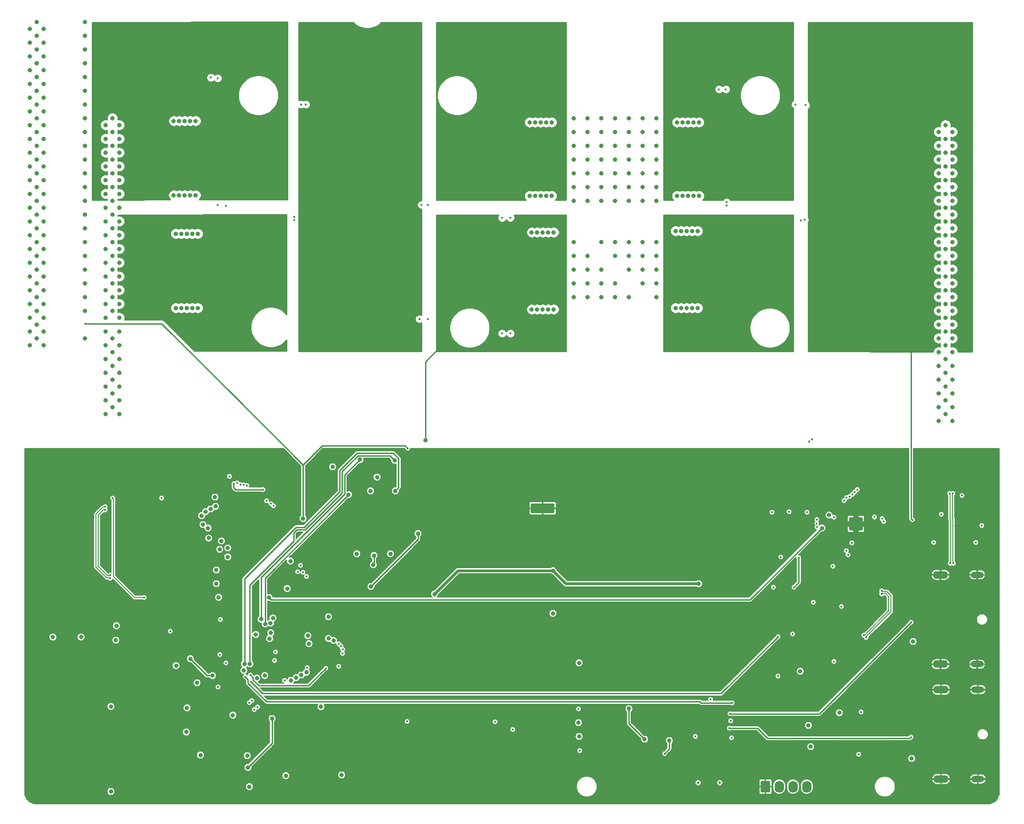
<source format=gbr>
%TF.GenerationSoftware,KiCad,Pcbnew,(5.1.12)-1*%
%TF.CreationDate,2021-12-01T20:01:38-06:00*%
%TF.ProjectId,DRV8350S_Double,44525638-3335-4305-935f-446f75626c65,rev?*%
%TF.SameCoordinates,Original*%
%TF.FileFunction,Copper,L4,Bot*%
%TF.FilePolarity,Positive*%
%FSLAX46Y46*%
G04 Gerber Fmt 4.6, Leading zero omitted, Abs format (unit mm)*
G04 Created by KiCad (PCBNEW (5.1.12)-1) date 2021-12-01 20:01:38*
%MOMM*%
%LPD*%
G01*
G04 APERTURE LIST*
%TA.AperFunction,ComponentPad*%
%ADD10C,0.500000*%
%TD*%
%TA.AperFunction,ComponentPad*%
%ADD11O,2.800000X1.400000*%
%TD*%
%TA.AperFunction,ComponentPad*%
%ADD12O,2.400000X1.200000*%
%TD*%
%TA.AperFunction,ComponentPad*%
%ADD13O,1.740000X2.200000*%
%TD*%
%TA.AperFunction,ViaPad*%
%ADD14C,0.800000*%
%TD*%
%TA.AperFunction,ViaPad*%
%ADD15C,0.400000*%
%TD*%
%TA.AperFunction,Conductor*%
%ADD16C,0.250000*%
%TD*%
%TA.AperFunction,Conductor*%
%ADD17C,1.000000*%
%TD*%
%TA.AperFunction,Conductor*%
%ADD18C,5.000000*%
%TD*%
%TA.AperFunction,Conductor*%
%ADD19C,0.500000*%
%TD*%
%TA.AperFunction,Conductor*%
%ADD20C,0.200000*%
%TD*%
%TA.AperFunction,Conductor*%
%ADD21C,0.128000*%
%TD*%
%TA.AperFunction,Conductor*%
%ADD22C,0.100000*%
%TD*%
%TA.AperFunction,Conductor*%
%ADD23C,0.254000*%
%TD*%
G04 APERTURE END LIST*
%TO.P,U1,9*%
%TO.N,GND*%
%TA.AperFunction,SMDPad,CuDef*%
G36*
G01*
X126955000Y-114311500D02*
X130855000Y-114311500D01*
G75*
G02*
X131105000Y-114561500I0J-250000D01*
G01*
X131105000Y-115861500D01*
G75*
G02*
X130855000Y-116111500I-250000J0D01*
G01*
X126955000Y-116111500D01*
G75*
G02*
X126705000Y-115861500I0J250000D01*
G01*
X126705000Y-114561500D01*
G75*
G02*
X126955000Y-114311500I250000J0D01*
G01*
G37*
%TD.AperFunction*%
D10*
X126955000Y-115861500D03*
X126955000Y-114561500D03*
X128255000Y-115861500D03*
X128255000Y-114561500D03*
X129555000Y-115861500D03*
X129555000Y-114561500D03*
X130855000Y-115861500D03*
X130855000Y-114561500D03*
%TD*%
D11*
%TO.P,J9,S1*%
%TO.N,GND*%
X202389000Y-165217000D03*
D12*
%TO.P,J9,S3*%
X209169000Y-165217000D03*
D11*
%TO.P,J9,S2*%
X202389000Y-148717000D03*
D12*
%TO.P,J9,S4*%
X209169000Y-148717000D03*
%TD*%
D11*
%TO.P,J4,S1*%
%TO.N,GND*%
X202273000Y-144013000D03*
D12*
%TO.P,J4,S3*%
X209053000Y-144013000D03*
D11*
%TO.P,J4,S2*%
X202273000Y-127513000D03*
D12*
%TO.P,J4,S4*%
X209053000Y-127513000D03*
%TD*%
D10*
%TO.P,J1,*%
%TO.N,*%
X157575500Y-165904000D03*
X161575500Y-165904000D03*
%TD*%
%TO.P,U8,33*%
%TO.N,GND*%
%TA.AperFunction,SMDPad,CuDef*%
G36*
G01*
X187940000Y-117110000D02*
X187940000Y-119110000D01*
G75*
G02*
X187690000Y-119360000I-250000J0D01*
G01*
X185690000Y-119360000D01*
G75*
G02*
X185440000Y-119110000I0J250000D01*
G01*
X185440000Y-117110000D01*
G75*
G02*
X185690000Y-116860000I250000J0D01*
G01*
X187690000Y-116860000D01*
G75*
G02*
X187940000Y-117110000I0J-250000D01*
G01*
G37*
%TD.AperFunction*%
X185690000Y-117110000D03*
X186690000Y-117110000D03*
X187690000Y-117110000D03*
X185690000Y-118110000D03*
X186690000Y-118110000D03*
X187690000Y-118110000D03*
X185690000Y-119110000D03*
X186690000Y-119110000D03*
X187690000Y-119110000D03*
%TD*%
%TO.P,U7,33*%
%TO.N,GND*%
%TA.AperFunction,SMDPad,CuDef*%
G36*
G01*
X74148000Y-115332000D02*
X74148000Y-117332000D01*
G75*
G02*
X73898000Y-117582000I-250000J0D01*
G01*
X71898000Y-117582000D01*
G75*
G02*
X71648000Y-117332000I0J250000D01*
G01*
X71648000Y-115332000D01*
G75*
G02*
X71898000Y-115082000I250000J0D01*
G01*
X73898000Y-115082000D01*
G75*
G02*
X74148000Y-115332000I0J-250000D01*
G01*
G37*
%TD.AperFunction*%
X71898000Y-115332000D03*
X72898000Y-115332000D03*
X73898000Y-115332000D03*
X71898000Y-116332000D03*
X72898000Y-116332000D03*
X73898000Y-116332000D03*
X71898000Y-117332000D03*
X72898000Y-117332000D03*
X73898000Y-117332000D03*
%TD*%
D13*
%TO.P,J3,4*%
%TO.N,+12V*%
X177609500Y-166624000D03*
%TO.P,J3,3*%
%TO.N,+5V*%
X175069500Y-166624000D03*
%TO.P,J3,2*%
%TO.N,+3V3*%
X172529500Y-166624000D03*
%TO.P,J3,1*%
%TO.N,GND*%
%TA.AperFunction,ComponentPad*%
G36*
G01*
X169119500Y-167474001D02*
X169119500Y-165773999D01*
G75*
G02*
X169369499Y-165524000I249999J0D01*
G01*
X170609501Y-165524000D01*
G75*
G02*
X170859500Y-165773999I0J-249999D01*
G01*
X170859500Y-167474001D01*
G75*
G02*
X170609501Y-167724000I-249999J0D01*
G01*
X169369499Y-167724000D01*
G75*
G02*
X169119500Y-167474001I0J249999D01*
G01*
G37*
%TD.AperFunction*%
%TD*%
D14*
%TO.N,C2*%
X119507000Y-44958000D03*
X119507000Y-45974000D03*
X119507000Y-53594000D03*
%TO.N,A1*%
X119507000Y-67310000D03*
X119507000Y-74930000D03*
%TO.N,C1*%
X80391000Y-77343000D03*
%TO.N,Vin*%
X196850000Y-30480000D03*
X196850000Y-60960000D03*
X196850000Y-73660000D03*
X196850000Y-66040000D03*
X196850000Y-45720000D03*
X196850000Y-40640000D03*
X196850000Y-63500000D03*
X196850000Y-71120000D03*
X196850000Y-38100000D03*
X196850000Y-81280000D03*
X196850000Y-76200000D03*
X196850000Y-48260000D03*
X196850000Y-35560000D03*
X196850000Y-58420000D03*
X196850000Y-83820000D03*
X196850000Y-78740000D03*
X196850000Y-50800000D03*
X196850000Y-53340000D03*
X196850000Y-55880000D03*
X196850000Y-43180000D03*
X196850000Y-68580000D03*
X196850000Y-33020000D03*
X198120000Y-31750000D03*
X198120000Y-62230000D03*
X198120000Y-74930000D03*
X198120000Y-67310000D03*
X198120000Y-46990000D03*
X198120000Y-41910000D03*
X198120000Y-64770000D03*
X198120000Y-72390000D03*
X198120000Y-39370000D03*
X198120000Y-82550000D03*
X198120000Y-77470000D03*
X198120000Y-49530000D03*
X198120000Y-36830000D03*
X198120000Y-59690000D03*
X198120000Y-85090000D03*
X198120000Y-80010000D03*
X198120000Y-52070000D03*
X198120000Y-54610000D03*
X198120000Y-57150000D03*
X198120000Y-44450000D03*
X198120000Y-69850000D03*
X198120000Y-34290000D03*
%TO.N,GND*%
X50800000Y-44450000D03*
X50800000Y-74930000D03*
X50800000Y-87630000D03*
X50800000Y-80010000D03*
X50800000Y-59690000D03*
X50800000Y-54610000D03*
X50800000Y-77470000D03*
X50800000Y-85090000D03*
X50800000Y-52070000D03*
X50800000Y-95250000D03*
X50800000Y-90170000D03*
X50800000Y-62230000D03*
X50800000Y-49530000D03*
X50800000Y-72390000D03*
X50800000Y-97790000D03*
X50800000Y-92710000D03*
X50800000Y-64770000D03*
X50800000Y-67310000D03*
X50800000Y-69850000D03*
X50800000Y-57150000D03*
X50800000Y-82550000D03*
X50800000Y-46990000D03*
X49530000Y-43180000D03*
X49530000Y-73660000D03*
X49530000Y-86360000D03*
X49530000Y-78740000D03*
X49530000Y-58420000D03*
X49530000Y-53340000D03*
X49530000Y-76200000D03*
X49530000Y-83820000D03*
X49530000Y-50800000D03*
X49530000Y-93980000D03*
X49530000Y-88900000D03*
X49530000Y-60960000D03*
X49530000Y-48260000D03*
X49530000Y-71120000D03*
X49530000Y-96520000D03*
X49530000Y-91440000D03*
X49530000Y-63500000D03*
X49530000Y-66040000D03*
X49530000Y-68580000D03*
X49530000Y-55880000D03*
X49530000Y-45720000D03*
X204470000Y-99060000D03*
X204470000Y-96520000D03*
X204470000Y-60960000D03*
X204470000Y-48260000D03*
X204470000Y-53340000D03*
X204470000Y-45720000D03*
X204470000Y-76200000D03*
X204470000Y-66040000D03*
X204470000Y-50800000D03*
X204470000Y-78740000D03*
X204470000Y-73660000D03*
X204470000Y-58420000D03*
X204470000Y-55880000D03*
X204470000Y-91440000D03*
X204470000Y-63500000D03*
X204470000Y-93980000D03*
X204470000Y-88900000D03*
X204470000Y-68580000D03*
X204470000Y-71120000D03*
X204470000Y-83820000D03*
X204470000Y-81280000D03*
X204470000Y-86360000D03*
X201930000Y-99060000D03*
X201930000Y-96520000D03*
X201930000Y-60960000D03*
X201930000Y-48260000D03*
X201930000Y-53340000D03*
X201930000Y-45720000D03*
X201930000Y-76200000D03*
X201930000Y-66040000D03*
X201930000Y-50800000D03*
X201930000Y-78740000D03*
X201930000Y-73660000D03*
X201930000Y-58420000D03*
X201930000Y-55880000D03*
X201930000Y-91440000D03*
X201930000Y-63500000D03*
X201930000Y-93980000D03*
X201930000Y-88900000D03*
X201930000Y-68580000D03*
X201930000Y-71120000D03*
X201930000Y-83820000D03*
X201930000Y-81280000D03*
X201930000Y-86360000D03*
X203200000Y-97790000D03*
X203200000Y-95250000D03*
X203200000Y-59690000D03*
X203200000Y-46990000D03*
X203200000Y-52070000D03*
X203200000Y-44450000D03*
X203200000Y-74930000D03*
X203200000Y-64770000D03*
X203200000Y-49530000D03*
X203200000Y-77470000D03*
X203200000Y-72390000D03*
X203200000Y-57150000D03*
X203200000Y-54610000D03*
X203200000Y-90170000D03*
X203200000Y-62230000D03*
X203200000Y-92710000D03*
X203200000Y-87630000D03*
X203200000Y-67310000D03*
X203200000Y-69850000D03*
X203200000Y-82550000D03*
X203200000Y-80010000D03*
X203200000Y-85090000D03*
X48260000Y-82550000D03*
X48260000Y-62230000D03*
X48260000Y-46990000D03*
X48260000Y-52070000D03*
X48260000Y-77470000D03*
X48260000Y-92710000D03*
X48260000Y-59690000D03*
X48260000Y-54610000D03*
X48260000Y-97790000D03*
X48260000Y-85090000D03*
X48260000Y-49530000D03*
X48260000Y-87630000D03*
X48260000Y-95250000D03*
X48260000Y-90170000D03*
X48260000Y-44450000D03*
X48260000Y-80010000D03*
X48260000Y-72390000D03*
X48260000Y-57150000D03*
X48260000Y-74930000D03*
X48260000Y-67310000D03*
X48260000Y-69850000D03*
X48260000Y-64770000D03*
%TO.N,Vin*%
X36830000Y-69850000D03*
X36830000Y-49530000D03*
X36830000Y-34290000D03*
X36830000Y-39370000D03*
X36830000Y-64770000D03*
X36830000Y-80010000D03*
X36830000Y-46990000D03*
X36830000Y-41910000D03*
X36830000Y-85090000D03*
X36830000Y-26670000D03*
X36830000Y-72390000D03*
X36830000Y-36830000D03*
X36830000Y-74930000D03*
X36830000Y-82550000D03*
X36830000Y-77470000D03*
X36830000Y-31750000D03*
X36830000Y-67310000D03*
X36830000Y-59690000D03*
X36830000Y-44450000D03*
X36830000Y-29210000D03*
X36830000Y-62230000D03*
X36830000Y-54610000D03*
X36830000Y-57150000D03*
X36830000Y-52070000D03*
X34290000Y-69850000D03*
X34290000Y-49530000D03*
X34290000Y-34290000D03*
X34290000Y-39370000D03*
X34290000Y-64770000D03*
X34290000Y-80010000D03*
X34290000Y-46990000D03*
X34290000Y-41910000D03*
X34290000Y-85090000D03*
X34290000Y-26670000D03*
X34290000Y-72390000D03*
X34290000Y-36830000D03*
X34290000Y-74930000D03*
X34290000Y-82550000D03*
X34290000Y-77470000D03*
X34290000Y-31750000D03*
X34290000Y-67310000D03*
X34290000Y-59690000D03*
X34290000Y-44450000D03*
X34290000Y-29210000D03*
X34290000Y-62230000D03*
X34290000Y-54610000D03*
X34290000Y-57150000D03*
X34290000Y-52070000D03*
X190500000Y-82550000D03*
X190500000Y-54610000D03*
X190500000Y-59690000D03*
X190500000Y-49530000D03*
X190500000Y-39370000D03*
X190500000Y-44450000D03*
X190500000Y-62230000D03*
X190500000Y-34290000D03*
X190500000Y-72390000D03*
X190500000Y-29210000D03*
X190500000Y-52070000D03*
X190500000Y-41910000D03*
X190500000Y-57150000D03*
X190500000Y-80010000D03*
X190500000Y-74930000D03*
X190500000Y-69850000D03*
X190500000Y-31750000D03*
X190500000Y-46990000D03*
X190500000Y-26670000D03*
X190500000Y-36830000D03*
X190500000Y-85090000D03*
X190500000Y-77470000D03*
X44450000Y-66040000D03*
X44450000Y-53340000D03*
X44450000Y-58420000D03*
X44450000Y-48260000D03*
X44450000Y-38100000D03*
X44450000Y-43180000D03*
X44450000Y-60960000D03*
X44450000Y-33020000D03*
X44450000Y-71120000D03*
X44450000Y-27940000D03*
X44450000Y-50800000D03*
X44450000Y-40640000D03*
X44450000Y-55880000D03*
X44450000Y-78740000D03*
X44450000Y-73660000D03*
X44450000Y-68580000D03*
X44450000Y-63500000D03*
X44450000Y-30480000D03*
X44450000Y-45720000D03*
X44450000Y-25400000D03*
X44450000Y-35560000D03*
X44450000Y-83820000D03*
X44450000Y-76200000D03*
%TO.N,GND*%
X165100000Y-127000000D03*
X162560000Y-127000000D03*
X160020000Y-127000000D03*
X157480000Y-127000000D03*
X157480000Y-124460000D03*
X160020000Y-124460000D03*
X162560000Y-124460000D03*
X165100000Y-124460000D03*
X165100000Y-121920000D03*
X162560000Y-121920000D03*
X160020000Y-121920000D03*
X157480000Y-121920000D03*
X119380000Y-124460000D03*
X116840000Y-124460000D03*
X114300000Y-124460000D03*
X111760000Y-124460000D03*
X111760000Y-121920000D03*
X114300000Y-121920000D03*
X116840000Y-121920000D03*
X119380000Y-121920000D03*
X119380000Y-119380000D03*
X116840000Y-119380000D03*
X114300000Y-119380000D03*
X111760000Y-119380000D03*
X134493000Y-130810000D03*
X149733000Y-122809000D03*
X110109000Y-139446000D03*
X125730000Y-141986000D03*
X83947000Y-119888000D03*
X73152000Y-126111000D03*
X129921000Y-156083000D03*
X70408257Y-139991000D03*
X198374000Y-121539000D03*
X85344000Y-155956000D03*
X74295000Y-156337000D03*
X35560000Y-155321000D03*
X49276000Y-166116000D03*
X49276000Y-163703000D03*
X49276000Y-162433000D03*
X49276000Y-161163000D03*
X49276000Y-159893000D03*
X49403000Y-150431500D03*
X49276000Y-147891500D03*
X49403000Y-146621500D03*
X49403000Y-145351500D03*
X49403000Y-144208500D03*
X70104000Y-160909000D03*
X65532000Y-166497000D03*
X184531000Y-126619000D03*
X55753000Y-139573000D03*
X102108000Y-123698000D03*
X108458000Y-121793000D03*
X35623500Y-131191000D03*
X44069000Y-133350000D03*
X181737000Y-139700000D03*
X200977500Y-112331500D03*
X183388000Y-156881499D03*
X180975000Y-127063500D03*
X176339500Y-135255000D03*
X104013000Y-112585500D03*
X88582500Y-113284000D03*
X98298000Y-111696500D03*
X129984500Y-124714000D03*
X63500000Y-135128000D03*
X81280000Y-127254000D03*
X92964000Y-133858000D03*
X196723000Y-160147000D03*
X202057000Y-156591000D03*
X202311000Y-153543000D03*
X197485000Y-154813000D03*
X196977000Y-152527000D03*
X196977000Y-138811000D03*
X196723000Y-133731000D03*
D15*
X60198000Y-145288000D03*
D14*
X87503000Y-167894000D03*
X91440000Y-160528000D03*
X96266000Y-157607000D03*
X98806000Y-157607000D03*
X100076000Y-157607000D03*
X102616000Y-157607000D03*
X97536000Y-157607000D03*
X118872000Y-157734000D03*
X112522000Y-157734000D03*
X113792000Y-157734000D03*
X115062000Y-157734000D03*
X99314000Y-164592000D03*
D15*
X159918400Y-158165800D03*
X166268400Y-154457400D03*
X102666800Y-105105200D03*
X190601600Y-151765000D03*
X169494200Y-148437600D03*
X209981800Y-125196600D03*
D14*
X148590000Y-138811000D03*
D15*
X121412000Y-82931000D03*
X121412000Y-61595000D03*
X187452000Y-111379000D03*
X162687000Y-37846000D03*
X170053000Y-127000000D03*
X58483500Y-110744000D03*
X67691000Y-35687000D03*
D14*
X134620000Y-76200000D03*
X134620000Y-73660000D03*
X134620000Y-71120000D03*
X134620000Y-68580000D03*
X134620000Y-66040000D03*
X137160000Y-68580000D03*
X137160000Y-71120000D03*
X137160000Y-73660000D03*
X137160000Y-76200000D03*
X139700000Y-71120000D03*
X139700000Y-73660000D03*
X139700000Y-76200000D03*
X142240000Y-73660000D03*
X142240000Y-76200000D03*
X144780000Y-76200000D03*
X149860000Y-76200000D03*
X149860000Y-73660000D03*
X147320000Y-73660000D03*
X147320000Y-71120000D03*
X149860000Y-71120000D03*
X144780000Y-71120000D03*
X144780000Y-68580000D03*
X142240000Y-68580000D03*
X147320000Y-68580000D03*
X149860000Y-68580000D03*
X149860000Y-66040000D03*
X147320000Y-66040000D03*
X144780000Y-66040000D03*
X142240000Y-66040000D03*
X139700000Y-66040000D03*
X134620000Y-55880000D03*
X137160000Y-55880000D03*
X139700000Y-55880000D03*
X142240000Y-55880000D03*
X144780000Y-55880000D03*
X147320000Y-55880000D03*
X149860000Y-55880000D03*
X149860000Y-53340000D03*
X147320000Y-53340000D03*
X144780000Y-53340000D03*
X142240000Y-53340000D03*
X139700000Y-53340000D03*
X137160000Y-53340000D03*
X134620000Y-53340000D03*
X134620000Y-50800000D03*
X137160000Y-50800000D03*
X139700000Y-50800000D03*
X142240000Y-50800000D03*
X144780000Y-50800000D03*
X147320000Y-50800000D03*
X149860000Y-50800000D03*
X149860000Y-48260000D03*
X147320000Y-48260000D03*
X144780000Y-48260000D03*
X142240000Y-48260000D03*
X139700000Y-48260000D03*
X137160000Y-48260000D03*
X134620000Y-48260000D03*
X134620000Y-45720000D03*
X137160000Y-45720000D03*
X139700000Y-45720000D03*
X142240000Y-45720000D03*
X144780000Y-45720000D03*
X149860000Y-45720000D03*
X147320000Y-45720000D03*
X149860000Y-43180000D03*
X147320000Y-43180000D03*
X144780000Y-43180000D03*
X142240000Y-43180000D03*
X139700000Y-43180000D03*
X137160000Y-43180000D03*
X134620000Y-43180000D03*
X134620000Y-58420000D03*
X137160000Y-58420000D03*
X139700000Y-58420000D03*
X142240000Y-58420000D03*
X144780000Y-58420000D03*
X147320000Y-58420000D03*
X149860000Y-58420000D03*
D15*
X178562000Y-102489000D03*
X158211333Y-150499710D03*
D14*
X74035315Y-148021664D03*
D15*
X181954501Y-160591500D03*
X96761300Y-104317800D03*
X201803000Y-130479800D03*
D14*
X205268410Y-118501282D03*
D15*
X70524027Y-109301964D03*
X70448242Y-59382009D03*
X74945031Y-111127959D03*
X162813378Y-59325644D03*
X190088925Y-116235062D03*
X184144103Y-114307361D03*
X77546753Y-113396877D03*
X88458439Y-106301939D03*
X135446616Y-148256071D03*
D14*
%TO.N,Vin*%
X91313000Y-56134000D03*
X92329000Y-56134000D03*
X94361000Y-56134000D03*
X90297000Y-56134000D03*
X93345000Y-56134000D03*
X186436000Y-43561000D03*
X180340000Y-43561000D03*
X181356000Y-43561000D03*
X184404000Y-43561000D03*
X183388000Y-43561000D03*
X185420000Y-43561000D03*
X182372000Y-43561000D03*
X186436000Y-44831000D03*
X180340000Y-44831000D03*
X181356000Y-44831000D03*
X184404000Y-44831000D03*
X183388000Y-44831000D03*
X185420000Y-44831000D03*
X182372000Y-44831000D03*
X183388000Y-55880000D03*
X186436000Y-55880000D03*
X185420000Y-55880000D03*
X184404000Y-55880000D03*
X181356000Y-54737000D03*
X183388000Y-54737000D03*
X182372000Y-54737000D03*
X186436000Y-54737000D03*
X185420000Y-54737000D03*
X180340000Y-54737000D03*
X184404000Y-54737000D03*
X183007000Y-64897000D03*
X179959000Y-64897000D03*
X180975000Y-64897000D03*
X186055000Y-64897000D03*
X185039000Y-64897000D03*
X181991000Y-64897000D03*
X184023000Y-64897000D03*
X183007000Y-66167000D03*
X179959000Y-66167000D03*
X180975000Y-66167000D03*
X186055000Y-66167000D03*
X185039000Y-66167000D03*
X181991000Y-66167000D03*
X184023000Y-66167000D03*
X183007000Y-77216000D03*
X186055000Y-77216000D03*
X185039000Y-77216000D03*
X184023000Y-77216000D03*
X183007000Y-76073000D03*
X180975000Y-76073000D03*
X179959000Y-76073000D03*
X184023000Y-76073000D03*
X185039000Y-76073000D03*
X186055000Y-76073000D03*
X181991000Y-76073000D03*
X101092000Y-43307000D03*
X102108000Y-43307000D03*
X100076000Y-43307000D03*
X99060000Y-43307000D03*
X98044000Y-43307000D03*
X94361000Y-43434000D03*
X93345000Y-43434000D03*
X92329000Y-43434000D03*
X88265000Y-43434000D03*
X91313000Y-43434000D03*
X90297000Y-43434000D03*
X89281000Y-43434000D03*
X94361000Y-44704000D03*
X93345000Y-44704000D03*
X92329000Y-44704000D03*
X88265000Y-44704000D03*
X91313000Y-44704000D03*
X90297000Y-44704000D03*
X89281000Y-44704000D03*
X104140000Y-44577000D03*
X101092000Y-44577000D03*
X98044000Y-44577000D03*
X100076000Y-44577000D03*
X102108000Y-44577000D03*
X103124000Y-44577000D03*
X99060000Y-44577000D03*
X98044000Y-56007000D03*
X104140000Y-56007000D03*
X101092000Y-56007000D03*
X103124000Y-56007000D03*
X100076000Y-56007000D03*
X99060000Y-56007000D03*
X102108000Y-56007000D03*
X98044000Y-54737000D03*
X104140000Y-54737000D03*
X101092000Y-54737000D03*
X103124000Y-54737000D03*
X100076000Y-54737000D03*
X99060000Y-54737000D03*
X102108000Y-54737000D03*
X93345000Y-54864000D03*
X90297000Y-54864000D03*
X91313000Y-54864000D03*
X92329000Y-54864000D03*
X88265000Y-54864000D03*
X94361000Y-54864000D03*
X89281000Y-54864000D03*
X92607000Y-77296000D03*
X93623000Y-77296000D03*
X91591000Y-77296000D03*
X90575000Y-77296000D03*
X90551000Y-75946000D03*
X88519000Y-75946000D03*
X93599000Y-75946000D03*
X91567000Y-75946000D03*
X89535000Y-75946000D03*
X92583000Y-75946000D03*
X101473000Y-77470000D03*
X103505000Y-77470000D03*
X100457000Y-77470000D03*
X98425000Y-77470000D03*
X99441000Y-77470000D03*
X102489000Y-77470000D03*
X97409000Y-77470000D03*
X101473000Y-76200000D03*
X103505000Y-76200000D03*
X100457000Y-76200000D03*
X98425000Y-76200000D03*
X99441000Y-76200000D03*
X102489000Y-76200000D03*
X97409000Y-76200000D03*
X97409000Y-64770000D03*
X100457000Y-64770000D03*
X99441000Y-64770000D03*
X101473000Y-64770000D03*
X98425000Y-64770000D03*
X97409000Y-66040000D03*
X100457000Y-66040000D03*
X99441000Y-66040000D03*
X101473000Y-66040000D03*
X98425000Y-66040000D03*
X93599000Y-64516000D03*
X92583000Y-64516000D03*
X91567000Y-64516000D03*
X90551000Y-64516000D03*
X89535000Y-64516000D03*
X88519000Y-64516000D03*
X93599000Y-65786000D03*
X92583000Y-65786000D03*
X91567000Y-65786000D03*
X90551000Y-65786000D03*
X89535000Y-65786000D03*
X88519000Y-65786000D03*
X185039000Y-70358000D03*
X181991000Y-71374000D03*
X185039000Y-67310000D03*
X180975000Y-71374000D03*
X179959000Y-74930000D03*
X186055000Y-70358000D03*
X180975000Y-70358000D03*
X183007000Y-71374000D03*
X179959000Y-71374000D03*
X183007000Y-67310000D03*
X186055000Y-67310000D03*
X185039000Y-71374000D03*
X184023000Y-67310000D03*
X184023000Y-71374000D03*
X184023000Y-70358000D03*
X184023000Y-74930000D03*
X179959000Y-70358000D03*
X186055000Y-71374000D03*
X185039000Y-74930000D03*
X181991000Y-67310000D03*
X186055000Y-74930000D03*
X181991000Y-74930000D03*
X181991000Y-70358000D03*
X183007000Y-70358000D03*
X179959000Y-67310000D03*
X183007000Y-74930000D03*
X180975000Y-74930000D03*
X180975000Y-67310000D03*
X182372000Y-45974000D03*
X186436000Y-53594000D03*
X180340000Y-45974000D03*
X183388000Y-53594000D03*
X184404000Y-53594000D03*
X182372000Y-53594000D03*
X182372000Y-49022000D03*
X181356000Y-53594000D03*
X184404000Y-49022000D03*
X183388000Y-45974000D03*
X185420000Y-53594000D03*
X180340000Y-49022000D03*
X185420000Y-50038000D03*
X186436000Y-50038000D03*
X183388000Y-50038000D03*
X180340000Y-50038000D03*
X181356000Y-45974000D03*
X184404000Y-50038000D03*
X183388000Y-49022000D03*
X186436000Y-45974000D03*
X184404000Y-45974000D03*
X180340000Y-53594000D03*
X185420000Y-45974000D03*
X185420000Y-49022000D03*
X182372000Y-50038000D03*
X181356000Y-50038000D03*
X181356000Y-49022000D03*
X186436000Y-49022000D03*
X102108000Y-53467000D03*
X98044000Y-45847000D03*
X104140000Y-53467000D03*
X101092000Y-45847000D03*
X100076000Y-45847000D03*
X102108000Y-45847000D03*
X102108000Y-50419000D03*
X103124000Y-45847000D03*
X100076000Y-50419000D03*
X101092000Y-53467000D03*
X99060000Y-45847000D03*
X104140000Y-50419000D03*
X99060000Y-49403000D03*
X98044000Y-49403000D03*
X101092000Y-49403000D03*
X104140000Y-49403000D03*
X103124000Y-53467000D03*
X100076000Y-49403000D03*
X101092000Y-50419000D03*
X98044000Y-53467000D03*
X100076000Y-53467000D03*
X104140000Y-45847000D03*
X99060000Y-53467000D03*
X99060000Y-50419000D03*
X102108000Y-49403000D03*
X103124000Y-49403000D03*
X103124000Y-50419000D03*
X98044000Y-50419000D03*
X101473000Y-74930000D03*
X97409000Y-67310000D03*
X103505000Y-74930000D03*
X100457000Y-67310000D03*
X99441000Y-67310000D03*
X101473000Y-67310000D03*
X101473000Y-71882000D03*
X102489000Y-67310000D03*
X99441000Y-71882000D03*
X100457000Y-74930000D03*
X98425000Y-67310000D03*
X103505000Y-71882000D03*
X98425000Y-70866000D03*
X100457000Y-70866000D03*
X103505000Y-70866000D03*
X102489000Y-74930000D03*
X99441000Y-70866000D03*
X100457000Y-71882000D03*
X97409000Y-74930000D03*
X99441000Y-74930000D03*
X103505000Y-67310000D03*
X98425000Y-74930000D03*
X98425000Y-71882000D03*
X101473000Y-70866000D03*
X102489000Y-70866000D03*
X102489000Y-71882000D03*
X97409000Y-71882000D03*
X90297000Y-45974000D03*
X94361000Y-53594000D03*
X88265000Y-45974000D03*
X91313000Y-53594000D03*
X92329000Y-53594000D03*
X90297000Y-53594000D03*
X90297000Y-49022000D03*
X89281000Y-53594000D03*
X92329000Y-49022000D03*
X91313000Y-45974000D03*
X93345000Y-53594000D03*
X88265000Y-49022000D03*
X93345000Y-50038000D03*
X94361000Y-50038000D03*
X91313000Y-50038000D03*
X88265000Y-50038000D03*
X89281000Y-45974000D03*
X92329000Y-50038000D03*
X91313000Y-49022000D03*
X94361000Y-45974000D03*
X92329000Y-45974000D03*
X88265000Y-53594000D03*
X93345000Y-45974000D03*
X93345000Y-49022000D03*
X90297000Y-50038000D03*
X89281000Y-50038000D03*
X89281000Y-49022000D03*
X94361000Y-49022000D03*
X93599000Y-74676000D03*
X92583000Y-74676000D03*
X91567000Y-74676000D03*
X90551000Y-74676000D03*
X89535000Y-74676000D03*
X88519000Y-74676000D03*
X88519000Y-71120000D03*
X89535000Y-71120000D03*
X90551000Y-71120000D03*
X91567000Y-71120000D03*
X92583000Y-71120000D03*
X93599000Y-71120000D03*
X93599000Y-70104000D03*
X92583000Y-70104000D03*
X91567000Y-70104000D03*
X90551000Y-70104000D03*
X89535000Y-70104000D03*
X88519000Y-70104000D03*
X88519000Y-67056000D03*
X89535000Y-67056000D03*
X90551000Y-67056000D03*
X91567000Y-67056000D03*
X92583000Y-67056000D03*
X93599000Y-67056000D03*
X97409000Y-70866000D03*
X65278000Y-64516000D03*
X64262000Y-64516000D03*
X63246000Y-64516000D03*
X62230000Y-64516000D03*
X61214000Y-64516000D03*
X65278000Y-78232000D03*
X64262000Y-78232000D03*
X63246000Y-78232000D03*
X62230000Y-78232000D03*
X61214000Y-78232000D03*
X64897000Y-43688000D03*
X63881000Y-43688000D03*
X62865000Y-43688000D03*
X61849000Y-43688000D03*
X60833000Y-43688000D03*
X64897000Y-57404000D03*
X63881000Y-57404000D03*
X62865000Y-57404000D03*
X61849000Y-57404000D03*
X60833000Y-57404000D03*
X126873000Y-78486000D03*
X127889000Y-78486000D03*
X128905000Y-78486000D03*
X129921000Y-78486000D03*
X130937000Y-78486000D03*
X126873000Y-64262000D03*
X127889000Y-64262000D03*
X128905000Y-64262000D03*
X129921000Y-64262000D03*
X130937000Y-64262000D03*
X126492000Y-57531000D03*
X127508000Y-57531000D03*
X128524000Y-57531000D03*
X129540000Y-57531000D03*
X130556000Y-57531000D03*
X126492000Y-43942000D03*
X127508000Y-43942000D03*
X128524000Y-43942000D03*
X129540000Y-43942000D03*
X130556000Y-43942000D03*
X157480000Y-78232000D03*
X156464000Y-78232000D03*
X155448000Y-78232000D03*
X154432000Y-78232000D03*
X153416000Y-78232000D03*
X157480000Y-64008000D03*
X156464000Y-64008000D03*
X155448000Y-64008000D03*
X154432000Y-64008000D03*
X153416000Y-64008000D03*
X157734000Y-57531000D03*
X156718000Y-57531000D03*
X155702000Y-57531000D03*
X154686000Y-57531000D03*
X153670000Y-57531000D03*
X157734000Y-43942000D03*
X156718000Y-43942000D03*
X155702000Y-43942000D03*
X154686000Y-43942000D03*
X153670000Y-43942000D03*
X84709000Y-117094000D03*
D15*
X44577000Y-81153000D03*
X104013000Y-104140000D03*
X197104000Y-117348000D03*
X196850000Y-86360000D03*
D14*
X35560000Y-83820000D03*
X35560000Y-81280000D03*
X35560000Y-78740000D03*
X35560000Y-76200000D03*
X35560000Y-73660000D03*
X35560000Y-71120000D03*
X35560000Y-68580000D03*
X35560000Y-66040000D03*
X35560000Y-63500000D03*
X35560000Y-60960000D03*
X35560000Y-58420000D03*
X35560000Y-55880000D03*
X35560000Y-53340000D03*
X35560000Y-50800000D03*
X35560000Y-48260000D03*
X35560000Y-45720000D03*
X35560000Y-43180000D03*
X35560000Y-40640000D03*
X35560000Y-38100000D03*
X35560000Y-35560000D03*
X35560000Y-33020000D03*
X35560000Y-30480000D03*
X35560000Y-27940000D03*
X35560000Y-25400000D03*
%TO.N,USBGND*%
X152273000Y-158115000D03*
D15*
X151396700Y-160528000D03*
D14*
%TO.N,+3V3*%
X135636000Y-157353000D03*
X135509000Y-154813000D03*
D15*
X135509000Y-152273000D03*
D14*
X63296800Y-152095200D03*
X74422000Y-160909000D03*
X81788000Y-130048000D03*
X100838000Y-123634500D03*
X61283680Y-144292320D03*
X38544500Y-139001500D03*
X177927000Y-155321000D03*
X69118480Y-131668520D03*
X71755000Y-153416000D03*
X89406590Y-135255000D03*
X196977000Y-161417000D03*
X197231000Y-139827000D03*
X81534000Y-164592000D03*
X130810000Y-134620000D03*
D15*
X157073600Y-157353000D03*
X135737600Y-159969200D03*
X123393200Y-156057600D03*
X187655200Y-152831800D03*
X159891115Y-150499710D03*
D14*
X88003550Y-151857969D03*
D15*
X209905600Y-118414800D03*
X206235300Y-112852200D03*
X172300900Y-146215100D03*
X60198000Y-137922000D03*
D14*
%TO.N,NRST*%
X43751500Y-139001500D03*
X105918000Y-119888000D03*
X97218500Y-129667000D03*
D15*
X88900000Y-144780000D03*
X69342000Y-142240000D03*
X74993340Y-146023858D03*
D14*
%TO.N,+12V*%
X108966000Y-131064000D03*
X130810000Y-126746000D03*
X94615000Y-123634500D03*
X157670500Y-129159000D03*
D15*
%TO.N,5V_ISO*%
X55372000Y-131699000D03*
X49585880Y-113339880D03*
D14*
%TO.N,+5V*%
X49276000Y-167513000D03*
X49276000Y-151828500D03*
X74803000Y-166624000D03*
X65786000Y-160782000D03*
X50165000Y-139573000D03*
X50292000Y-136906000D03*
X98361500Y-109474000D03*
X63169800Y-156540200D03*
X91821000Y-164465000D03*
D15*
X58610500Y-113347500D03*
X163576000Y-154457400D03*
D14*
X135636000Y-143764000D03*
D15*
X184023000Y-133350000D03*
X103898700Y-154584400D03*
X120116600Y-154660600D03*
D14*
%TO.N,VDDA*%
X67994227Y-146101767D03*
X63908940Y-143014700D03*
%TO.N,VREF*%
X65151000Y-147447000D03*
X73787000Y-145161000D03*
%TO.N,A1*%
X112395000Y-77216000D03*
X116459000Y-77216000D03*
X113411000Y-77216000D03*
X115443000Y-77216000D03*
X114427000Y-77216000D03*
X117475000Y-77216000D03*
X118491000Y-77216000D03*
X112395000Y-76073000D03*
X116459000Y-76073000D03*
X113411000Y-76073000D03*
X115443000Y-76073000D03*
X114427000Y-76073000D03*
X117475000Y-76073000D03*
X118491000Y-76073000D03*
X112395000Y-65024000D03*
X116459000Y-65024000D03*
X113411000Y-65024000D03*
X115443000Y-65024000D03*
X114427000Y-65024000D03*
X117475000Y-65024000D03*
X112395000Y-66167000D03*
X116459000Y-66167000D03*
X113411000Y-66167000D03*
X115443000Y-66167000D03*
X114427000Y-66167000D03*
X117475000Y-66167000D03*
X118491000Y-66167000D03*
X116459000Y-74930000D03*
X112395000Y-67310000D03*
X118491000Y-74930000D03*
X115443000Y-67310000D03*
X114427000Y-67310000D03*
X116459000Y-67310000D03*
X117475000Y-67310000D03*
X115443000Y-74930000D03*
X113411000Y-67310000D03*
X117475000Y-74930000D03*
X112395000Y-74930000D03*
X114427000Y-74930000D03*
X118491000Y-67310000D03*
X113411000Y-74930000D03*
D15*
X106172000Y-80264000D03*
D14*
X107251500Y-102616000D03*
X111379000Y-77216000D03*
X111379000Y-76073000D03*
X111379000Y-74930000D03*
X111379000Y-67310000D03*
X111379000Y-66167000D03*
X111379000Y-65024000D03*
X119507000Y-77216000D03*
X119507000Y-76073000D03*
X119507000Y-66167000D03*
D15*
X78787384Y-114383369D03*
D14*
%TO.N,A2*%
X166751000Y-77216000D03*
X171831000Y-77216000D03*
X167767000Y-77216000D03*
X169799000Y-77216000D03*
X170815000Y-77216000D03*
X168783000Y-77216000D03*
X169799000Y-76073000D03*
X170815000Y-76073000D03*
X166751000Y-76073000D03*
X165735000Y-76073000D03*
X168783000Y-76073000D03*
X171831000Y-76073000D03*
X167767000Y-76073000D03*
X167767000Y-65024000D03*
X169799000Y-65024000D03*
X165735000Y-65024000D03*
X168783000Y-65024000D03*
X166751000Y-65024000D03*
X170815000Y-65024000D03*
X171831000Y-65024000D03*
X167767000Y-66167000D03*
X169799000Y-66167000D03*
X165735000Y-66167000D03*
X168783000Y-66167000D03*
X166751000Y-66167000D03*
X170815000Y-66167000D03*
X171831000Y-66167000D03*
X170815000Y-74930000D03*
X171831000Y-74930000D03*
X171831000Y-67310000D03*
X167767000Y-67310000D03*
X166751000Y-74930000D03*
X169799000Y-67310000D03*
X169799000Y-74930000D03*
X170815000Y-67310000D03*
X165735000Y-67310000D03*
X165735000Y-74930000D03*
X167767000Y-74930000D03*
X168783000Y-74930000D03*
X168783000Y-67310000D03*
X166751000Y-67310000D03*
D15*
X177673000Y-115951000D03*
X191502210Y-117147991D03*
X177213347Y-61971690D03*
D14*
%TO.N,B1*%
X79502000Y-56134000D03*
X76454000Y-56134000D03*
X75438000Y-56134000D03*
X77470000Y-56134000D03*
X74422000Y-56134000D03*
X78486000Y-56134000D03*
X74422000Y-44196000D03*
X75438000Y-44196000D03*
X73406000Y-44196000D03*
X78486000Y-44196000D03*
X77470000Y-44196000D03*
X76454000Y-44196000D03*
X79502000Y-44196000D03*
X74422000Y-45085000D03*
X75438000Y-45085000D03*
X73406000Y-45085000D03*
X78486000Y-45085000D03*
X77470000Y-45085000D03*
X76454000Y-45085000D03*
X79502000Y-45085000D03*
X74422000Y-45974000D03*
X79502000Y-54864000D03*
X76454000Y-54864000D03*
X75438000Y-54864000D03*
X73406000Y-54864000D03*
X77470000Y-54864000D03*
X74422000Y-54864000D03*
X78486000Y-54864000D03*
X75438000Y-45974000D03*
X79502000Y-53594000D03*
X73406000Y-45974000D03*
X76454000Y-53594000D03*
X77470000Y-53594000D03*
X75438000Y-53594000D03*
X74422000Y-53594000D03*
X76454000Y-45974000D03*
X78486000Y-53594000D03*
X79502000Y-45974000D03*
X77470000Y-45974000D03*
X73406000Y-53594000D03*
X78486000Y-45974000D03*
D15*
X85217000Y-40640000D03*
D14*
X80518000Y-56134000D03*
X81534000Y-56134000D03*
X80518000Y-54864000D03*
X81534000Y-54864000D03*
X81534000Y-53594000D03*
X80518000Y-53594000D03*
X80518000Y-45974000D03*
X80518000Y-45085000D03*
X80518000Y-44196000D03*
D15*
X73772929Y-110871831D03*
D14*
%TO.N,B2*%
X165989000Y-43688000D03*
X167005000Y-43688000D03*
X169037000Y-43688000D03*
X172085000Y-43688000D03*
X168021000Y-43688000D03*
X171069000Y-43688000D03*
X170053000Y-43688000D03*
X165989000Y-44831000D03*
X167005000Y-44831000D03*
X169037000Y-44831000D03*
X172085000Y-44831000D03*
X168021000Y-44831000D03*
X171069000Y-44831000D03*
X170053000Y-44831000D03*
X172085000Y-55880000D03*
X170053000Y-55880000D03*
X168021000Y-55880000D03*
X171069000Y-55880000D03*
X169037000Y-55880000D03*
X171069000Y-54737000D03*
X170053000Y-54737000D03*
X165989000Y-54737000D03*
X172085000Y-54737000D03*
X167005000Y-54737000D03*
X168021000Y-54737000D03*
X169037000Y-54737000D03*
X171069000Y-53594000D03*
X172085000Y-53594000D03*
X172085000Y-45974000D03*
X168021000Y-45974000D03*
X167005000Y-53594000D03*
X170053000Y-45974000D03*
X170053000Y-53594000D03*
X171069000Y-45974000D03*
X165989000Y-45974000D03*
X165989000Y-53594000D03*
X168021000Y-53594000D03*
X169037000Y-53594000D03*
X169037000Y-45974000D03*
X167005000Y-45974000D03*
D15*
X177419000Y-40767000D03*
X174371000Y-115870477D03*
X186468978Y-112235760D03*
D14*
%TO.N,C1*%
X75311000Y-77343000D03*
X77343000Y-77343000D03*
X79375000Y-77343000D03*
X76327000Y-77343000D03*
X74295000Y-77343000D03*
X78359000Y-77343000D03*
X79375000Y-76073000D03*
X76327000Y-76073000D03*
X75311000Y-76073000D03*
X77343000Y-76073000D03*
X74295000Y-76073000D03*
X78359000Y-76073000D03*
X73279000Y-76073000D03*
X76327000Y-64643000D03*
X78359000Y-64643000D03*
X79375000Y-64643000D03*
X77343000Y-64643000D03*
X75311000Y-65913000D03*
X76327000Y-65913000D03*
X78359000Y-65913000D03*
X79375000Y-65913000D03*
X77343000Y-65913000D03*
X75311000Y-67183000D03*
X79375000Y-74803000D03*
X73279000Y-67183000D03*
X76327000Y-74803000D03*
X77343000Y-74803000D03*
X75311000Y-74803000D03*
X74295000Y-74803000D03*
X76327000Y-67183000D03*
X78359000Y-74803000D03*
X74295000Y-67183000D03*
X79375000Y-67183000D03*
X77343000Y-67183000D03*
X73279000Y-74803000D03*
X78359000Y-67183000D03*
X90170000Y-107569000D03*
D15*
X77343000Y-111760000D03*
D14*
X80391000Y-76073000D03*
X80391000Y-74803000D03*
X81407000Y-77343000D03*
X81407000Y-76073000D03*
X81407000Y-74803000D03*
X80391000Y-67183000D03*
X80391000Y-65913000D03*
X80391000Y-64643000D03*
X81407000Y-64643000D03*
X81407000Y-65913000D03*
X81407000Y-63373000D03*
X80391000Y-63373000D03*
X79375000Y-63373000D03*
X78359000Y-63373000D03*
X77343000Y-63373000D03*
D15*
X83057936Y-61392633D03*
X71932800Y-110667800D03*
D14*
%TO.N,C2*%
X118491000Y-43942000D03*
X116459000Y-43942000D03*
X115443000Y-43942000D03*
X114427000Y-43942000D03*
X113411000Y-43942000D03*
X112395000Y-43942000D03*
X117475000Y-43942000D03*
X118491000Y-44958000D03*
X116459000Y-44958000D03*
X115443000Y-44958000D03*
X114427000Y-44958000D03*
X113411000Y-44958000D03*
X112395000Y-44958000D03*
X117475000Y-44958000D03*
X118491000Y-55880000D03*
X116459000Y-55880000D03*
X115443000Y-55880000D03*
X114427000Y-55880000D03*
X113411000Y-55880000D03*
X112395000Y-55880000D03*
X117475000Y-55880000D03*
X118491000Y-54737000D03*
X116459000Y-54737000D03*
X115443000Y-54737000D03*
X114427000Y-54737000D03*
X113411000Y-54737000D03*
X112395000Y-54737000D03*
X117475000Y-54737000D03*
X113411000Y-45974000D03*
X112395000Y-45974000D03*
X112395000Y-53594000D03*
X116459000Y-53594000D03*
X117475000Y-45974000D03*
X114427000Y-53594000D03*
X114427000Y-45974000D03*
X113411000Y-53594000D03*
X118491000Y-53594000D03*
X118491000Y-45974000D03*
X116459000Y-45974000D03*
X115443000Y-45974000D03*
X115443000Y-53594000D03*
X117475000Y-53594000D03*
D15*
X171196000Y-115951000D03*
X106553000Y-59182000D03*
D14*
X111379000Y-55880000D03*
X111379000Y-54737000D03*
X111379000Y-53594000D03*
X111379000Y-45974000D03*
X111379000Y-44958000D03*
X111379000Y-43942000D03*
X119507000Y-55880000D03*
X119507000Y-54737000D03*
D15*
X184966001Y-113211001D03*
D14*
%TO.N,C_DIVIDER_1*%
X97155000Y-112014000D03*
D15*
%TO.N,B_DIVIDER_2*%
X175260000Y-129794000D03*
X176149000Y-124333000D03*
%TO.N,C_DIVIDER_2*%
X172847000Y-124206000D03*
X175006000Y-138430000D03*
%TO.N,PC13*%
X91295990Y-144416010D03*
X69037200Y-148234400D03*
D14*
%TO.N,SWDIO*%
X97790000Y-123952000D03*
X97663000Y-125666500D03*
D15*
%TO.N,GLA1*%
X122936000Y-82931000D03*
X77963281Y-113846888D03*
%TO.N,GLA2*%
X162814064Y-58725633D03*
X190099000Y-116834990D03*
%TO.N,GHA1*%
X107696000Y-80264000D03*
X79235300Y-114782600D03*
%TO.N,GHA2*%
X176547010Y-62103000D03*
X191810334Y-117662844D03*
%TO.N,GLB1*%
X74356291Y-111012199D03*
X68961000Y-35814000D03*
%TO.N,GLB2*%
X161417000Y-37846000D03*
X186944000Y-111760000D03*
X178054000Y-102870000D03*
%TO.N,GHB1*%
X84328000Y-40640000D03*
X73173010Y-110861286D03*
%TO.N,GHB2*%
X175514000Y-40640000D03*
X186039932Y-112655204D03*
%TO.N,GLC1*%
X68961000Y-59182000D03*
X71123338Y-109330962D03*
%TO.N,GLC2*%
X122933677Y-61577990D03*
X184479121Y-113809589D03*
%TO.N,GHC2*%
X185547000Y-113030000D03*
X107696000Y-59182000D03*
D14*
%TO.N,DRV2_EN*%
X78422500Y-131699000D03*
X180403500Y-118872000D03*
%TO.N,~Fault2*%
X82359500Y-124968000D03*
X181737000Y-116468509D03*
D15*
%TO.N,SPI3_MOSI*%
X179482588Y-117320499D03*
X83708999Y-126936500D03*
%TO.N,SPI3_MISO*%
X182626000Y-116860000D03*
X84228446Y-125757446D03*
%TO.N,SPI3_SCK*%
X179460948Y-118027945D03*
X84709000Y-127063500D03*
%TO.N,SPI3_nSS*%
X179514500Y-118681500D03*
X85344000Y-127825500D03*
D14*
%TO.N,PWM_C1*%
X70802500Y-122555000D03*
X85598000Y-138747500D03*
%TO.N,PWM_B1*%
X69623097Y-121257903D03*
X89408000Y-139255500D03*
%TO.N,PWM_A1*%
X67183000Y-118872000D03*
X90327147Y-139649420D03*
%TO.N,INV1_EN*%
X67310000Y-120713500D03*
X69342000Y-122809000D03*
X70802500Y-124206000D03*
X85788500Y-140208000D03*
D15*
%TO.N,PWM_C2*%
X91313000Y-140271500D03*
X185928000Y-121602500D03*
%TO.N,PWM_B2*%
X91737265Y-140695765D03*
X184912000Y-123063000D03*
%TO.N,PWM_A2*%
X92011500Y-141287500D03*
X182425732Y-125930268D03*
%TO.N,INV2_EN*%
X91984054Y-142022054D03*
X185229500Y-123825000D03*
D14*
%TO.N,DRV1_EN*%
X66230500Y-118237000D03*
D15*
X85471000Y-144653000D03*
D14*
%TO.N,~Fault1*%
X85318808Y-145507000D03*
X68453000Y-113157000D03*
%TO.N,SPI2_MOSI*%
X84375826Y-146007000D03*
X67623234Y-115357000D03*
%TO.N,SPI2_MISO*%
X83420888Y-146507000D03*
X68580000Y-114857000D03*
%TO.N,SPI2_SCK*%
X82454738Y-147007000D03*
X66729078Y-115861000D03*
D15*
%TO.N,SPI2_nSS*%
X81280000Y-147002500D03*
D14*
X65976500Y-116586000D03*
D15*
%TO.N,SPI6_MOSI_-*%
X204668400Y-125387100D03*
X204579500Y-112483900D03*
%TO.N,SPI6_MOSI_+*%
X204068400Y-125387100D03*
X203979500Y-112483900D03*
%TO.N,SPI6_MISO_-*%
X191427100Y-131063000D03*
X188141567Y-138649667D03*
%TO.N,SPI6_MISO_+*%
X191427100Y-130463000D03*
X188565833Y-139073933D03*
D14*
%TO.N,PHASE_C_1_AMP_OUT*%
X93091000Y-112712500D03*
X77724000Y-136588500D03*
X77648810Y-146098954D03*
%TO.N,PHASE_B_1_AMP_OUT*%
X95186500Y-106235500D03*
X76972499Y-135699500D03*
X76203189Y-146573253D03*
%TO.N,PHASE_A_1_AMP_OUT*%
X101600000Y-106362500D03*
X74897358Y-143957000D03*
D15*
%TO.N,SPI6_MOSI*%
X202438000Y-116332000D03*
X76327000Y-151892000D03*
%TO.N,SPI6_MISO*%
X75692000Y-152400000D03*
X182626000Y-143510000D03*
%TO.N,SPI6_SCK*%
X201041000Y-121539000D03*
X75256010Y-150749000D03*
%TO.N,SPI6_nSS*%
X208788000Y-121539000D03*
X74756010Y-151136524D03*
%TO.N,PHASE_C_2_AMP_OUT*%
X172339000Y-138938000D03*
X75087186Y-147271618D03*
D14*
%TO.N,DC_AMP_OUT*%
X101727000Y-112014000D03*
X73897345Y-143957000D03*
D15*
%TO.N,PHASE_B_2_AMP_OUT*%
X171450000Y-129794000D03*
X79438500Y-143332200D03*
%TO.N,PHASE_A_2_AMP_OUT*%
X178816000Y-132588000D03*
X79629000Y-141732000D03*
D14*
%TO.N,SPI4_MOSI*%
X75984100Y-138531600D03*
X178333400Y-159232600D03*
%TO.N,SPI4_MISO*%
X78536800Y-139280900D03*
X176390300Y-145326100D03*
%TO.N,SPI4_nSS*%
X78752700Y-138214100D03*
X183642000Y-152958800D03*
D15*
%TO.N,SPI4_SCK*%
X187198000Y-160655000D03*
X69465903Y-135741191D03*
D14*
%TO.N,Net-(JP1-Pad2)*%
X147701000Y-157861000D03*
X144795920Y-152199991D03*
%TO.N,DFSDM1_CKIN1*%
X74549000Y-163068000D03*
X78981000Y-154051000D03*
%TO.N,CAN1_TX*%
X79139943Y-135483870D03*
X68707000Y-126619000D03*
%TO.N,CAN1_RX*%
X78705702Y-136398068D03*
X68707000Y-129159000D03*
D15*
%TO.N,CAN_IN+*%
X49098200Y-128165320D03*
X48171100Y-114944880D03*
%TO.N,CAN_IN-*%
X49098200Y-127565320D03*
X48171100Y-115544880D03*
%TO.N,TEMP_2*%
X163322000Y-155829000D03*
X196850000Y-157480000D03*
%TO.N,TEMP_1*%
X196850000Y-136271000D03*
X163449000Y-153162000D03*
%TO.N,TEMP_1_OUT*%
X74041000Y-146304000D03*
X163844042Y-151141358D03*
%TO.N,TEMP_2_OUT*%
X163728400Y-157607000D03*
X70485000Y-143764000D03*
%TO.N,GHC1*%
X83058622Y-61992644D03*
X72562321Y-110560550D03*
%TD*%
D16*
%TO.N,GND*%
X128905000Y-115211500D02*
X125117500Y-115211500D01*
D17*
X188976000Y-118110000D02*
X186690000Y-118110000D01*
X186690000Y-118110000D02*
X186690000Y-120332500D01*
X186690000Y-118110000D02*
X184658000Y-118110000D01*
X186690000Y-118110000D02*
X186690000Y-116014500D01*
D16*
X72898000Y-116332000D02*
X72898000Y-113944400D01*
D18*
X72898000Y-116332000D02*
X74930000Y-116332000D01*
D16*
X130205000Y-115211500D02*
X130855000Y-114561500D01*
X128905000Y-115211500D02*
X130205000Y-115211500D01*
X128905000Y-115211500D02*
X131975500Y-115211500D01*
X131975500Y-115211500D02*
X132397500Y-115633500D01*
X88405000Y-106248500D02*
X88458439Y-106301939D01*
%TO.N,Vin*%
X60669001Y-43524001D02*
X60833000Y-43688000D01*
X84709000Y-117094000D02*
X84709000Y-107188000D01*
X103551499Y-103678499D02*
X104013000Y-104140000D01*
X88218501Y-103678499D02*
X103551499Y-103678499D01*
X84709000Y-107188000D02*
X88218501Y-103678499D01*
X196850000Y-117094000D02*
X196850000Y-86360000D01*
X197104000Y-117348000D02*
X196850000Y-117094000D01*
X72195199Y-94740001D02*
X58608198Y-81153000D01*
X44859842Y-81153000D02*
X44577000Y-81153000D01*
X72261001Y-94740001D02*
X72195199Y-94740001D01*
X84709000Y-107188000D02*
X72261001Y-94740001D01*
X58608198Y-81153000D02*
X44859842Y-81153000D01*
%TO.N,USBGND*%
X152273000Y-159651700D02*
X152273000Y-159588200D01*
X151396700Y-160528000D02*
X152273000Y-159651700D01*
X152273000Y-158115000D02*
X152273000Y-159588200D01*
%TO.N,NRST*%
X97218500Y-129660502D02*
X97218500Y-129667000D01*
X105918000Y-120961002D02*
X97218500Y-129660502D01*
X105918000Y-119888000D02*
X105918000Y-120961002D01*
X75478188Y-146921254D02*
X75478188Y-146508706D01*
X88900000Y-144780000D02*
X85725000Y-147955000D01*
X85725000Y-147955000D02*
X76511934Y-147955000D01*
X75478188Y-146508706D02*
X74993340Y-146023858D01*
X76511934Y-147955000D02*
X75478188Y-146921254D01*
D19*
%TO.N,+12V*%
X108966000Y-131064000D02*
X113284000Y-126746000D01*
X113284000Y-126746000D02*
X130810000Y-126746000D01*
X133223000Y-129159000D02*
X130810000Y-126746000D01*
X157670500Y-129159000D02*
X133223000Y-129159000D01*
D20*
%TO.N,5V_ISO*%
X49703001Y-114854001D02*
X49703001Y-127808001D01*
X53594000Y-131699000D02*
X55372000Y-131699000D01*
X49703001Y-127808001D02*
X53594000Y-131699000D01*
X49703001Y-113457001D02*
X49585880Y-113339880D01*
X49703001Y-114854001D02*
X49703001Y-113457001D01*
D16*
%TO.N,VDDA*%
X66996007Y-146101767D02*
X67994227Y-146101767D01*
X63908940Y-143014700D02*
X66996007Y-146101767D01*
%TO.N,A1*%
X107251500Y-102616000D02*
X107251500Y-88138000D01*
X107251500Y-88138000D02*
X109918500Y-85471000D01*
%TO.N,C1*%
X71932800Y-111442500D02*
X71932800Y-110667800D01*
X72250300Y-111760000D02*
X71932800Y-111442500D01*
X77343000Y-111760000D02*
X72250300Y-111760000D01*
%TO.N,B_DIVIDER_2*%
X176149000Y-128905000D02*
X175260000Y-129794000D01*
X176149000Y-124333000D02*
X176149000Y-128905000D01*
%TO.N,SWDIO*%
X97790000Y-125539500D02*
X97663000Y-125666500D01*
X97790000Y-123952000D02*
X97790000Y-125539500D01*
%TO.N,DRV2_EN*%
X167176501Y-132098999D02*
X180403500Y-118872000D01*
X78822499Y-132098999D02*
X167176501Y-132098999D01*
X78422500Y-131699000D02*
X78822499Y-132098999D01*
D20*
%TO.N,SPI6_MOSI_-*%
X204579500Y-112483900D02*
X204479500Y-112583900D01*
X204668400Y-125387100D02*
X204568400Y-125287100D01*
X204568400Y-125287100D02*
X204568400Y-117239756D01*
X204479500Y-117150856D02*
X204568400Y-117239756D01*
X204479500Y-112583900D02*
X204479500Y-117150856D01*
%TO.N,SPI6_MOSI_+*%
X203979500Y-112483900D02*
X204079500Y-112583900D01*
X204068400Y-125387100D02*
X204168400Y-125287100D01*
X204168400Y-125287100D02*
X204168400Y-117405444D01*
X204079500Y-117316544D02*
X204168400Y-117405444D01*
X204079500Y-112583900D02*
X204079500Y-117316544D01*
%TO.N,SPI6_MISO_-*%
X191427100Y-131063000D02*
X191527100Y-130963000D01*
X191527100Y-130963000D02*
X192198956Y-130963000D01*
X192198956Y-130963000D02*
X192738400Y-131502444D01*
X188282990Y-138649667D02*
X188141567Y-138649667D01*
X192738400Y-131502444D02*
X192738400Y-134194257D01*
X192738400Y-134194257D02*
X188282990Y-138649667D01*
%TO.N,SPI6_MISO_+*%
X191427100Y-130463000D02*
X191527100Y-130563000D01*
X191527100Y-130563000D02*
X192364644Y-130563000D01*
X192364644Y-130563000D02*
X193138400Y-131336756D01*
X188565833Y-138932510D02*
X188565833Y-139073933D01*
X193138400Y-134359943D02*
X188565833Y-138932510D01*
X193138400Y-131336756D02*
X193138400Y-134359943D01*
D16*
%TO.N,PHASE_C_1_AMP_OUT*%
X77697499Y-136561999D02*
X77724000Y-136588500D01*
X77697499Y-128106001D02*
X77697499Y-136561999D01*
X93091000Y-112712500D02*
X77697499Y-128106001D01*
%TO.N,PHASE_B_1_AMP_OUT*%
X92365999Y-109056001D02*
X95186500Y-106235500D01*
X92365999Y-112542003D02*
X92365999Y-109056001D01*
X76972499Y-127935503D02*
X92365999Y-112542003D01*
X76972499Y-135699500D02*
X76972499Y-127935503D01*
%TO.N,PHASE_A_1_AMP_OUT*%
X100747999Y-105510499D02*
X94838499Y-105510499D01*
X85108593Y-119162999D02*
X83598999Y-119162999D01*
X94838499Y-105510499D02*
X91915989Y-108433009D01*
X91915989Y-108433009D02*
X91915989Y-112355603D01*
X82994500Y-121277092D02*
X74897358Y-129374234D01*
X74897358Y-129374234D02*
X74897358Y-143957000D01*
X101600000Y-106362500D02*
X100747999Y-105510499D01*
X82994500Y-119767498D02*
X82994500Y-121277092D01*
X83598999Y-119162999D02*
X82994500Y-119767498D01*
X91915989Y-112355603D02*
X85108593Y-119162999D01*
%TO.N,PHASE_C_2_AMP_OUT*%
X77246625Y-149431057D02*
X75087186Y-147271618D01*
X161845943Y-149431057D02*
X77246625Y-149431057D01*
X172339000Y-138938000D02*
X161845943Y-149431057D01*
%TO.N,DC_AMP_OUT*%
X94652098Y-105060490D02*
X91465979Y-108246609D01*
X84922193Y-118712989D02*
X83412598Y-118712990D01*
X101370992Y-105060490D02*
X94652098Y-105060490D01*
X91465979Y-108246609D02*
X91465979Y-112169203D01*
X73897345Y-143391315D02*
X73897345Y-143957000D01*
X102325001Y-106014499D02*
X101370992Y-105060490D01*
X101727000Y-112014000D02*
X102325001Y-111415999D01*
X83412598Y-118712990D02*
X73897345Y-128228243D01*
X91465979Y-112169203D02*
X84922193Y-118712989D01*
X102325001Y-111415999D02*
X102325001Y-106014499D01*
X73897345Y-128228243D02*
X73897345Y-143391315D01*
%TO.N,Net-(JP1-Pad2)*%
X147701000Y-157861000D02*
X144795920Y-154955920D01*
X144795920Y-154955920D02*
X144795920Y-152199991D01*
%TO.N,DFSDM1_CKIN1*%
X74549000Y-163068000D02*
X78232000Y-159385000D01*
X78981000Y-158636000D02*
X78232000Y-159385000D01*
X78981000Y-154051000D02*
X78981000Y-158636000D01*
D20*
%TO.N,CAN_IN+*%
X48998200Y-128065320D02*
X48483676Y-128065320D01*
X49098200Y-128165320D02*
X48998200Y-128065320D01*
X48483676Y-128065320D02*
X46523300Y-126104944D01*
X46523300Y-126104944D02*
X46523300Y-116299956D01*
X47778376Y-115044880D02*
X46523300Y-116299956D01*
X48071100Y-115044880D02*
X47778376Y-115044880D01*
X48171100Y-114944880D02*
X48071100Y-115044880D01*
%TO.N,CAN_IN-*%
X49098200Y-127565320D02*
X48998200Y-127665320D01*
X48998200Y-127665320D02*
X48649364Y-127665320D01*
X48649364Y-127665320D02*
X46923300Y-125939256D01*
X46923300Y-125939256D02*
X46923300Y-116465644D01*
X47944064Y-115444880D02*
X46923300Y-116465644D01*
X48071100Y-115444880D02*
X47944064Y-115444880D01*
X48171100Y-115544880D02*
X48071100Y-115444880D01*
D16*
%TO.N,TEMP_2*%
X163322000Y-155829000D02*
X168529000Y-155829000D01*
X170379999Y-157679999D02*
X168529000Y-155829000D01*
X196650001Y-157679999D02*
X170379999Y-157679999D01*
X196850000Y-157480000D02*
X196650001Y-157679999D01*
%TO.N,TEMP_1*%
X179959000Y-153162000D02*
X163449000Y-153162000D01*
X196850000Y-136271000D02*
X179959000Y-153162000D01*
%TO.N,TEMP_1_OUT*%
X158105898Y-151141358D02*
X163844042Y-151141358D01*
X157905899Y-150941359D02*
X158105898Y-151141358D01*
X77979925Y-150941359D02*
X157905899Y-150941359D01*
X74562185Y-147523619D02*
X77979925Y-150941359D01*
X74562185Y-146825185D02*
X74562185Y-147523619D01*
X74041000Y-146304000D02*
X74562185Y-146825185D01*
%TD*%
D21*
%TO.N,GND*%
X84266001Y-107371498D02*
X84266000Y-116526472D01*
X84251302Y-116536293D01*
X84151293Y-116636302D01*
X84072717Y-116753900D01*
X84018592Y-116884567D01*
X83991000Y-117023283D01*
X83991000Y-117164717D01*
X84018592Y-117303433D01*
X84072717Y-117434100D01*
X84151293Y-117551698D01*
X84251302Y-117651707D01*
X84368900Y-117730283D01*
X84499567Y-117784408D01*
X84638283Y-117812000D01*
X84779717Y-117812000D01*
X84918433Y-117784408D01*
X85049100Y-117730283D01*
X85166698Y-117651707D01*
X85266707Y-117551698D01*
X85345283Y-117434100D01*
X85399408Y-117303433D01*
X85427000Y-117164717D01*
X85427000Y-117023283D01*
X85399408Y-116884567D01*
X85345283Y-116753900D01*
X85266707Y-116636302D01*
X85166698Y-116536293D01*
X85152000Y-116526472D01*
X85152000Y-107498283D01*
X89452000Y-107498283D01*
X89452000Y-107639717D01*
X89479592Y-107778433D01*
X89533717Y-107909100D01*
X89612293Y-108026698D01*
X89712302Y-108126707D01*
X89829900Y-108205283D01*
X89960567Y-108259408D01*
X90099283Y-108287000D01*
X90240717Y-108287000D01*
X90379433Y-108259408D01*
X90510100Y-108205283D01*
X90627698Y-108126707D01*
X90727707Y-108026698D01*
X90806283Y-107909100D01*
X90860408Y-107778433D01*
X90888000Y-107639717D01*
X90888000Y-107498283D01*
X90860408Y-107359567D01*
X90806283Y-107228900D01*
X90727707Y-107111302D01*
X90627698Y-107011293D01*
X90510100Y-106932717D01*
X90379433Y-106878592D01*
X90240717Y-106851000D01*
X90099283Y-106851000D01*
X89960567Y-106878592D01*
X89829900Y-106932717D01*
X89712302Y-107011293D01*
X89612293Y-107111302D01*
X89533717Y-107228900D01*
X89479592Y-107359567D01*
X89452000Y-107498283D01*
X85152000Y-107498283D01*
X85152000Y-107371496D01*
X88319497Y-104204000D01*
X103450503Y-104204000D01*
X103509272Y-104262769D01*
X103514907Y-104291095D01*
X103553955Y-104385365D01*
X103610643Y-104470206D01*
X103682794Y-104542357D01*
X103767635Y-104599045D01*
X103861905Y-104638093D01*
X103961981Y-104658000D01*
X104064019Y-104658000D01*
X104164095Y-104638093D01*
X104258365Y-104599045D01*
X104343206Y-104542357D01*
X104415357Y-104470206D01*
X104472045Y-104385365D01*
X104511093Y-104291095D01*
X104528418Y-104204000D01*
X196407000Y-104204000D01*
X196407000Y-117072244D01*
X196404857Y-117094000D01*
X196407000Y-117115756D01*
X196407000Y-117115758D01*
X196413410Y-117180842D01*
X196438741Y-117264348D01*
X196454609Y-117294035D01*
X196479877Y-117341308D01*
X196499685Y-117365444D01*
X196535236Y-117408764D01*
X196552143Y-117422639D01*
X196600272Y-117470768D01*
X196605907Y-117499095D01*
X196644955Y-117593365D01*
X196701643Y-117678206D01*
X196773794Y-117750357D01*
X196858635Y-117807045D01*
X196952905Y-117846093D01*
X197052981Y-117866000D01*
X197155019Y-117866000D01*
X197255095Y-117846093D01*
X197349365Y-117807045D01*
X197434206Y-117750357D01*
X197506357Y-117678206D01*
X197563045Y-117593365D01*
X197602093Y-117499095D01*
X197622000Y-117399019D01*
X197622000Y-117296981D01*
X197602093Y-117196905D01*
X197563045Y-117102635D01*
X197506357Y-117017794D01*
X197434206Y-116945643D01*
X197349365Y-116888955D01*
X197293000Y-116865608D01*
X197293000Y-116280981D01*
X201920000Y-116280981D01*
X201920000Y-116383019D01*
X201939907Y-116483095D01*
X201978955Y-116577365D01*
X202035643Y-116662206D01*
X202107794Y-116734357D01*
X202192635Y-116791045D01*
X202286905Y-116830093D01*
X202386981Y-116850000D01*
X202489019Y-116850000D01*
X202589095Y-116830093D01*
X202683365Y-116791045D01*
X202768206Y-116734357D01*
X202840357Y-116662206D01*
X202897045Y-116577365D01*
X202936093Y-116483095D01*
X202956000Y-116383019D01*
X202956000Y-116280981D01*
X202936093Y-116180905D01*
X202897045Y-116086635D01*
X202840357Y-116001794D01*
X202768206Y-115929643D01*
X202683365Y-115872955D01*
X202589095Y-115833907D01*
X202489019Y-115814000D01*
X202386981Y-115814000D01*
X202286905Y-115833907D01*
X202192635Y-115872955D01*
X202107794Y-115929643D01*
X202035643Y-116001794D01*
X201978955Y-116086635D01*
X201939907Y-116180905D01*
X201920000Y-116280981D01*
X197293000Y-116280981D01*
X197293000Y-112432881D01*
X203461500Y-112432881D01*
X203461500Y-112534919D01*
X203481407Y-112634995D01*
X203520455Y-112729265D01*
X203577143Y-112814106D01*
X203649294Y-112886257D01*
X203661500Y-112894413D01*
X203661501Y-117296013D01*
X203659479Y-117316544D01*
X203667549Y-117398486D01*
X203690185Y-117473107D01*
X203691451Y-117477279D01*
X203730265Y-117549896D01*
X203750401Y-117574431D01*
X203750400Y-124976587D01*
X203738194Y-124984743D01*
X203666043Y-125056894D01*
X203609355Y-125141735D01*
X203570307Y-125236005D01*
X203550400Y-125336081D01*
X203550400Y-125438119D01*
X203570307Y-125538195D01*
X203609355Y-125632465D01*
X203666043Y-125717306D01*
X203738194Y-125789457D01*
X203823035Y-125846145D01*
X203917305Y-125885193D01*
X204017381Y-125905100D01*
X204119419Y-125905100D01*
X204219495Y-125885193D01*
X204313765Y-125846145D01*
X204368400Y-125809640D01*
X204423035Y-125846145D01*
X204517305Y-125885193D01*
X204617381Y-125905100D01*
X204719419Y-125905100D01*
X204819495Y-125885193D01*
X204913765Y-125846145D01*
X204998606Y-125789457D01*
X205070757Y-125717306D01*
X205127445Y-125632465D01*
X205166493Y-125538195D01*
X205186400Y-125438119D01*
X205186400Y-125336081D01*
X205166493Y-125236005D01*
X205127445Y-125141735D01*
X205070757Y-125056894D01*
X204998606Y-124984743D01*
X204986400Y-124976587D01*
X204986400Y-121487981D01*
X208270000Y-121487981D01*
X208270000Y-121590019D01*
X208289907Y-121690095D01*
X208328955Y-121784365D01*
X208385643Y-121869206D01*
X208457794Y-121941357D01*
X208542635Y-121998045D01*
X208636905Y-122037093D01*
X208736981Y-122057000D01*
X208839019Y-122057000D01*
X208939095Y-122037093D01*
X209033365Y-121998045D01*
X209118206Y-121941357D01*
X209190357Y-121869206D01*
X209247045Y-121784365D01*
X209286093Y-121690095D01*
X209306000Y-121590019D01*
X209306000Y-121487981D01*
X209286093Y-121387905D01*
X209247045Y-121293635D01*
X209190357Y-121208794D01*
X209118206Y-121136643D01*
X209033365Y-121079955D01*
X208939095Y-121040907D01*
X208839019Y-121021000D01*
X208736981Y-121021000D01*
X208636905Y-121040907D01*
X208542635Y-121079955D01*
X208457794Y-121136643D01*
X208385643Y-121208794D01*
X208328955Y-121293635D01*
X208289907Y-121387905D01*
X208270000Y-121487981D01*
X204986400Y-121487981D01*
X204986400Y-118363781D01*
X209387600Y-118363781D01*
X209387600Y-118465819D01*
X209407507Y-118565895D01*
X209446555Y-118660165D01*
X209503243Y-118745006D01*
X209575394Y-118817157D01*
X209660235Y-118873845D01*
X209754505Y-118912893D01*
X209854581Y-118932800D01*
X209956619Y-118932800D01*
X210056695Y-118912893D01*
X210150965Y-118873845D01*
X210235806Y-118817157D01*
X210307957Y-118745006D01*
X210364645Y-118660165D01*
X210403693Y-118565895D01*
X210423600Y-118465819D01*
X210423600Y-118363781D01*
X210403693Y-118263705D01*
X210364645Y-118169435D01*
X210307957Y-118084594D01*
X210235806Y-118012443D01*
X210150965Y-117955755D01*
X210056695Y-117916707D01*
X209956619Y-117896800D01*
X209854581Y-117896800D01*
X209754505Y-117916707D01*
X209660235Y-117955755D01*
X209575394Y-118012443D01*
X209503243Y-118084594D01*
X209446555Y-118169435D01*
X209407507Y-118263705D01*
X209387600Y-118363781D01*
X204986400Y-118363781D01*
X204986400Y-117260280D01*
X204988421Y-117239756D01*
X204986400Y-117219232D01*
X204986400Y-117219227D01*
X204983542Y-117190206D01*
X204980352Y-117157813D01*
X204961895Y-117096972D01*
X204956450Y-117079021D01*
X204917636Y-117006404D01*
X204897500Y-116981869D01*
X204897500Y-112894413D01*
X204909706Y-112886257D01*
X204981857Y-112814106D01*
X204990493Y-112801181D01*
X205717300Y-112801181D01*
X205717300Y-112903219D01*
X205737207Y-113003295D01*
X205776255Y-113097565D01*
X205832943Y-113182406D01*
X205905094Y-113254557D01*
X205989935Y-113311245D01*
X206084205Y-113350293D01*
X206184281Y-113370200D01*
X206286319Y-113370200D01*
X206386395Y-113350293D01*
X206480665Y-113311245D01*
X206565506Y-113254557D01*
X206637657Y-113182406D01*
X206694345Y-113097565D01*
X206733393Y-113003295D01*
X206753300Y-112903219D01*
X206753300Y-112801181D01*
X206733393Y-112701105D01*
X206694345Y-112606835D01*
X206637657Y-112521994D01*
X206565506Y-112449843D01*
X206480665Y-112393155D01*
X206386395Y-112354107D01*
X206286319Y-112334200D01*
X206184281Y-112334200D01*
X206084205Y-112354107D01*
X205989935Y-112393155D01*
X205905094Y-112449843D01*
X205832943Y-112521994D01*
X205776255Y-112606835D01*
X205737207Y-112701105D01*
X205717300Y-112801181D01*
X204990493Y-112801181D01*
X205038545Y-112729265D01*
X205077593Y-112634995D01*
X205097500Y-112534919D01*
X205097500Y-112432881D01*
X205077593Y-112332805D01*
X205038545Y-112238535D01*
X204981857Y-112153694D01*
X204909706Y-112081543D01*
X204824865Y-112024855D01*
X204730595Y-111985807D01*
X204630519Y-111965900D01*
X204528481Y-111965900D01*
X204428405Y-111985807D01*
X204334135Y-112024855D01*
X204279500Y-112061360D01*
X204224865Y-112024855D01*
X204130595Y-111985807D01*
X204030519Y-111965900D01*
X203928481Y-111965900D01*
X203828405Y-111985807D01*
X203734135Y-112024855D01*
X203649294Y-112081543D01*
X203577143Y-112153694D01*
X203520455Y-112238535D01*
X203481407Y-112332805D01*
X203461500Y-112432881D01*
X197293000Y-112432881D01*
X197293000Y-104204000D01*
X213090241Y-104204000D01*
X213143986Y-167623363D01*
X213100545Y-168066411D01*
X212976705Y-168476589D01*
X212775558Y-168854892D01*
X212504759Y-169186923D01*
X212174627Y-169460032D01*
X211797739Y-169663815D01*
X211388439Y-169790515D01*
X210946167Y-169837000D01*
X35576776Y-169837000D01*
X35133589Y-169793545D01*
X34723411Y-169669705D01*
X34345108Y-169468558D01*
X34013077Y-169197759D01*
X33739968Y-168867627D01*
X33536185Y-168490739D01*
X33409485Y-168081439D01*
X33363000Y-167639167D01*
X33363000Y-167442283D01*
X48558000Y-167442283D01*
X48558000Y-167583717D01*
X48585592Y-167722433D01*
X48639717Y-167853100D01*
X48718293Y-167970698D01*
X48818302Y-168070707D01*
X48935900Y-168149283D01*
X49066567Y-168203408D01*
X49205283Y-168231000D01*
X49346717Y-168231000D01*
X49485433Y-168203408D01*
X49616100Y-168149283D01*
X49733698Y-168070707D01*
X49833707Y-167970698D01*
X49912283Y-167853100D01*
X49966408Y-167722433D01*
X49994000Y-167583717D01*
X49994000Y-167442283D01*
X49966408Y-167303567D01*
X49912283Y-167172900D01*
X49833707Y-167055302D01*
X49733698Y-166955293D01*
X49616100Y-166876717D01*
X49485433Y-166822592D01*
X49346717Y-166795000D01*
X49205283Y-166795000D01*
X49066567Y-166822592D01*
X48935900Y-166876717D01*
X48818302Y-166955293D01*
X48718293Y-167055302D01*
X48639717Y-167172900D01*
X48585592Y-167303567D01*
X48558000Y-167442283D01*
X33363000Y-167442283D01*
X33363000Y-166553283D01*
X74085000Y-166553283D01*
X74085000Y-166694717D01*
X74112592Y-166833433D01*
X74166717Y-166964100D01*
X74245293Y-167081698D01*
X74345302Y-167181707D01*
X74462900Y-167260283D01*
X74593567Y-167314408D01*
X74732283Y-167342000D01*
X74873717Y-167342000D01*
X75012433Y-167314408D01*
X75143100Y-167260283D01*
X75260698Y-167181707D01*
X75360707Y-167081698D01*
X75439283Y-166964100D01*
X75493408Y-166833433D01*
X75521000Y-166694717D01*
X75521000Y-166553283D01*
X75497492Y-166435094D01*
X135115000Y-166435094D01*
X135115000Y-166812906D01*
X135188708Y-167183460D01*
X135333291Y-167532514D01*
X135543192Y-167846653D01*
X135810347Y-168113808D01*
X136124486Y-168323709D01*
X136473540Y-168468292D01*
X136844094Y-168542000D01*
X137221906Y-168542000D01*
X137592460Y-168468292D01*
X137941514Y-168323709D01*
X138255653Y-168113808D01*
X138522808Y-167846653D01*
X138604762Y-167724000D01*
X168799961Y-167724000D01*
X168806101Y-167786339D01*
X168824284Y-167846282D01*
X168853813Y-167901526D01*
X168893552Y-167949948D01*
X168941974Y-167989687D01*
X168997218Y-168019216D01*
X169057161Y-168037399D01*
X169119500Y-168043539D01*
X169847000Y-168042000D01*
X169926500Y-167962500D01*
X169926500Y-166687000D01*
X170052500Y-166687000D01*
X170052500Y-167962500D01*
X170132000Y-168042000D01*
X170859500Y-168043539D01*
X170921839Y-168037399D01*
X170981782Y-168019216D01*
X171037026Y-167989687D01*
X171085448Y-167949948D01*
X171125187Y-167901526D01*
X171154716Y-167846282D01*
X171172899Y-167786339D01*
X171179039Y-167724000D01*
X171177500Y-166766500D01*
X171098000Y-166687000D01*
X170052500Y-166687000D01*
X169926500Y-166687000D01*
X168881000Y-166687000D01*
X168801500Y-166766500D01*
X168799961Y-167724000D01*
X138604762Y-167724000D01*
X138732709Y-167532514D01*
X138877292Y-167183460D01*
X138951000Y-166812906D01*
X138951000Y-166435094D01*
X138877292Y-166064540D01*
X138787622Y-165848057D01*
X157007500Y-165848057D01*
X157007500Y-165959943D01*
X157029328Y-166069679D01*
X157072145Y-166173049D01*
X157134306Y-166266079D01*
X157213421Y-166345194D01*
X157306451Y-166407355D01*
X157409821Y-166450172D01*
X157519557Y-166472000D01*
X157631443Y-166472000D01*
X157741179Y-166450172D01*
X157844549Y-166407355D01*
X157937579Y-166345194D01*
X158016694Y-166266079D01*
X158078855Y-166173049D01*
X158121672Y-166069679D01*
X158143500Y-165959943D01*
X158143500Y-165848057D01*
X161007500Y-165848057D01*
X161007500Y-165959943D01*
X161029328Y-166069679D01*
X161072145Y-166173049D01*
X161134306Y-166266079D01*
X161213421Y-166345194D01*
X161306451Y-166407355D01*
X161409821Y-166450172D01*
X161519557Y-166472000D01*
X161631443Y-166472000D01*
X161741179Y-166450172D01*
X161844549Y-166407355D01*
X161937579Y-166345194D01*
X162016694Y-166266079D01*
X162078855Y-166173049D01*
X162121672Y-166069679D01*
X162143500Y-165959943D01*
X162143500Y-165848057D01*
X162121672Y-165738321D01*
X162078855Y-165634951D01*
X162016694Y-165541921D01*
X161998773Y-165524000D01*
X168799961Y-165524000D01*
X168801500Y-166481500D01*
X168881000Y-166561000D01*
X169926500Y-166561000D01*
X169926500Y-165285500D01*
X170052500Y-165285500D01*
X170052500Y-166561000D01*
X171098000Y-166561000D01*
X171177500Y-166481500D01*
X171177734Y-166335642D01*
X171341500Y-166335642D01*
X171341500Y-166912359D01*
X171358690Y-167086889D01*
X171426621Y-167310828D01*
X171536936Y-167517211D01*
X171685394Y-167698107D01*
X171866290Y-167846565D01*
X172072673Y-167956879D01*
X172296612Y-168024810D01*
X172529500Y-168047748D01*
X172762389Y-168024810D01*
X172986328Y-167956879D01*
X173192711Y-167846565D01*
X173373607Y-167698107D01*
X173522065Y-167517211D01*
X173632379Y-167310827D01*
X173700310Y-167086888D01*
X173717500Y-166912358D01*
X173717500Y-166335642D01*
X173881500Y-166335642D01*
X173881500Y-166912359D01*
X173898690Y-167086889D01*
X173966621Y-167310828D01*
X174076936Y-167517211D01*
X174225394Y-167698107D01*
X174406290Y-167846565D01*
X174612673Y-167956879D01*
X174836612Y-168024810D01*
X175069500Y-168047748D01*
X175302389Y-168024810D01*
X175526328Y-167956879D01*
X175732711Y-167846565D01*
X175913607Y-167698107D01*
X176062065Y-167517211D01*
X176172379Y-167310827D01*
X176240310Y-167086888D01*
X176257500Y-166912358D01*
X176257500Y-166335642D01*
X176421500Y-166335642D01*
X176421500Y-166912359D01*
X176438690Y-167086889D01*
X176506621Y-167310828D01*
X176616936Y-167517211D01*
X176765394Y-167698107D01*
X176946290Y-167846565D01*
X177152673Y-167956879D01*
X177376612Y-168024810D01*
X177609500Y-168047748D01*
X177842389Y-168024810D01*
X178066328Y-167956879D01*
X178272711Y-167846565D01*
X178453607Y-167698107D01*
X178602065Y-167517211D01*
X178712379Y-167310827D01*
X178780310Y-167086888D01*
X178797500Y-166912358D01*
X178797500Y-166435094D01*
X190106000Y-166435094D01*
X190106000Y-166812906D01*
X190179708Y-167183460D01*
X190324291Y-167532514D01*
X190534192Y-167846653D01*
X190801347Y-168113808D01*
X191115486Y-168323709D01*
X191464540Y-168468292D01*
X191835094Y-168542000D01*
X192212906Y-168542000D01*
X192583460Y-168468292D01*
X192932514Y-168323709D01*
X193246653Y-168113808D01*
X193513808Y-167846653D01*
X193723709Y-167532514D01*
X193868292Y-167183460D01*
X193942000Y-166812906D01*
X193942000Y-166435094D01*
X193868292Y-166064540D01*
X193723709Y-165715486D01*
X193538412Y-165438169D01*
X200695316Y-165438169D01*
X200724380Y-165548368D01*
X200807562Y-165730189D01*
X200924617Y-165892288D01*
X201071047Y-166028436D01*
X201241224Y-166133401D01*
X201428609Y-166203149D01*
X201626000Y-166235000D01*
X202326000Y-166235000D01*
X202326000Y-165280000D01*
X202452000Y-165280000D01*
X202452000Y-166235000D01*
X203152000Y-166235000D01*
X203349391Y-166203149D01*
X203536776Y-166133401D01*
X203706953Y-166028436D01*
X203853383Y-165892288D01*
X203970438Y-165730189D01*
X204053620Y-165548368D01*
X204082684Y-165438169D01*
X204077005Y-165422493D01*
X207674295Y-165422493D01*
X207696771Y-165510099D01*
X207770711Y-165674631D01*
X207875329Y-165821576D01*
X208006605Y-165945288D01*
X208159493Y-166041012D01*
X208328118Y-166105070D01*
X208506000Y-166135000D01*
X209106000Y-166135000D01*
X209106000Y-165280000D01*
X209232000Y-165280000D01*
X209232000Y-166135000D01*
X209832000Y-166135000D01*
X210009882Y-166105070D01*
X210178507Y-166041012D01*
X210331395Y-165945288D01*
X210462671Y-165821576D01*
X210567289Y-165674631D01*
X210641229Y-165510099D01*
X210663705Y-165422493D01*
X210605130Y-165280000D01*
X209232000Y-165280000D01*
X209106000Y-165280000D01*
X207732870Y-165280000D01*
X207674295Y-165422493D01*
X204077005Y-165422493D01*
X204025383Y-165280000D01*
X202452000Y-165280000D01*
X202326000Y-165280000D01*
X200752617Y-165280000D01*
X200695316Y-165438169D01*
X193538412Y-165438169D01*
X193513808Y-165401347D01*
X193246653Y-165134192D01*
X193039582Y-164995831D01*
X200695316Y-164995831D01*
X200752617Y-165154000D01*
X202326000Y-165154000D01*
X202326000Y-164199000D01*
X202452000Y-164199000D01*
X202452000Y-165154000D01*
X204025383Y-165154000D01*
X204077004Y-165011507D01*
X207674295Y-165011507D01*
X207732870Y-165154000D01*
X209106000Y-165154000D01*
X209106000Y-164299000D01*
X209232000Y-164299000D01*
X209232000Y-165154000D01*
X210605130Y-165154000D01*
X210663705Y-165011507D01*
X210641229Y-164923901D01*
X210567289Y-164759369D01*
X210462671Y-164612424D01*
X210331395Y-164488712D01*
X210178507Y-164392988D01*
X210009882Y-164328930D01*
X209832000Y-164299000D01*
X209232000Y-164299000D01*
X209106000Y-164299000D01*
X208506000Y-164299000D01*
X208328118Y-164328930D01*
X208159493Y-164392988D01*
X208006605Y-164488712D01*
X207875329Y-164612424D01*
X207770711Y-164759369D01*
X207696771Y-164923901D01*
X207674295Y-165011507D01*
X204077004Y-165011507D01*
X204082684Y-164995831D01*
X204053620Y-164885632D01*
X203970438Y-164703811D01*
X203853383Y-164541712D01*
X203706953Y-164405564D01*
X203536776Y-164300599D01*
X203349391Y-164230851D01*
X203152000Y-164199000D01*
X202452000Y-164199000D01*
X202326000Y-164199000D01*
X201626000Y-164199000D01*
X201428609Y-164230851D01*
X201241224Y-164300599D01*
X201071047Y-164405564D01*
X200924617Y-164541712D01*
X200807562Y-164703811D01*
X200724380Y-164885632D01*
X200695316Y-164995831D01*
X193039582Y-164995831D01*
X192932514Y-164924291D01*
X192583460Y-164779708D01*
X192212906Y-164706000D01*
X191835094Y-164706000D01*
X191464540Y-164779708D01*
X191115486Y-164924291D01*
X190801347Y-165134192D01*
X190534192Y-165401347D01*
X190324291Y-165715486D01*
X190179708Y-166064540D01*
X190106000Y-166435094D01*
X178797500Y-166435094D01*
X178797500Y-166335641D01*
X178780310Y-166161111D01*
X178712379Y-165937172D01*
X178602065Y-165730789D01*
X178453607Y-165549893D01*
X178272710Y-165401435D01*
X178066327Y-165291121D01*
X177842388Y-165223190D01*
X177609500Y-165200252D01*
X177376611Y-165223190D01*
X177152672Y-165291121D01*
X176946289Y-165401435D01*
X176765393Y-165549893D01*
X176616935Y-165730790D01*
X176506621Y-165937173D01*
X176438690Y-166161112D01*
X176421500Y-166335642D01*
X176257500Y-166335642D01*
X176257500Y-166335641D01*
X176240310Y-166161111D01*
X176172379Y-165937172D01*
X176062065Y-165730789D01*
X175913607Y-165549893D01*
X175732710Y-165401435D01*
X175526327Y-165291121D01*
X175302388Y-165223190D01*
X175069500Y-165200252D01*
X174836611Y-165223190D01*
X174612672Y-165291121D01*
X174406289Y-165401435D01*
X174225393Y-165549893D01*
X174076935Y-165730790D01*
X173966621Y-165937173D01*
X173898690Y-166161112D01*
X173881500Y-166335642D01*
X173717500Y-166335642D01*
X173717500Y-166335641D01*
X173700310Y-166161111D01*
X173632379Y-165937172D01*
X173522065Y-165730789D01*
X173373607Y-165549893D01*
X173192710Y-165401435D01*
X172986327Y-165291121D01*
X172762388Y-165223190D01*
X172529500Y-165200252D01*
X172296611Y-165223190D01*
X172072672Y-165291121D01*
X171866289Y-165401435D01*
X171685393Y-165549893D01*
X171536935Y-165730790D01*
X171426621Y-165937173D01*
X171358690Y-166161112D01*
X171341500Y-166335642D01*
X171177734Y-166335642D01*
X171179039Y-165524000D01*
X171172899Y-165461661D01*
X171154716Y-165401718D01*
X171125187Y-165346474D01*
X171085448Y-165298052D01*
X171037026Y-165258313D01*
X170981782Y-165228784D01*
X170921839Y-165210601D01*
X170859500Y-165204461D01*
X170132000Y-165206000D01*
X170052500Y-165285500D01*
X169926500Y-165285500D01*
X169847000Y-165206000D01*
X169119500Y-165204461D01*
X169057161Y-165210601D01*
X168997218Y-165228784D01*
X168941974Y-165258313D01*
X168893552Y-165298052D01*
X168853813Y-165346474D01*
X168824284Y-165401718D01*
X168806101Y-165461661D01*
X168799961Y-165524000D01*
X161998773Y-165524000D01*
X161937579Y-165462806D01*
X161844549Y-165400645D01*
X161741179Y-165357828D01*
X161631443Y-165336000D01*
X161519557Y-165336000D01*
X161409821Y-165357828D01*
X161306451Y-165400645D01*
X161213421Y-165462806D01*
X161134306Y-165541921D01*
X161072145Y-165634951D01*
X161029328Y-165738321D01*
X161007500Y-165848057D01*
X158143500Y-165848057D01*
X158121672Y-165738321D01*
X158078855Y-165634951D01*
X158016694Y-165541921D01*
X157937579Y-165462806D01*
X157844549Y-165400645D01*
X157741179Y-165357828D01*
X157631443Y-165336000D01*
X157519557Y-165336000D01*
X157409821Y-165357828D01*
X157306451Y-165400645D01*
X157213421Y-165462806D01*
X157134306Y-165541921D01*
X157072145Y-165634951D01*
X157029328Y-165738321D01*
X157007500Y-165848057D01*
X138787622Y-165848057D01*
X138732709Y-165715486D01*
X138522808Y-165401347D01*
X138255653Y-165134192D01*
X137941514Y-164924291D01*
X137592460Y-164779708D01*
X137221906Y-164706000D01*
X136844094Y-164706000D01*
X136473540Y-164779708D01*
X136124486Y-164924291D01*
X135810347Y-165134192D01*
X135543192Y-165401347D01*
X135333291Y-165715486D01*
X135188708Y-166064540D01*
X135115000Y-166435094D01*
X75497492Y-166435094D01*
X75493408Y-166414567D01*
X75439283Y-166283900D01*
X75360707Y-166166302D01*
X75260698Y-166066293D01*
X75143100Y-165987717D01*
X75012433Y-165933592D01*
X74873717Y-165906000D01*
X74732283Y-165906000D01*
X74593567Y-165933592D01*
X74462900Y-165987717D01*
X74345302Y-166066293D01*
X74245293Y-166166302D01*
X74166717Y-166283900D01*
X74112592Y-166414567D01*
X74085000Y-166553283D01*
X33363000Y-166553283D01*
X33363000Y-164521283D01*
X80816000Y-164521283D01*
X80816000Y-164662717D01*
X80843592Y-164801433D01*
X80897717Y-164932100D01*
X80976293Y-165049698D01*
X81076302Y-165149707D01*
X81193900Y-165228283D01*
X81324567Y-165282408D01*
X81463283Y-165310000D01*
X81604717Y-165310000D01*
X81743433Y-165282408D01*
X81874100Y-165228283D01*
X81991698Y-165149707D01*
X82091707Y-165049698D01*
X82170283Y-164932100D01*
X82224408Y-164801433D01*
X82252000Y-164662717D01*
X82252000Y-164521283D01*
X82226739Y-164394283D01*
X91103000Y-164394283D01*
X91103000Y-164535717D01*
X91130592Y-164674433D01*
X91184717Y-164805100D01*
X91263293Y-164922698D01*
X91363302Y-165022707D01*
X91480900Y-165101283D01*
X91611567Y-165155408D01*
X91750283Y-165183000D01*
X91891717Y-165183000D01*
X92030433Y-165155408D01*
X92161100Y-165101283D01*
X92278698Y-165022707D01*
X92378707Y-164922698D01*
X92457283Y-164805100D01*
X92511408Y-164674433D01*
X92539000Y-164535717D01*
X92539000Y-164394283D01*
X92511408Y-164255567D01*
X92457283Y-164124900D01*
X92378707Y-164007302D01*
X92278698Y-163907293D01*
X92161100Y-163828717D01*
X92030433Y-163774592D01*
X91891717Y-163747000D01*
X91750283Y-163747000D01*
X91611567Y-163774592D01*
X91480900Y-163828717D01*
X91363302Y-163907293D01*
X91263293Y-164007302D01*
X91184717Y-164124900D01*
X91130592Y-164255567D01*
X91103000Y-164394283D01*
X82226739Y-164394283D01*
X82224408Y-164382567D01*
X82170283Y-164251900D01*
X82091707Y-164134302D01*
X81991698Y-164034293D01*
X81874100Y-163955717D01*
X81743433Y-163901592D01*
X81604717Y-163874000D01*
X81463283Y-163874000D01*
X81324567Y-163901592D01*
X81193900Y-163955717D01*
X81076302Y-164034293D01*
X80976293Y-164134302D01*
X80897717Y-164251900D01*
X80843592Y-164382567D01*
X80816000Y-164521283D01*
X33363000Y-164521283D01*
X33363000Y-162997283D01*
X73831000Y-162997283D01*
X73831000Y-163138717D01*
X73858592Y-163277433D01*
X73912717Y-163408100D01*
X73991293Y-163525698D01*
X74091302Y-163625707D01*
X74208900Y-163704283D01*
X74339567Y-163758408D01*
X74478283Y-163786000D01*
X74619717Y-163786000D01*
X74758433Y-163758408D01*
X74889100Y-163704283D01*
X75006698Y-163625707D01*
X75106707Y-163525698D01*
X75185283Y-163408100D01*
X75239408Y-163277433D01*
X75267000Y-163138717D01*
X75267000Y-162997283D01*
X75263551Y-162979945D01*
X76897213Y-161346283D01*
X196259000Y-161346283D01*
X196259000Y-161487717D01*
X196286592Y-161626433D01*
X196340717Y-161757100D01*
X196419293Y-161874698D01*
X196519302Y-161974707D01*
X196636900Y-162053283D01*
X196767567Y-162107408D01*
X196906283Y-162135000D01*
X197047717Y-162135000D01*
X197186433Y-162107408D01*
X197317100Y-162053283D01*
X197434698Y-161974707D01*
X197534707Y-161874698D01*
X197613283Y-161757100D01*
X197667408Y-161626433D01*
X197695000Y-161487717D01*
X197695000Y-161346283D01*
X197667408Y-161207567D01*
X197613283Y-161076900D01*
X197534707Y-160959302D01*
X197434698Y-160859293D01*
X197317100Y-160780717D01*
X197186433Y-160726592D01*
X197047717Y-160699000D01*
X196906283Y-160699000D01*
X196767567Y-160726592D01*
X196636900Y-160780717D01*
X196519302Y-160859293D01*
X196419293Y-160959302D01*
X196340717Y-161076900D01*
X196286592Y-161207567D01*
X196259000Y-161346283D01*
X76897213Y-161346283D01*
X78325315Y-159918181D01*
X135219600Y-159918181D01*
X135219600Y-160020219D01*
X135239507Y-160120295D01*
X135278555Y-160214565D01*
X135335243Y-160299406D01*
X135407394Y-160371557D01*
X135492235Y-160428245D01*
X135586505Y-160467293D01*
X135686581Y-160487200D01*
X135788619Y-160487200D01*
X135839991Y-160476981D01*
X150878700Y-160476981D01*
X150878700Y-160579019D01*
X150898607Y-160679095D01*
X150937655Y-160773365D01*
X150994343Y-160858206D01*
X151066494Y-160930357D01*
X151151335Y-160987045D01*
X151245605Y-161026093D01*
X151345681Y-161046000D01*
X151447719Y-161046000D01*
X151547795Y-161026093D01*
X151642065Y-160987045D01*
X151726906Y-160930357D01*
X151799057Y-160858206D01*
X151855745Y-160773365D01*
X151894793Y-160679095D01*
X151900428Y-160650768D01*
X151947215Y-160603981D01*
X186680000Y-160603981D01*
X186680000Y-160706019D01*
X186699907Y-160806095D01*
X186738955Y-160900365D01*
X186795643Y-160985206D01*
X186867794Y-161057357D01*
X186952635Y-161114045D01*
X187046905Y-161153093D01*
X187146981Y-161173000D01*
X187249019Y-161173000D01*
X187349095Y-161153093D01*
X187443365Y-161114045D01*
X187528206Y-161057357D01*
X187600357Y-160985206D01*
X187657045Y-160900365D01*
X187696093Y-160806095D01*
X187716000Y-160706019D01*
X187716000Y-160603981D01*
X187696093Y-160503905D01*
X187657045Y-160409635D01*
X187600357Y-160324794D01*
X187528206Y-160252643D01*
X187443365Y-160195955D01*
X187349095Y-160156907D01*
X187249019Y-160137000D01*
X187146981Y-160137000D01*
X187046905Y-160156907D01*
X186952635Y-160195955D01*
X186867794Y-160252643D01*
X186795643Y-160324794D01*
X186738955Y-160409635D01*
X186699907Y-160503905D01*
X186680000Y-160603981D01*
X151947215Y-160603981D01*
X152570858Y-159980338D01*
X152587764Y-159966464D01*
X152643123Y-159899008D01*
X152684259Y-159822049D01*
X152709590Y-159738543D01*
X152716000Y-159673459D01*
X152716000Y-159673457D01*
X152718143Y-159651701D01*
X152716000Y-159629944D01*
X152716000Y-159161883D01*
X177615400Y-159161883D01*
X177615400Y-159303317D01*
X177642992Y-159442033D01*
X177697117Y-159572700D01*
X177775693Y-159690298D01*
X177875702Y-159790307D01*
X177993300Y-159868883D01*
X178123967Y-159923008D01*
X178262683Y-159950600D01*
X178404117Y-159950600D01*
X178542833Y-159923008D01*
X178673500Y-159868883D01*
X178791098Y-159790307D01*
X178891107Y-159690298D01*
X178969683Y-159572700D01*
X179023808Y-159442033D01*
X179051400Y-159303317D01*
X179051400Y-159161883D01*
X179023808Y-159023167D01*
X178969683Y-158892500D01*
X178891107Y-158774902D01*
X178791098Y-158674893D01*
X178673500Y-158596317D01*
X178542833Y-158542192D01*
X178404117Y-158514600D01*
X178262683Y-158514600D01*
X178123967Y-158542192D01*
X177993300Y-158596317D01*
X177875702Y-158674893D01*
X177775693Y-158774902D01*
X177697117Y-158892500D01*
X177642992Y-159023167D01*
X177615400Y-159161883D01*
X152716000Y-159161883D01*
X152716000Y-158682528D01*
X152730698Y-158672707D01*
X152830707Y-158572698D01*
X152909283Y-158455100D01*
X152963408Y-158324433D01*
X152991000Y-158185717D01*
X152991000Y-158044283D01*
X152963408Y-157905567D01*
X152909283Y-157774900D01*
X152830707Y-157657302D01*
X152730698Y-157557293D01*
X152613100Y-157478717D01*
X152482433Y-157424592D01*
X152343717Y-157397000D01*
X152202283Y-157397000D01*
X152063567Y-157424592D01*
X151932900Y-157478717D01*
X151815302Y-157557293D01*
X151715293Y-157657302D01*
X151636717Y-157774900D01*
X151582592Y-157905567D01*
X151555000Y-158044283D01*
X151555000Y-158185717D01*
X151582592Y-158324433D01*
X151636717Y-158455100D01*
X151715293Y-158572698D01*
X151815302Y-158672707D01*
X151830000Y-158682528D01*
X151830001Y-159468203D01*
X151273932Y-160024272D01*
X151245605Y-160029907D01*
X151151335Y-160068955D01*
X151066494Y-160125643D01*
X150994343Y-160197794D01*
X150937655Y-160282635D01*
X150898607Y-160376905D01*
X150878700Y-160476981D01*
X135839991Y-160476981D01*
X135888695Y-160467293D01*
X135982965Y-160428245D01*
X136067806Y-160371557D01*
X136139957Y-160299406D01*
X136196645Y-160214565D01*
X136235693Y-160120295D01*
X136255600Y-160020219D01*
X136255600Y-159918181D01*
X136235693Y-159818105D01*
X136196645Y-159723835D01*
X136139957Y-159638994D01*
X136067806Y-159566843D01*
X135982965Y-159510155D01*
X135888695Y-159471107D01*
X135788619Y-159451200D01*
X135686581Y-159451200D01*
X135586505Y-159471107D01*
X135492235Y-159510155D01*
X135407394Y-159566843D01*
X135335243Y-159638994D01*
X135278555Y-159723835D01*
X135239507Y-159818105D01*
X135219600Y-159918181D01*
X78325315Y-159918181D01*
X78560634Y-159682863D01*
X78560638Y-159682858D01*
X79278862Y-158964635D01*
X79295764Y-158950764D01*
X79314723Y-158927663D01*
X79351123Y-158883309D01*
X79373110Y-158842173D01*
X79392259Y-158806349D01*
X79417590Y-158722843D01*
X79424000Y-158657759D01*
X79424000Y-158657757D01*
X79426143Y-158636000D01*
X79424000Y-158614244D01*
X79424000Y-157282283D01*
X134918000Y-157282283D01*
X134918000Y-157423717D01*
X134945592Y-157562433D01*
X134999717Y-157693100D01*
X135078293Y-157810698D01*
X135178302Y-157910707D01*
X135295900Y-157989283D01*
X135426567Y-158043408D01*
X135565283Y-158071000D01*
X135706717Y-158071000D01*
X135845433Y-158043408D01*
X135976100Y-157989283D01*
X136093698Y-157910707D01*
X136193707Y-157810698D01*
X136272283Y-157693100D01*
X136326408Y-157562433D01*
X136354000Y-157423717D01*
X136354000Y-157282283D01*
X136326408Y-157143567D01*
X136272283Y-157012900D01*
X136193707Y-156895302D01*
X136093698Y-156795293D01*
X135976100Y-156716717D01*
X135845433Y-156662592D01*
X135706717Y-156635000D01*
X135565283Y-156635000D01*
X135426567Y-156662592D01*
X135295900Y-156716717D01*
X135178302Y-156795293D01*
X135078293Y-156895302D01*
X134999717Y-157012900D01*
X134945592Y-157143567D01*
X134918000Y-157282283D01*
X79424000Y-157282283D01*
X79424000Y-156006581D01*
X122875200Y-156006581D01*
X122875200Y-156108619D01*
X122895107Y-156208695D01*
X122934155Y-156302965D01*
X122990843Y-156387806D01*
X123062994Y-156459957D01*
X123147835Y-156516645D01*
X123242105Y-156555693D01*
X123342181Y-156575600D01*
X123444219Y-156575600D01*
X123544295Y-156555693D01*
X123638565Y-156516645D01*
X123723406Y-156459957D01*
X123795557Y-156387806D01*
X123852245Y-156302965D01*
X123891293Y-156208695D01*
X123911200Y-156108619D01*
X123911200Y-156006581D01*
X123891293Y-155906505D01*
X123852245Y-155812235D01*
X123795557Y-155727394D01*
X123723406Y-155655243D01*
X123638565Y-155598555D01*
X123544295Y-155559507D01*
X123444219Y-155539600D01*
X123342181Y-155539600D01*
X123242105Y-155559507D01*
X123147835Y-155598555D01*
X123062994Y-155655243D01*
X122990843Y-155727394D01*
X122934155Y-155812235D01*
X122895107Y-155906505D01*
X122875200Y-156006581D01*
X79424000Y-156006581D01*
X79424000Y-154618528D01*
X79438698Y-154608707D01*
X79514024Y-154533381D01*
X103380700Y-154533381D01*
X103380700Y-154635419D01*
X103400607Y-154735495D01*
X103439655Y-154829765D01*
X103496343Y-154914606D01*
X103568494Y-154986757D01*
X103653335Y-155043445D01*
X103747605Y-155082493D01*
X103847681Y-155102400D01*
X103949719Y-155102400D01*
X104049795Y-155082493D01*
X104144065Y-155043445D01*
X104228906Y-154986757D01*
X104301057Y-154914606D01*
X104357745Y-154829765D01*
X104396793Y-154735495D01*
X104416700Y-154635419D01*
X104416700Y-154609581D01*
X119598600Y-154609581D01*
X119598600Y-154711619D01*
X119618507Y-154811695D01*
X119657555Y-154905965D01*
X119714243Y-154990806D01*
X119786394Y-155062957D01*
X119871235Y-155119645D01*
X119965505Y-155158693D01*
X120065581Y-155178600D01*
X120167619Y-155178600D01*
X120267695Y-155158693D01*
X120361965Y-155119645D01*
X120446806Y-155062957D01*
X120518957Y-154990806D01*
X120575645Y-154905965D01*
X120614693Y-154811695D01*
X120628500Y-154742283D01*
X134791000Y-154742283D01*
X134791000Y-154883717D01*
X134818592Y-155022433D01*
X134872717Y-155153100D01*
X134951293Y-155270698D01*
X135051302Y-155370707D01*
X135168900Y-155449283D01*
X135299567Y-155503408D01*
X135438283Y-155531000D01*
X135579717Y-155531000D01*
X135718433Y-155503408D01*
X135849100Y-155449283D01*
X135966698Y-155370707D01*
X136066707Y-155270698D01*
X136145283Y-155153100D01*
X136199408Y-155022433D01*
X136227000Y-154883717D01*
X136227000Y-154742283D01*
X136199408Y-154603567D01*
X136145283Y-154472900D01*
X136066707Y-154355302D01*
X135966698Y-154255293D01*
X135849100Y-154176717D01*
X135718433Y-154122592D01*
X135579717Y-154095000D01*
X135438283Y-154095000D01*
X135299567Y-154122592D01*
X135168900Y-154176717D01*
X135051302Y-154255293D01*
X134951293Y-154355302D01*
X134872717Y-154472900D01*
X134818592Y-154603567D01*
X134791000Y-154742283D01*
X120628500Y-154742283D01*
X120634600Y-154711619D01*
X120634600Y-154609581D01*
X120614693Y-154509505D01*
X120575645Y-154415235D01*
X120518957Y-154330394D01*
X120446806Y-154258243D01*
X120361965Y-154201555D01*
X120267695Y-154162507D01*
X120167619Y-154142600D01*
X120065581Y-154142600D01*
X119965505Y-154162507D01*
X119871235Y-154201555D01*
X119786394Y-154258243D01*
X119714243Y-154330394D01*
X119657555Y-154415235D01*
X119618507Y-154509505D01*
X119598600Y-154609581D01*
X104416700Y-154609581D01*
X104416700Y-154533381D01*
X104396793Y-154433305D01*
X104357745Y-154339035D01*
X104301057Y-154254194D01*
X104228906Y-154182043D01*
X104144065Y-154125355D01*
X104049795Y-154086307D01*
X103949719Y-154066400D01*
X103847681Y-154066400D01*
X103747605Y-154086307D01*
X103653335Y-154125355D01*
X103568494Y-154182043D01*
X103496343Y-154254194D01*
X103439655Y-154339035D01*
X103400607Y-154433305D01*
X103380700Y-154533381D01*
X79514024Y-154533381D01*
X79538707Y-154508698D01*
X79617283Y-154391100D01*
X79671408Y-154260433D01*
X79699000Y-154121717D01*
X79699000Y-153980283D01*
X79671408Y-153841567D01*
X79617283Y-153710900D01*
X79538707Y-153593302D01*
X79438698Y-153493293D01*
X79321100Y-153414717D01*
X79190433Y-153360592D01*
X79051717Y-153333000D01*
X78910283Y-153333000D01*
X78771567Y-153360592D01*
X78640900Y-153414717D01*
X78523302Y-153493293D01*
X78423293Y-153593302D01*
X78344717Y-153710900D01*
X78290592Y-153841567D01*
X78263000Y-153980283D01*
X78263000Y-154121717D01*
X78290592Y-154260433D01*
X78344717Y-154391100D01*
X78423293Y-154508698D01*
X78523302Y-154608707D01*
X78538000Y-154618528D01*
X78538001Y-158452502D01*
X77934142Y-159056362D01*
X77934137Y-159056366D01*
X74637055Y-162353449D01*
X74619717Y-162350000D01*
X74478283Y-162350000D01*
X74339567Y-162377592D01*
X74208900Y-162431717D01*
X74091302Y-162510293D01*
X73991293Y-162610302D01*
X73912717Y-162727900D01*
X73858592Y-162858567D01*
X73831000Y-162997283D01*
X33363000Y-162997283D01*
X33363000Y-160711283D01*
X65068000Y-160711283D01*
X65068000Y-160852717D01*
X65095592Y-160991433D01*
X65149717Y-161122100D01*
X65228293Y-161239698D01*
X65328302Y-161339707D01*
X65445900Y-161418283D01*
X65576567Y-161472408D01*
X65715283Y-161500000D01*
X65856717Y-161500000D01*
X65995433Y-161472408D01*
X66126100Y-161418283D01*
X66243698Y-161339707D01*
X66343707Y-161239698D01*
X66422283Y-161122100D01*
X66476408Y-160991433D01*
X66504000Y-160852717D01*
X66504000Y-160838283D01*
X73704000Y-160838283D01*
X73704000Y-160979717D01*
X73731592Y-161118433D01*
X73785717Y-161249100D01*
X73864293Y-161366698D01*
X73964302Y-161466707D01*
X74081900Y-161545283D01*
X74212567Y-161599408D01*
X74351283Y-161627000D01*
X74492717Y-161627000D01*
X74631433Y-161599408D01*
X74762100Y-161545283D01*
X74879698Y-161466707D01*
X74979707Y-161366698D01*
X75058283Y-161249100D01*
X75112408Y-161118433D01*
X75140000Y-160979717D01*
X75140000Y-160838283D01*
X75112408Y-160699567D01*
X75058283Y-160568900D01*
X74979707Y-160451302D01*
X74879698Y-160351293D01*
X74762100Y-160272717D01*
X74631433Y-160218592D01*
X74492717Y-160191000D01*
X74351283Y-160191000D01*
X74212567Y-160218592D01*
X74081900Y-160272717D01*
X73964302Y-160351293D01*
X73864293Y-160451302D01*
X73785717Y-160568900D01*
X73731592Y-160699567D01*
X73704000Y-160838283D01*
X66504000Y-160838283D01*
X66504000Y-160711283D01*
X66476408Y-160572567D01*
X66422283Y-160441900D01*
X66343707Y-160324302D01*
X66243698Y-160224293D01*
X66126100Y-160145717D01*
X65995433Y-160091592D01*
X65856717Y-160064000D01*
X65715283Y-160064000D01*
X65576567Y-160091592D01*
X65445900Y-160145717D01*
X65328302Y-160224293D01*
X65228293Y-160324302D01*
X65149717Y-160441900D01*
X65095592Y-160572567D01*
X65068000Y-160711283D01*
X33363000Y-160711283D01*
X33363000Y-156469483D01*
X62451800Y-156469483D01*
X62451800Y-156610917D01*
X62479392Y-156749633D01*
X62533517Y-156880300D01*
X62612093Y-156997898D01*
X62712102Y-157097907D01*
X62829700Y-157176483D01*
X62960367Y-157230608D01*
X63099083Y-157258200D01*
X63240517Y-157258200D01*
X63379233Y-157230608D01*
X63509900Y-157176483D01*
X63627498Y-157097907D01*
X63727507Y-156997898D01*
X63806083Y-156880300D01*
X63860208Y-156749633D01*
X63887800Y-156610917D01*
X63887800Y-156469483D01*
X63860208Y-156330767D01*
X63806083Y-156200100D01*
X63727507Y-156082502D01*
X63627498Y-155982493D01*
X63509900Y-155903917D01*
X63379233Y-155849792D01*
X63240517Y-155822200D01*
X63099083Y-155822200D01*
X62960367Y-155849792D01*
X62829700Y-155903917D01*
X62712102Y-155982493D01*
X62612093Y-156082502D01*
X62533517Y-156200100D01*
X62479392Y-156330767D01*
X62451800Y-156469483D01*
X33363000Y-156469483D01*
X33363000Y-153345283D01*
X71037000Y-153345283D01*
X71037000Y-153486717D01*
X71064592Y-153625433D01*
X71118717Y-153756100D01*
X71197293Y-153873698D01*
X71297302Y-153973707D01*
X71414900Y-154052283D01*
X71545567Y-154106408D01*
X71684283Y-154134000D01*
X71825717Y-154134000D01*
X71964433Y-154106408D01*
X72095100Y-154052283D01*
X72212698Y-153973707D01*
X72312707Y-153873698D01*
X72391283Y-153756100D01*
X72445408Y-153625433D01*
X72473000Y-153486717D01*
X72473000Y-153345283D01*
X72445408Y-153206567D01*
X72391283Y-153075900D01*
X72312707Y-152958302D01*
X72212698Y-152858293D01*
X72095100Y-152779717D01*
X71964433Y-152725592D01*
X71825717Y-152698000D01*
X71684283Y-152698000D01*
X71545567Y-152725592D01*
X71414900Y-152779717D01*
X71297302Y-152858293D01*
X71197293Y-152958302D01*
X71118717Y-153075900D01*
X71064592Y-153206567D01*
X71037000Y-153345283D01*
X33363000Y-153345283D01*
X33363000Y-151757783D01*
X48558000Y-151757783D01*
X48558000Y-151899217D01*
X48585592Y-152037933D01*
X48639717Y-152168600D01*
X48718293Y-152286198D01*
X48818302Y-152386207D01*
X48935900Y-152464783D01*
X49066567Y-152518908D01*
X49205283Y-152546500D01*
X49346717Y-152546500D01*
X49485433Y-152518908D01*
X49616100Y-152464783D01*
X49733698Y-152386207D01*
X49833707Y-152286198D01*
X49912283Y-152168600D01*
X49966408Y-152037933D01*
X49969083Y-152024483D01*
X62578800Y-152024483D01*
X62578800Y-152165917D01*
X62606392Y-152304633D01*
X62660517Y-152435300D01*
X62739093Y-152552898D01*
X62839102Y-152652907D01*
X62956700Y-152731483D01*
X63087367Y-152785608D01*
X63226083Y-152813200D01*
X63367517Y-152813200D01*
X63506233Y-152785608D01*
X63636900Y-152731483D01*
X63754498Y-152652907D01*
X63854507Y-152552898D01*
X63933083Y-152435300D01*
X63968838Y-152348981D01*
X75174000Y-152348981D01*
X75174000Y-152451019D01*
X75193907Y-152551095D01*
X75232955Y-152645365D01*
X75289643Y-152730206D01*
X75361794Y-152802357D01*
X75446635Y-152859045D01*
X75540905Y-152898093D01*
X75640981Y-152918000D01*
X75743019Y-152918000D01*
X75843095Y-152898093D01*
X75937365Y-152859045D01*
X76022206Y-152802357D01*
X76094357Y-152730206D01*
X76151045Y-152645365D01*
X76190093Y-152551095D01*
X76210000Y-152451019D01*
X76210000Y-152396875D01*
X76275981Y-152410000D01*
X76378019Y-152410000D01*
X76478095Y-152390093D01*
X76572365Y-152351045D01*
X76657206Y-152294357D01*
X76729357Y-152222206D01*
X76786045Y-152137365D01*
X76825093Y-152043095D01*
X76845000Y-151943019D01*
X76845000Y-151840981D01*
X76825093Y-151740905D01*
X76786045Y-151646635D01*
X76729357Y-151561794D01*
X76657206Y-151489643D01*
X76572365Y-151432955D01*
X76478095Y-151393907D01*
X76378019Y-151374000D01*
X76275981Y-151374000D01*
X76175905Y-151393907D01*
X76081635Y-151432955D01*
X75996794Y-151489643D01*
X75924643Y-151561794D01*
X75867955Y-151646635D01*
X75828907Y-151740905D01*
X75809000Y-151840981D01*
X75809000Y-151895125D01*
X75743019Y-151882000D01*
X75640981Y-151882000D01*
X75540905Y-151901907D01*
X75446635Y-151940955D01*
X75361794Y-151997643D01*
X75289643Y-152069794D01*
X75232955Y-152154635D01*
X75193907Y-152248905D01*
X75174000Y-152348981D01*
X63968838Y-152348981D01*
X63987208Y-152304633D01*
X64014800Y-152165917D01*
X64014800Y-152024483D01*
X63987208Y-151885767D01*
X63933083Y-151755100D01*
X63854507Y-151637502D01*
X63754498Y-151537493D01*
X63636900Y-151458917D01*
X63506233Y-151404792D01*
X63367517Y-151377200D01*
X63226083Y-151377200D01*
X63087367Y-151404792D01*
X62956700Y-151458917D01*
X62839102Y-151537493D01*
X62739093Y-151637502D01*
X62660517Y-151755100D01*
X62606392Y-151885767D01*
X62578800Y-152024483D01*
X49969083Y-152024483D01*
X49994000Y-151899217D01*
X49994000Y-151757783D01*
X49966408Y-151619067D01*
X49912283Y-151488400D01*
X49833707Y-151370802D01*
X49733698Y-151270793D01*
X49616100Y-151192217D01*
X49485433Y-151138092D01*
X49346717Y-151110500D01*
X49205283Y-151110500D01*
X49066567Y-151138092D01*
X48935900Y-151192217D01*
X48818302Y-151270793D01*
X48718293Y-151370802D01*
X48639717Y-151488400D01*
X48585592Y-151619067D01*
X48558000Y-151757783D01*
X33363000Y-151757783D01*
X33363000Y-151085505D01*
X74238010Y-151085505D01*
X74238010Y-151187543D01*
X74257917Y-151287619D01*
X74296965Y-151381889D01*
X74353653Y-151466730D01*
X74425804Y-151538881D01*
X74510645Y-151595569D01*
X74604915Y-151634617D01*
X74704991Y-151654524D01*
X74807029Y-151654524D01*
X74907105Y-151634617D01*
X75001375Y-151595569D01*
X75086216Y-151538881D01*
X75158367Y-151466730D01*
X75215055Y-151381889D01*
X75254103Y-151287619D01*
X75258205Y-151267000D01*
X75307029Y-151267000D01*
X75407105Y-151247093D01*
X75501375Y-151208045D01*
X75586216Y-151151357D01*
X75658367Y-151079206D01*
X75715055Y-150994365D01*
X75754103Y-150900095D01*
X75774010Y-150800019D01*
X75774010Y-150697981D01*
X75754103Y-150597905D01*
X75715055Y-150503635D01*
X75658367Y-150418794D01*
X75586216Y-150346643D01*
X75501375Y-150289955D01*
X75407105Y-150250907D01*
X75307029Y-150231000D01*
X75204991Y-150231000D01*
X75104915Y-150250907D01*
X75010645Y-150289955D01*
X74925804Y-150346643D01*
X74853653Y-150418794D01*
X74796965Y-150503635D01*
X74757917Y-150597905D01*
X74753815Y-150618524D01*
X74704991Y-150618524D01*
X74604915Y-150638431D01*
X74510645Y-150677479D01*
X74425804Y-150734167D01*
X74353653Y-150806318D01*
X74296965Y-150891159D01*
X74257917Y-150985429D01*
X74238010Y-151085505D01*
X33363000Y-151085505D01*
X33363000Y-148183381D01*
X68519200Y-148183381D01*
X68519200Y-148285419D01*
X68539107Y-148385495D01*
X68578155Y-148479765D01*
X68634843Y-148564606D01*
X68706994Y-148636757D01*
X68791835Y-148693445D01*
X68886105Y-148732493D01*
X68986181Y-148752400D01*
X69088219Y-148752400D01*
X69188295Y-148732493D01*
X69282565Y-148693445D01*
X69367406Y-148636757D01*
X69439557Y-148564606D01*
X69496245Y-148479765D01*
X69535293Y-148385495D01*
X69555200Y-148285419D01*
X69555200Y-148183381D01*
X69535293Y-148083305D01*
X69496245Y-147989035D01*
X69439557Y-147904194D01*
X69367406Y-147832043D01*
X69282565Y-147775355D01*
X69188295Y-147736307D01*
X69088219Y-147716400D01*
X68986181Y-147716400D01*
X68886105Y-147736307D01*
X68791835Y-147775355D01*
X68706994Y-147832043D01*
X68634843Y-147904194D01*
X68578155Y-147989035D01*
X68539107Y-148083305D01*
X68519200Y-148183381D01*
X33363000Y-148183381D01*
X33363000Y-147376283D01*
X64433000Y-147376283D01*
X64433000Y-147517717D01*
X64460592Y-147656433D01*
X64514717Y-147787100D01*
X64593293Y-147904698D01*
X64693302Y-148004707D01*
X64810900Y-148083283D01*
X64941567Y-148137408D01*
X65080283Y-148165000D01*
X65221717Y-148165000D01*
X65360433Y-148137408D01*
X65491100Y-148083283D01*
X65608698Y-148004707D01*
X65708707Y-147904698D01*
X65787283Y-147787100D01*
X65841408Y-147656433D01*
X65869000Y-147517717D01*
X65869000Y-147376283D01*
X65841408Y-147237567D01*
X65787283Y-147106900D01*
X65708707Y-146989302D01*
X65608698Y-146889293D01*
X65491100Y-146810717D01*
X65360433Y-146756592D01*
X65221717Y-146729000D01*
X65080283Y-146729000D01*
X64941567Y-146756592D01*
X64810900Y-146810717D01*
X64693302Y-146889293D01*
X64593293Y-146989302D01*
X64514717Y-147106900D01*
X64460592Y-147237567D01*
X64433000Y-147376283D01*
X33363000Y-147376283D01*
X33363000Y-144221603D01*
X60565680Y-144221603D01*
X60565680Y-144363037D01*
X60593272Y-144501753D01*
X60647397Y-144632420D01*
X60725973Y-144750018D01*
X60825982Y-144850027D01*
X60943580Y-144928603D01*
X61074247Y-144982728D01*
X61212963Y-145010320D01*
X61354397Y-145010320D01*
X61493113Y-144982728D01*
X61623780Y-144928603D01*
X61741378Y-144850027D01*
X61841387Y-144750018D01*
X61919963Y-144632420D01*
X61974088Y-144501753D01*
X62001680Y-144363037D01*
X62001680Y-144221603D01*
X61974088Y-144082887D01*
X61919963Y-143952220D01*
X61841387Y-143834622D01*
X61741378Y-143734613D01*
X61623780Y-143656037D01*
X61493113Y-143601912D01*
X61354397Y-143574320D01*
X61212963Y-143574320D01*
X61074247Y-143601912D01*
X60943580Y-143656037D01*
X60825982Y-143734613D01*
X60725973Y-143834622D01*
X60647397Y-143952220D01*
X60593272Y-144082887D01*
X60565680Y-144221603D01*
X33363000Y-144221603D01*
X33363000Y-142943983D01*
X63190940Y-142943983D01*
X63190940Y-143085417D01*
X63218532Y-143224133D01*
X63272657Y-143354800D01*
X63351233Y-143472398D01*
X63451242Y-143572407D01*
X63568840Y-143650983D01*
X63699507Y-143705108D01*
X63838223Y-143732700D01*
X63979657Y-143732700D01*
X63996995Y-143729251D01*
X66667372Y-146399629D01*
X66681243Y-146416531D01*
X66698144Y-146430401D01*
X66748698Y-146471890D01*
X66772290Y-146484500D01*
X66825658Y-146513026D01*
X66909164Y-146538357D01*
X66974248Y-146544767D01*
X66974250Y-146544767D01*
X66996006Y-146546910D01*
X67017763Y-146544767D01*
X67426699Y-146544767D01*
X67436520Y-146559465D01*
X67536529Y-146659474D01*
X67654127Y-146738050D01*
X67784794Y-146792175D01*
X67923510Y-146819767D01*
X68064944Y-146819767D01*
X68203660Y-146792175D01*
X68334327Y-146738050D01*
X68451925Y-146659474D01*
X68551934Y-146559465D01*
X68630510Y-146441867D01*
X68684635Y-146311200D01*
X68712227Y-146172484D01*
X68712227Y-146031050D01*
X68684635Y-145892334D01*
X68630510Y-145761667D01*
X68551934Y-145644069D01*
X68451925Y-145544060D01*
X68334327Y-145465484D01*
X68203660Y-145411359D01*
X68064944Y-145383767D01*
X67923510Y-145383767D01*
X67784794Y-145411359D01*
X67654127Y-145465484D01*
X67536529Y-145544060D01*
X67436520Y-145644069D01*
X67426699Y-145658767D01*
X67179504Y-145658767D01*
X66611020Y-145090283D01*
X73069000Y-145090283D01*
X73069000Y-145231717D01*
X73096592Y-145370433D01*
X73150717Y-145501100D01*
X73229293Y-145618698D01*
X73329302Y-145718707D01*
X73446900Y-145797283D01*
X73577567Y-145851408D01*
X73716283Y-145879000D01*
X73744682Y-145879000D01*
X73710794Y-145901643D01*
X73638643Y-145973794D01*
X73581955Y-146058635D01*
X73542907Y-146152905D01*
X73523000Y-146252981D01*
X73523000Y-146355019D01*
X73542907Y-146455095D01*
X73581955Y-146549365D01*
X73638643Y-146634206D01*
X73710794Y-146706357D01*
X73795635Y-146763045D01*
X73889905Y-146802093D01*
X73918231Y-146807728D01*
X74119185Y-147008682D01*
X74119186Y-147501853D01*
X74117042Y-147523619D01*
X74125596Y-147610462D01*
X74150927Y-147693968D01*
X74192062Y-147770927D01*
X74233551Y-147821481D01*
X74247422Y-147838383D01*
X74264324Y-147852254D01*
X77651290Y-151239221D01*
X77665161Y-151256123D01*
X77732617Y-151311482D01*
X77809576Y-151352618D01*
X77893082Y-151377949D01*
X77958166Y-151384359D01*
X77958168Y-151384359D01*
X77979924Y-151386502D01*
X78001681Y-151384359D01*
X87461755Y-151384359D01*
X87445843Y-151400271D01*
X87367267Y-151517869D01*
X87313142Y-151648536D01*
X87285550Y-151787252D01*
X87285550Y-151928686D01*
X87313142Y-152067402D01*
X87367267Y-152198069D01*
X87445843Y-152315667D01*
X87545852Y-152415676D01*
X87663450Y-152494252D01*
X87794117Y-152548377D01*
X87932833Y-152575969D01*
X88074267Y-152575969D01*
X88212983Y-152548377D01*
X88343650Y-152494252D01*
X88461248Y-152415676D01*
X88561257Y-152315667D01*
X88623855Y-152221981D01*
X134991000Y-152221981D01*
X134991000Y-152324019D01*
X135010907Y-152424095D01*
X135049955Y-152518365D01*
X135106643Y-152603206D01*
X135178794Y-152675357D01*
X135263635Y-152732045D01*
X135357905Y-152771093D01*
X135457981Y-152791000D01*
X135560019Y-152791000D01*
X135660095Y-152771093D01*
X135754365Y-152732045D01*
X135839206Y-152675357D01*
X135911357Y-152603206D01*
X135968045Y-152518365D01*
X136007093Y-152424095D01*
X136027000Y-152324019D01*
X136027000Y-152221981D01*
X136008559Y-152129274D01*
X144077920Y-152129274D01*
X144077920Y-152270708D01*
X144105512Y-152409424D01*
X144159637Y-152540091D01*
X144238213Y-152657689D01*
X144338222Y-152757698D01*
X144352921Y-152767519D01*
X144352920Y-154934163D01*
X144350777Y-154955920D01*
X144352920Y-154977676D01*
X144352920Y-154977678D01*
X144359330Y-155042762D01*
X144384661Y-155126268D01*
X144384662Y-155126269D01*
X144425797Y-155203228D01*
X144447758Y-155229987D01*
X144481156Y-155270684D01*
X144498063Y-155284559D01*
X146986449Y-157772945D01*
X146983000Y-157790283D01*
X146983000Y-157931717D01*
X147010592Y-158070433D01*
X147064717Y-158201100D01*
X147143293Y-158318698D01*
X147243302Y-158418707D01*
X147360900Y-158497283D01*
X147491567Y-158551408D01*
X147630283Y-158579000D01*
X147771717Y-158579000D01*
X147910433Y-158551408D01*
X148041100Y-158497283D01*
X148158698Y-158418707D01*
X148258707Y-158318698D01*
X148337283Y-158201100D01*
X148391408Y-158070433D01*
X148419000Y-157931717D01*
X148419000Y-157790283D01*
X148391408Y-157651567D01*
X148337283Y-157520900D01*
X148258707Y-157403302D01*
X148158698Y-157303293D01*
X148156735Y-157301981D01*
X156555600Y-157301981D01*
X156555600Y-157404019D01*
X156575507Y-157504095D01*
X156614555Y-157598365D01*
X156671243Y-157683206D01*
X156743394Y-157755357D01*
X156828235Y-157812045D01*
X156922505Y-157851093D01*
X157022581Y-157871000D01*
X157124619Y-157871000D01*
X157224695Y-157851093D01*
X157318965Y-157812045D01*
X157403806Y-157755357D01*
X157475957Y-157683206D01*
X157532645Y-157598365D01*
X157550201Y-157555981D01*
X163210400Y-157555981D01*
X163210400Y-157658019D01*
X163230307Y-157758095D01*
X163269355Y-157852365D01*
X163326043Y-157937206D01*
X163398194Y-158009357D01*
X163483035Y-158066045D01*
X163577305Y-158105093D01*
X163677381Y-158125000D01*
X163779419Y-158125000D01*
X163879495Y-158105093D01*
X163973765Y-158066045D01*
X164058606Y-158009357D01*
X164130757Y-157937206D01*
X164187445Y-157852365D01*
X164226493Y-157758095D01*
X164246400Y-157658019D01*
X164246400Y-157555981D01*
X164226493Y-157455905D01*
X164187445Y-157361635D01*
X164130757Y-157276794D01*
X164058606Y-157204643D01*
X163973765Y-157147955D01*
X163879495Y-157108907D01*
X163779419Y-157089000D01*
X163677381Y-157089000D01*
X163577305Y-157108907D01*
X163483035Y-157147955D01*
X163398194Y-157204643D01*
X163326043Y-157276794D01*
X163269355Y-157361635D01*
X163230307Y-157455905D01*
X163210400Y-157555981D01*
X157550201Y-157555981D01*
X157571693Y-157504095D01*
X157591600Y-157404019D01*
X157591600Y-157301981D01*
X157571693Y-157201905D01*
X157532645Y-157107635D01*
X157475957Y-157022794D01*
X157403806Y-156950643D01*
X157318965Y-156893955D01*
X157224695Y-156854907D01*
X157124619Y-156835000D01*
X157022581Y-156835000D01*
X156922505Y-156854907D01*
X156828235Y-156893955D01*
X156743394Y-156950643D01*
X156671243Y-157022794D01*
X156614555Y-157107635D01*
X156575507Y-157201905D01*
X156555600Y-157301981D01*
X148156735Y-157301981D01*
X148041100Y-157224717D01*
X147910433Y-157170592D01*
X147771717Y-157143000D01*
X147630283Y-157143000D01*
X147612945Y-157146449D01*
X146244477Y-155777981D01*
X162804000Y-155777981D01*
X162804000Y-155880019D01*
X162823907Y-155980095D01*
X162862955Y-156074365D01*
X162919643Y-156159206D01*
X162991794Y-156231357D01*
X163076635Y-156288045D01*
X163170905Y-156327093D01*
X163270981Y-156347000D01*
X163373019Y-156347000D01*
X163473095Y-156327093D01*
X163567365Y-156288045D01*
X163591378Y-156272000D01*
X168345504Y-156272000D01*
X170051364Y-157977861D01*
X170065235Y-157994763D01*
X170082136Y-158008633D01*
X170132690Y-158050122D01*
X170209649Y-158091258D01*
X170216190Y-158093242D01*
X170293156Y-158116589D01*
X170358240Y-158122999D01*
X170358242Y-158122999D01*
X170379999Y-158125142D01*
X170401755Y-158122999D01*
X196628245Y-158122999D01*
X196650001Y-158125142D01*
X196671757Y-158122999D01*
X196671760Y-158122999D01*
X196736844Y-158116589D01*
X196820350Y-158091258D01*
X196897309Y-158050122D01*
X196964765Y-157994763D01*
X196974027Y-157983477D01*
X197001095Y-157978093D01*
X197095365Y-157939045D01*
X197180206Y-157882357D01*
X197252357Y-157810206D01*
X197309045Y-157725365D01*
X197348093Y-157631095D01*
X197368000Y-157531019D01*
X197368000Y-157428981D01*
X197348093Y-157328905D01*
X197309045Y-157234635D01*
X197252357Y-157149794D01*
X197180206Y-157077643D01*
X197095365Y-157020955D01*
X197001095Y-156981907D01*
X196901019Y-156962000D01*
X196798981Y-156962000D01*
X196698905Y-156981907D01*
X196604635Y-157020955D01*
X196519794Y-157077643D01*
X196447643Y-157149794D01*
X196390955Y-157234635D01*
X196389976Y-157236999D01*
X170563496Y-157236999D01*
X170193233Y-156866736D01*
X209051000Y-156866736D01*
X209051000Y-157067264D01*
X209090121Y-157263940D01*
X209166860Y-157449204D01*
X209278268Y-157615937D01*
X209420063Y-157757732D01*
X209586796Y-157869140D01*
X209772060Y-157945879D01*
X209968736Y-157985000D01*
X210169264Y-157985000D01*
X210365940Y-157945879D01*
X210551204Y-157869140D01*
X210717937Y-157757732D01*
X210859732Y-157615937D01*
X210971140Y-157449204D01*
X211047879Y-157263940D01*
X211087000Y-157067264D01*
X211087000Y-156866736D01*
X211047879Y-156670060D01*
X210971140Y-156484796D01*
X210859732Y-156318063D01*
X210717937Y-156176268D01*
X210551204Y-156064860D01*
X210365940Y-155988121D01*
X210169264Y-155949000D01*
X209968736Y-155949000D01*
X209772060Y-155988121D01*
X209586796Y-156064860D01*
X209420063Y-156176268D01*
X209278268Y-156318063D01*
X209166860Y-156484796D01*
X209090121Y-156670060D01*
X209051000Y-156866736D01*
X170193233Y-156866736D01*
X168857639Y-155531143D01*
X168843764Y-155514236D01*
X168776308Y-155458877D01*
X168699349Y-155417741D01*
X168615843Y-155392410D01*
X168550759Y-155386000D01*
X168550756Y-155386000D01*
X168529000Y-155383857D01*
X168507244Y-155386000D01*
X163591378Y-155386000D01*
X163567365Y-155369955D01*
X163473095Y-155330907D01*
X163373019Y-155311000D01*
X163270981Y-155311000D01*
X163170905Y-155330907D01*
X163076635Y-155369955D01*
X162991794Y-155426643D01*
X162919643Y-155498794D01*
X162862955Y-155583635D01*
X162823907Y-155677905D01*
X162804000Y-155777981D01*
X146244477Y-155777981D01*
X145716779Y-155250283D01*
X177209000Y-155250283D01*
X177209000Y-155391717D01*
X177236592Y-155530433D01*
X177290717Y-155661100D01*
X177369293Y-155778698D01*
X177469302Y-155878707D01*
X177586900Y-155957283D01*
X177717567Y-156011408D01*
X177856283Y-156039000D01*
X177997717Y-156039000D01*
X178136433Y-156011408D01*
X178267100Y-155957283D01*
X178384698Y-155878707D01*
X178484707Y-155778698D01*
X178563283Y-155661100D01*
X178617408Y-155530433D01*
X178645000Y-155391717D01*
X178645000Y-155250283D01*
X178617408Y-155111567D01*
X178563283Y-154980900D01*
X178484707Y-154863302D01*
X178384698Y-154763293D01*
X178267100Y-154684717D01*
X178136433Y-154630592D01*
X177997717Y-154603000D01*
X177856283Y-154603000D01*
X177717567Y-154630592D01*
X177586900Y-154684717D01*
X177469302Y-154763293D01*
X177369293Y-154863302D01*
X177290717Y-154980900D01*
X177236592Y-155111567D01*
X177209000Y-155250283D01*
X145716779Y-155250283D01*
X145238920Y-154772424D01*
X145238920Y-154406381D01*
X163058000Y-154406381D01*
X163058000Y-154508419D01*
X163077907Y-154608495D01*
X163116955Y-154702765D01*
X163173643Y-154787606D01*
X163245794Y-154859757D01*
X163330635Y-154916445D01*
X163424905Y-154955493D01*
X163524981Y-154975400D01*
X163627019Y-154975400D01*
X163727095Y-154955493D01*
X163821365Y-154916445D01*
X163906206Y-154859757D01*
X163978357Y-154787606D01*
X164035045Y-154702765D01*
X164074093Y-154608495D01*
X164094000Y-154508419D01*
X164094000Y-154406381D01*
X164074093Y-154306305D01*
X164035045Y-154212035D01*
X163978357Y-154127194D01*
X163906206Y-154055043D01*
X163821365Y-153998355D01*
X163727095Y-153959307D01*
X163627019Y-153939400D01*
X163524981Y-153939400D01*
X163424905Y-153959307D01*
X163330635Y-153998355D01*
X163245794Y-154055043D01*
X163173643Y-154127194D01*
X163116955Y-154212035D01*
X163077907Y-154306305D01*
X163058000Y-154406381D01*
X145238920Y-154406381D01*
X145238920Y-153110981D01*
X162931000Y-153110981D01*
X162931000Y-153213019D01*
X162950907Y-153313095D01*
X162989955Y-153407365D01*
X163046643Y-153492206D01*
X163118794Y-153564357D01*
X163203635Y-153621045D01*
X163297905Y-153660093D01*
X163397981Y-153680000D01*
X163500019Y-153680000D01*
X163600095Y-153660093D01*
X163694365Y-153621045D01*
X163718378Y-153605000D01*
X179937244Y-153605000D01*
X179959000Y-153607143D01*
X179980756Y-153605000D01*
X179980759Y-153605000D01*
X180045843Y-153598590D01*
X180129349Y-153573259D01*
X180206308Y-153532123D01*
X180273764Y-153476764D01*
X180287639Y-153459857D01*
X180859413Y-152888083D01*
X182924000Y-152888083D01*
X182924000Y-153029517D01*
X182951592Y-153168233D01*
X183005717Y-153298900D01*
X183084293Y-153416498D01*
X183184302Y-153516507D01*
X183301900Y-153595083D01*
X183432567Y-153649208D01*
X183571283Y-153676800D01*
X183712717Y-153676800D01*
X183851433Y-153649208D01*
X183982100Y-153595083D01*
X184099698Y-153516507D01*
X184199707Y-153416498D01*
X184278283Y-153298900D01*
X184332408Y-153168233D01*
X184360000Y-153029517D01*
X184360000Y-152888083D01*
X184338657Y-152780781D01*
X187137200Y-152780781D01*
X187137200Y-152882819D01*
X187157107Y-152982895D01*
X187196155Y-153077165D01*
X187252843Y-153162006D01*
X187324994Y-153234157D01*
X187409835Y-153290845D01*
X187504105Y-153329893D01*
X187604181Y-153349800D01*
X187706219Y-153349800D01*
X187806295Y-153329893D01*
X187900565Y-153290845D01*
X187985406Y-153234157D01*
X188057557Y-153162006D01*
X188114245Y-153077165D01*
X188153293Y-152982895D01*
X188173200Y-152882819D01*
X188173200Y-152780781D01*
X188153293Y-152680705D01*
X188114245Y-152586435D01*
X188057557Y-152501594D01*
X187985406Y-152429443D01*
X187900565Y-152372755D01*
X187806295Y-152333707D01*
X187706219Y-152313800D01*
X187604181Y-152313800D01*
X187504105Y-152333707D01*
X187409835Y-152372755D01*
X187324994Y-152429443D01*
X187252843Y-152501594D01*
X187196155Y-152586435D01*
X187157107Y-152680705D01*
X187137200Y-152780781D01*
X184338657Y-152780781D01*
X184332408Y-152749367D01*
X184278283Y-152618700D01*
X184199707Y-152501102D01*
X184099698Y-152401093D01*
X183982100Y-152322517D01*
X183851433Y-152268392D01*
X183712717Y-152240800D01*
X183571283Y-152240800D01*
X183432567Y-152268392D01*
X183301900Y-152322517D01*
X183184302Y-152401093D01*
X183084293Y-152501102D01*
X183005717Y-152618700D01*
X182951592Y-152749367D01*
X182924000Y-152888083D01*
X180859413Y-152888083D01*
X184809327Y-148938169D01*
X200695316Y-148938169D01*
X200724380Y-149048368D01*
X200807562Y-149230189D01*
X200924617Y-149392288D01*
X201071047Y-149528436D01*
X201241224Y-149633401D01*
X201428609Y-149703149D01*
X201626000Y-149735000D01*
X202326000Y-149735000D01*
X202326000Y-148780000D01*
X202452000Y-148780000D01*
X202452000Y-149735000D01*
X203152000Y-149735000D01*
X203349391Y-149703149D01*
X203536776Y-149633401D01*
X203706953Y-149528436D01*
X203853383Y-149392288D01*
X203970438Y-149230189D01*
X204053620Y-149048368D01*
X204082684Y-148938169D01*
X204077005Y-148922493D01*
X207674295Y-148922493D01*
X207696771Y-149010099D01*
X207770711Y-149174631D01*
X207875329Y-149321576D01*
X208006605Y-149445288D01*
X208159493Y-149541012D01*
X208328118Y-149605070D01*
X208506000Y-149635000D01*
X209106000Y-149635000D01*
X209106000Y-148780000D01*
X209232000Y-148780000D01*
X209232000Y-149635000D01*
X209832000Y-149635000D01*
X210009882Y-149605070D01*
X210178507Y-149541012D01*
X210331395Y-149445288D01*
X210462671Y-149321576D01*
X210567289Y-149174631D01*
X210641229Y-149010099D01*
X210663705Y-148922493D01*
X210605130Y-148780000D01*
X209232000Y-148780000D01*
X209106000Y-148780000D01*
X207732870Y-148780000D01*
X207674295Y-148922493D01*
X204077005Y-148922493D01*
X204025383Y-148780000D01*
X202452000Y-148780000D01*
X202326000Y-148780000D01*
X200752617Y-148780000D01*
X200695316Y-148938169D01*
X184809327Y-148938169D01*
X185251665Y-148495831D01*
X200695316Y-148495831D01*
X200752617Y-148654000D01*
X202326000Y-148654000D01*
X202326000Y-147699000D01*
X202452000Y-147699000D01*
X202452000Y-148654000D01*
X204025383Y-148654000D01*
X204077004Y-148511507D01*
X207674295Y-148511507D01*
X207732870Y-148654000D01*
X209106000Y-148654000D01*
X209106000Y-147799000D01*
X209232000Y-147799000D01*
X209232000Y-148654000D01*
X210605130Y-148654000D01*
X210663705Y-148511507D01*
X210641229Y-148423901D01*
X210567289Y-148259369D01*
X210462671Y-148112424D01*
X210331395Y-147988712D01*
X210178507Y-147892988D01*
X210009882Y-147828930D01*
X209832000Y-147799000D01*
X209232000Y-147799000D01*
X209106000Y-147799000D01*
X208506000Y-147799000D01*
X208328118Y-147828930D01*
X208159493Y-147892988D01*
X208006605Y-147988712D01*
X207875329Y-148112424D01*
X207770711Y-148259369D01*
X207696771Y-148423901D01*
X207674295Y-148511507D01*
X204077004Y-148511507D01*
X204082684Y-148495831D01*
X204053620Y-148385632D01*
X203970438Y-148203811D01*
X203853383Y-148041712D01*
X203706953Y-147905564D01*
X203536776Y-147800599D01*
X203349391Y-147730851D01*
X203152000Y-147699000D01*
X202452000Y-147699000D01*
X202326000Y-147699000D01*
X201626000Y-147699000D01*
X201428609Y-147730851D01*
X201241224Y-147800599D01*
X201071047Y-147905564D01*
X200924617Y-148041712D01*
X200807562Y-148203811D01*
X200724380Y-148385632D01*
X200695316Y-148495831D01*
X185251665Y-148495831D01*
X189513327Y-144234169D01*
X200579316Y-144234169D01*
X200608380Y-144344368D01*
X200691562Y-144526189D01*
X200808617Y-144688288D01*
X200955047Y-144824436D01*
X201125224Y-144929401D01*
X201312609Y-144999149D01*
X201510000Y-145031000D01*
X202210000Y-145031000D01*
X202210000Y-144076000D01*
X202336000Y-144076000D01*
X202336000Y-145031000D01*
X203036000Y-145031000D01*
X203233391Y-144999149D01*
X203420776Y-144929401D01*
X203590953Y-144824436D01*
X203737383Y-144688288D01*
X203854438Y-144526189D01*
X203937620Y-144344368D01*
X203966684Y-144234169D01*
X203961005Y-144218493D01*
X207558295Y-144218493D01*
X207580771Y-144306099D01*
X207654711Y-144470631D01*
X207759329Y-144617576D01*
X207890605Y-144741288D01*
X208043493Y-144837012D01*
X208212118Y-144901070D01*
X208390000Y-144931000D01*
X208990000Y-144931000D01*
X208990000Y-144076000D01*
X209116000Y-144076000D01*
X209116000Y-144931000D01*
X209716000Y-144931000D01*
X209893882Y-144901070D01*
X210062507Y-144837012D01*
X210215395Y-144741288D01*
X210346671Y-144617576D01*
X210451289Y-144470631D01*
X210525229Y-144306099D01*
X210547705Y-144218493D01*
X210489130Y-144076000D01*
X209116000Y-144076000D01*
X208990000Y-144076000D01*
X207616870Y-144076000D01*
X207558295Y-144218493D01*
X203961005Y-144218493D01*
X203909383Y-144076000D01*
X202336000Y-144076000D01*
X202210000Y-144076000D01*
X200636617Y-144076000D01*
X200579316Y-144234169D01*
X189513327Y-144234169D01*
X189955665Y-143791831D01*
X200579316Y-143791831D01*
X200636617Y-143950000D01*
X202210000Y-143950000D01*
X202210000Y-142995000D01*
X202336000Y-142995000D01*
X202336000Y-143950000D01*
X203909383Y-143950000D01*
X203961004Y-143807507D01*
X207558295Y-143807507D01*
X207616870Y-143950000D01*
X208990000Y-143950000D01*
X208990000Y-143095000D01*
X209116000Y-143095000D01*
X209116000Y-143950000D01*
X210489130Y-143950000D01*
X210547705Y-143807507D01*
X210525229Y-143719901D01*
X210451289Y-143555369D01*
X210346671Y-143408424D01*
X210215395Y-143284712D01*
X210062507Y-143188988D01*
X209893882Y-143124930D01*
X209716000Y-143095000D01*
X209116000Y-143095000D01*
X208990000Y-143095000D01*
X208390000Y-143095000D01*
X208212118Y-143124930D01*
X208043493Y-143188988D01*
X207890605Y-143284712D01*
X207759329Y-143408424D01*
X207654711Y-143555369D01*
X207580771Y-143719901D01*
X207558295Y-143807507D01*
X203961004Y-143807507D01*
X203966684Y-143791831D01*
X203937620Y-143681632D01*
X203854438Y-143499811D01*
X203737383Y-143337712D01*
X203590953Y-143201564D01*
X203420776Y-143096599D01*
X203233391Y-143026851D01*
X203036000Y-142995000D01*
X202336000Y-142995000D01*
X202210000Y-142995000D01*
X201510000Y-142995000D01*
X201312609Y-143026851D01*
X201125224Y-143096599D01*
X200955047Y-143201564D01*
X200808617Y-143337712D01*
X200691562Y-143499811D01*
X200608380Y-143681632D01*
X200579316Y-143791831D01*
X189955665Y-143791831D01*
X193991213Y-139756283D01*
X196513000Y-139756283D01*
X196513000Y-139897717D01*
X196540592Y-140036433D01*
X196594717Y-140167100D01*
X196673293Y-140284698D01*
X196773302Y-140384707D01*
X196890900Y-140463283D01*
X197021567Y-140517408D01*
X197160283Y-140545000D01*
X197301717Y-140545000D01*
X197440433Y-140517408D01*
X197571100Y-140463283D01*
X197688698Y-140384707D01*
X197788707Y-140284698D01*
X197867283Y-140167100D01*
X197921408Y-140036433D01*
X197949000Y-139897717D01*
X197949000Y-139756283D01*
X197921408Y-139617567D01*
X197867283Y-139486900D01*
X197788707Y-139369302D01*
X197688698Y-139269293D01*
X197571100Y-139190717D01*
X197440433Y-139136592D01*
X197301717Y-139109000D01*
X197160283Y-139109000D01*
X197021567Y-139136592D01*
X196890900Y-139190717D01*
X196773302Y-139269293D01*
X196673293Y-139369302D01*
X196594717Y-139486900D01*
X196540592Y-139617567D01*
X196513000Y-139756283D01*
X193991213Y-139756283D01*
X196972770Y-136774727D01*
X197001095Y-136769093D01*
X197095365Y-136730045D01*
X197180206Y-136673357D01*
X197252357Y-136601206D01*
X197309045Y-136516365D01*
X197348093Y-136422095D01*
X197368000Y-136322019D01*
X197368000Y-136219981D01*
X197348093Y-136119905D01*
X197309045Y-136025635D01*
X197252357Y-135940794D01*
X197180206Y-135868643D01*
X197095365Y-135811955D01*
X197001095Y-135772907D01*
X196901019Y-135753000D01*
X196798981Y-135753000D01*
X196698905Y-135772907D01*
X196604635Y-135811955D01*
X196519794Y-135868643D01*
X196447643Y-135940794D01*
X196390955Y-136025635D01*
X196351907Y-136119905D01*
X196346273Y-136148230D01*
X179775504Y-152719000D01*
X163718378Y-152719000D01*
X163694365Y-152702955D01*
X163600095Y-152663907D01*
X163500019Y-152644000D01*
X163397981Y-152644000D01*
X163297905Y-152663907D01*
X163203635Y-152702955D01*
X163118794Y-152759643D01*
X163046643Y-152831794D01*
X162989955Y-152916635D01*
X162950907Y-153010905D01*
X162931000Y-153110981D01*
X145238920Y-153110981D01*
X145238920Y-152767519D01*
X145253618Y-152757698D01*
X145353627Y-152657689D01*
X145432203Y-152540091D01*
X145486328Y-152409424D01*
X145513920Y-152270708D01*
X145513920Y-152129274D01*
X145486328Y-151990558D01*
X145432203Y-151859891D01*
X145353627Y-151742293D01*
X145253618Y-151642284D01*
X145136020Y-151563708D01*
X145005353Y-151509583D01*
X144866637Y-151481991D01*
X144725203Y-151481991D01*
X144586487Y-151509583D01*
X144455820Y-151563708D01*
X144338222Y-151642284D01*
X144238213Y-151742293D01*
X144159637Y-151859891D01*
X144105512Y-151990558D01*
X144077920Y-152129274D01*
X136008559Y-152129274D01*
X136007093Y-152121905D01*
X135968045Y-152027635D01*
X135911357Y-151942794D01*
X135839206Y-151870643D01*
X135754365Y-151813955D01*
X135660095Y-151774907D01*
X135560019Y-151755000D01*
X135457981Y-151755000D01*
X135357905Y-151774907D01*
X135263635Y-151813955D01*
X135178794Y-151870643D01*
X135106643Y-151942794D01*
X135049955Y-152027635D01*
X135010907Y-152121905D01*
X134991000Y-152221981D01*
X88623855Y-152221981D01*
X88639833Y-152198069D01*
X88693958Y-152067402D01*
X88721550Y-151928686D01*
X88721550Y-151787252D01*
X88693958Y-151648536D01*
X88639833Y-151517869D01*
X88561257Y-151400271D01*
X88545345Y-151384359D01*
X157722403Y-151384359D01*
X157777259Y-151439215D01*
X157791134Y-151456122D01*
X157858590Y-151511481D01*
X157935549Y-151552617D01*
X158019055Y-151577948D01*
X158084139Y-151584358D01*
X158084141Y-151584358D01*
X158105897Y-151586501D01*
X158127654Y-151584358D01*
X163574664Y-151584358D01*
X163598677Y-151600403D01*
X163692947Y-151639451D01*
X163793023Y-151659358D01*
X163895061Y-151659358D01*
X163995137Y-151639451D01*
X164089407Y-151600403D01*
X164174248Y-151543715D01*
X164246399Y-151471564D01*
X164303087Y-151386723D01*
X164342135Y-151292453D01*
X164362042Y-151192377D01*
X164362042Y-151090339D01*
X164342135Y-150990263D01*
X164303087Y-150895993D01*
X164246399Y-150811152D01*
X164174248Y-150739001D01*
X164089407Y-150682313D01*
X163995137Y-150643265D01*
X163895061Y-150623358D01*
X163793023Y-150623358D01*
X163692947Y-150643265D01*
X163598677Y-150682313D01*
X163574664Y-150698358D01*
X160369511Y-150698358D01*
X160389208Y-150650805D01*
X160409115Y-150550729D01*
X160409115Y-150448691D01*
X160389208Y-150348615D01*
X160350160Y-150254345D01*
X160293472Y-150169504D01*
X160221321Y-150097353D01*
X160136480Y-150040665D01*
X160042210Y-150001617D01*
X159942134Y-149981710D01*
X159840096Y-149981710D01*
X159740020Y-150001617D01*
X159645750Y-150040665D01*
X159560909Y-150097353D01*
X159488758Y-150169504D01*
X159432070Y-150254345D01*
X159393022Y-150348615D01*
X159373115Y-150448691D01*
X159373115Y-150550729D01*
X159393022Y-150650805D01*
X159412719Y-150698358D01*
X158289394Y-150698358D01*
X158234538Y-150643502D01*
X158220663Y-150626595D01*
X158153207Y-150571236D01*
X158076248Y-150530100D01*
X157992742Y-150504769D01*
X157927658Y-150498359D01*
X157927655Y-150498359D01*
X157905899Y-150496216D01*
X157884143Y-150498359D01*
X78163422Y-150498359D01*
X77539120Y-149874057D01*
X161824187Y-149874057D01*
X161845943Y-149876200D01*
X161867699Y-149874057D01*
X161867702Y-149874057D01*
X161932786Y-149867647D01*
X162016292Y-149842316D01*
X162093251Y-149801180D01*
X162160707Y-149745821D01*
X162174582Y-149728914D01*
X165739415Y-146164081D01*
X171782900Y-146164081D01*
X171782900Y-146266119D01*
X171802807Y-146366195D01*
X171841855Y-146460465D01*
X171898543Y-146545306D01*
X171970694Y-146617457D01*
X172055535Y-146674145D01*
X172149805Y-146713193D01*
X172249881Y-146733100D01*
X172351919Y-146733100D01*
X172451995Y-146713193D01*
X172546265Y-146674145D01*
X172631106Y-146617457D01*
X172703257Y-146545306D01*
X172759945Y-146460465D01*
X172798993Y-146366195D01*
X172818900Y-146266119D01*
X172818900Y-146164081D01*
X172798993Y-146064005D01*
X172759945Y-145969735D01*
X172703257Y-145884894D01*
X172631106Y-145812743D01*
X172546265Y-145756055D01*
X172451995Y-145717007D01*
X172351919Y-145697100D01*
X172249881Y-145697100D01*
X172149805Y-145717007D01*
X172055535Y-145756055D01*
X171970694Y-145812743D01*
X171898543Y-145884894D01*
X171841855Y-145969735D01*
X171802807Y-146064005D01*
X171782900Y-146164081D01*
X165739415Y-146164081D01*
X166648113Y-145255383D01*
X175672300Y-145255383D01*
X175672300Y-145396817D01*
X175699892Y-145535533D01*
X175754017Y-145666200D01*
X175832593Y-145783798D01*
X175932602Y-145883807D01*
X176050200Y-145962383D01*
X176180867Y-146016508D01*
X176319583Y-146044100D01*
X176461017Y-146044100D01*
X176599733Y-146016508D01*
X176730400Y-145962383D01*
X176847998Y-145883807D01*
X176948007Y-145783798D01*
X177026583Y-145666200D01*
X177080708Y-145535533D01*
X177108300Y-145396817D01*
X177108300Y-145255383D01*
X177080708Y-145116667D01*
X177026583Y-144986000D01*
X176948007Y-144868402D01*
X176847998Y-144768393D01*
X176730400Y-144689817D01*
X176599733Y-144635692D01*
X176461017Y-144608100D01*
X176319583Y-144608100D01*
X176180867Y-144635692D01*
X176050200Y-144689817D01*
X175932602Y-144768393D01*
X175832593Y-144868402D01*
X175754017Y-144986000D01*
X175699892Y-145116667D01*
X175672300Y-145255383D01*
X166648113Y-145255383D01*
X168444515Y-143458981D01*
X182108000Y-143458981D01*
X182108000Y-143561019D01*
X182127907Y-143661095D01*
X182166955Y-143755365D01*
X182223643Y-143840206D01*
X182295794Y-143912357D01*
X182380635Y-143969045D01*
X182474905Y-144008093D01*
X182574981Y-144028000D01*
X182677019Y-144028000D01*
X182777095Y-144008093D01*
X182871365Y-143969045D01*
X182956206Y-143912357D01*
X183028357Y-143840206D01*
X183085045Y-143755365D01*
X183124093Y-143661095D01*
X183144000Y-143561019D01*
X183144000Y-143458981D01*
X183124093Y-143358905D01*
X183085045Y-143264635D01*
X183028357Y-143179794D01*
X182956206Y-143107643D01*
X182871365Y-143050955D01*
X182777095Y-143011907D01*
X182677019Y-142992000D01*
X182574981Y-142992000D01*
X182474905Y-143011907D01*
X182380635Y-143050955D01*
X182295794Y-143107643D01*
X182223643Y-143179794D01*
X182166955Y-143264635D01*
X182127907Y-143358905D01*
X182108000Y-143458981D01*
X168444515Y-143458981D01*
X172461770Y-139441727D01*
X172490095Y-139436093D01*
X172584365Y-139397045D01*
X172669206Y-139340357D01*
X172741357Y-139268206D01*
X172798045Y-139183365D01*
X172837093Y-139089095D01*
X172857000Y-138989019D01*
X172857000Y-138886981D01*
X172837093Y-138786905D01*
X172798045Y-138692635D01*
X172741357Y-138607794D01*
X172669206Y-138535643D01*
X172584365Y-138478955D01*
X172490095Y-138439907D01*
X172390019Y-138420000D01*
X172287981Y-138420000D01*
X172187905Y-138439907D01*
X172093635Y-138478955D01*
X172008794Y-138535643D01*
X171936643Y-138607794D01*
X171879955Y-138692635D01*
X171840907Y-138786905D01*
X171835273Y-138815230D01*
X161662447Y-148988057D01*
X77430122Y-148988057D01*
X76840065Y-148398000D01*
X85703244Y-148398000D01*
X85725000Y-148400143D01*
X85746756Y-148398000D01*
X85746759Y-148398000D01*
X85811843Y-148391590D01*
X85895349Y-148366259D01*
X85972308Y-148325123D01*
X86039764Y-148269764D01*
X86053639Y-148252857D01*
X89022769Y-145283727D01*
X89051095Y-145278093D01*
X89145365Y-145239045D01*
X89230206Y-145182357D01*
X89302357Y-145110206D01*
X89359045Y-145025365D01*
X89398093Y-144931095D01*
X89418000Y-144831019D01*
X89418000Y-144728981D01*
X89398093Y-144628905D01*
X89359045Y-144534635D01*
X89302357Y-144449794D01*
X89230206Y-144377643D01*
X89211271Y-144364991D01*
X90777990Y-144364991D01*
X90777990Y-144467029D01*
X90797897Y-144567105D01*
X90836945Y-144661375D01*
X90893633Y-144746216D01*
X90965784Y-144818367D01*
X91050625Y-144875055D01*
X91144895Y-144914103D01*
X91244971Y-144934010D01*
X91347009Y-144934010D01*
X91447085Y-144914103D01*
X91541355Y-144875055D01*
X91626196Y-144818367D01*
X91698347Y-144746216D01*
X91755035Y-144661375D01*
X91794083Y-144567105D01*
X91813990Y-144467029D01*
X91813990Y-144364991D01*
X91794083Y-144264915D01*
X91755035Y-144170645D01*
X91698347Y-144085804D01*
X91626196Y-144013653D01*
X91541355Y-143956965D01*
X91447085Y-143917917D01*
X91347009Y-143898010D01*
X91244971Y-143898010D01*
X91144895Y-143917917D01*
X91050625Y-143956965D01*
X90965784Y-144013653D01*
X90893633Y-144085804D01*
X90836945Y-144170645D01*
X90797897Y-144264915D01*
X90777990Y-144364991D01*
X89211271Y-144364991D01*
X89145365Y-144320955D01*
X89051095Y-144281907D01*
X88951019Y-144262000D01*
X88848981Y-144262000D01*
X88748905Y-144281907D01*
X88654635Y-144320955D01*
X88569794Y-144377643D01*
X88497643Y-144449794D01*
X88440955Y-144534635D01*
X88401907Y-144628905D01*
X88396273Y-144657231D01*
X85541504Y-147512000D01*
X82965143Y-147512000D01*
X83012445Y-147464698D01*
X83091021Y-147347100D01*
X83145146Y-147216433D01*
X83153690Y-147173480D01*
X83211455Y-147197408D01*
X83350171Y-147225000D01*
X83491605Y-147225000D01*
X83630321Y-147197408D01*
X83760988Y-147143283D01*
X83878586Y-147064707D01*
X83978595Y-146964698D01*
X84057171Y-146847100D01*
X84111296Y-146716433D01*
X84118986Y-146677771D01*
X84166393Y-146697408D01*
X84305109Y-146725000D01*
X84446543Y-146725000D01*
X84585259Y-146697408D01*
X84715926Y-146643283D01*
X84833524Y-146564707D01*
X84933533Y-146464698D01*
X85012109Y-146347100D01*
X85066234Y-146216433D01*
X85073014Y-146182347D01*
X85109375Y-146197408D01*
X85248091Y-146225000D01*
X85389525Y-146225000D01*
X85528241Y-146197408D01*
X85658908Y-146143283D01*
X85776506Y-146064707D01*
X85876515Y-145964698D01*
X85955091Y-145847100D01*
X86009216Y-145716433D01*
X86036808Y-145577717D01*
X86036808Y-145436283D01*
X86009216Y-145297567D01*
X85955091Y-145166900D01*
X85876515Y-145049302D01*
X85841888Y-145014675D01*
X85873357Y-144983206D01*
X85930045Y-144898365D01*
X85969093Y-144804095D01*
X85989000Y-144704019D01*
X85989000Y-144601981D01*
X85969093Y-144501905D01*
X85930045Y-144407635D01*
X85873357Y-144322794D01*
X85801206Y-144250643D01*
X85716365Y-144193955D01*
X85622095Y-144154907D01*
X85522019Y-144135000D01*
X85419981Y-144135000D01*
X85319905Y-144154907D01*
X85225635Y-144193955D01*
X85140794Y-144250643D01*
X85068643Y-144322794D01*
X85011955Y-144407635D01*
X84972907Y-144501905D01*
X84953000Y-144601981D01*
X84953000Y-144704019D01*
X84972907Y-144804095D01*
X84997311Y-144863011D01*
X84978708Y-144870717D01*
X84861110Y-144949293D01*
X84761101Y-145049302D01*
X84682525Y-145166900D01*
X84628400Y-145297567D01*
X84621620Y-145331653D01*
X84585259Y-145316592D01*
X84446543Y-145289000D01*
X84305109Y-145289000D01*
X84166393Y-145316592D01*
X84035726Y-145370717D01*
X83918128Y-145449293D01*
X83818119Y-145549302D01*
X83739543Y-145666900D01*
X83685418Y-145797567D01*
X83677728Y-145836229D01*
X83630321Y-145816592D01*
X83491605Y-145789000D01*
X83350171Y-145789000D01*
X83211455Y-145816592D01*
X83080788Y-145870717D01*
X82963190Y-145949293D01*
X82863181Y-146049302D01*
X82784605Y-146166900D01*
X82730480Y-146297567D01*
X82721936Y-146340520D01*
X82664171Y-146316592D01*
X82525455Y-146289000D01*
X82384021Y-146289000D01*
X82245305Y-146316592D01*
X82114638Y-146370717D01*
X81997040Y-146449293D01*
X81897031Y-146549302D01*
X81818455Y-146666900D01*
X81764330Y-146797567D01*
X81761560Y-146811492D01*
X81739045Y-146757135D01*
X81682357Y-146672294D01*
X81610206Y-146600143D01*
X81525365Y-146543455D01*
X81431095Y-146504407D01*
X81331019Y-146484500D01*
X81228981Y-146484500D01*
X81128905Y-146504407D01*
X81034635Y-146543455D01*
X80949794Y-146600143D01*
X80877643Y-146672294D01*
X80820955Y-146757135D01*
X80781907Y-146851405D01*
X80762000Y-146951481D01*
X80762000Y-147053519D01*
X80781907Y-147153595D01*
X80820955Y-147247865D01*
X80877643Y-147332706D01*
X80949794Y-147404857D01*
X81034635Y-147461545D01*
X81128905Y-147500593D01*
X81186250Y-147512000D01*
X76695431Y-147512000D01*
X76436996Y-147253565D01*
X76543289Y-147209536D01*
X76660887Y-147130960D01*
X76760896Y-147030951D01*
X76839472Y-146913353D01*
X76893597Y-146782686D01*
X76921189Y-146643970D01*
X76921189Y-146502536D01*
X76893597Y-146363820D01*
X76839472Y-146233153D01*
X76760896Y-146115555D01*
X76673578Y-146028237D01*
X76930810Y-146028237D01*
X76930810Y-146169671D01*
X76958402Y-146308387D01*
X77012527Y-146439054D01*
X77091103Y-146556652D01*
X77191112Y-146656661D01*
X77308710Y-146735237D01*
X77439377Y-146789362D01*
X77578093Y-146816954D01*
X77719527Y-146816954D01*
X77858243Y-146789362D01*
X77988910Y-146735237D01*
X78106508Y-146656661D01*
X78206517Y-146556652D01*
X78285093Y-146439054D01*
X78339218Y-146308387D01*
X78366810Y-146169671D01*
X78366810Y-146028237D01*
X78339218Y-145889521D01*
X78285093Y-145758854D01*
X78206517Y-145641256D01*
X78106508Y-145541247D01*
X77988910Y-145462671D01*
X77858243Y-145408546D01*
X77719527Y-145380954D01*
X77578093Y-145380954D01*
X77439377Y-145408546D01*
X77308710Y-145462671D01*
X77191112Y-145541247D01*
X77091103Y-145641256D01*
X77012527Y-145758854D01*
X76958402Y-145889521D01*
X76930810Y-146028237D01*
X76673578Y-146028237D01*
X76660887Y-146015546D01*
X76543289Y-145936970D01*
X76412622Y-145882845D01*
X76273906Y-145855253D01*
X76132472Y-145855253D01*
X75993756Y-145882845D01*
X75863089Y-145936970D01*
X75745491Y-146015546D01*
X75678508Y-146082529D01*
X75497068Y-145901089D01*
X75491433Y-145872763D01*
X75452385Y-145778493D01*
X75395697Y-145693652D01*
X75323546Y-145621501D01*
X75238705Y-145564813D01*
X75144435Y-145525765D01*
X75044359Y-145505858D01*
X74942321Y-145505858D01*
X74842245Y-145525765D01*
X74747975Y-145564813D01*
X74663134Y-145621501D01*
X74590983Y-145693652D01*
X74534295Y-145778493D01*
X74495247Y-145872763D01*
X74475340Y-145972839D01*
X74475340Y-146021661D01*
X74443357Y-145973794D01*
X74371206Y-145901643D01*
X74286365Y-145844955D01*
X74192095Y-145805907D01*
X74132065Y-145793966D01*
X74244698Y-145718707D01*
X74344707Y-145618698D01*
X74423283Y-145501100D01*
X74477408Y-145370433D01*
X74505000Y-145231717D01*
X74505000Y-145090283D01*
X74477408Y-144951567D01*
X74423283Y-144820900D01*
X74344707Y-144703302D01*
X74244698Y-144603293D01*
X74232674Y-144595259D01*
X74237445Y-144593283D01*
X74355043Y-144514707D01*
X74397352Y-144472399D01*
X74439660Y-144514707D01*
X74557258Y-144593283D01*
X74687925Y-144647408D01*
X74826641Y-144675000D01*
X74968075Y-144675000D01*
X75106791Y-144647408D01*
X75237458Y-144593283D01*
X75355056Y-144514707D01*
X75455065Y-144414698D01*
X75533641Y-144297100D01*
X75587766Y-144166433D01*
X75615358Y-144027717D01*
X75615358Y-143886283D01*
X75587766Y-143747567D01*
X75533641Y-143616900D01*
X75455065Y-143499302D01*
X75355056Y-143399293D01*
X75340358Y-143389472D01*
X75340358Y-143281181D01*
X78920500Y-143281181D01*
X78920500Y-143383219D01*
X78940407Y-143483295D01*
X78979455Y-143577565D01*
X79036143Y-143662406D01*
X79108294Y-143734557D01*
X79193135Y-143791245D01*
X79287405Y-143830293D01*
X79387481Y-143850200D01*
X79489519Y-143850200D01*
X79589595Y-143830293D01*
X79683865Y-143791245D01*
X79768706Y-143734557D01*
X79809980Y-143693283D01*
X134918000Y-143693283D01*
X134918000Y-143834717D01*
X134945592Y-143973433D01*
X134999717Y-144104100D01*
X135078293Y-144221698D01*
X135178302Y-144321707D01*
X135295900Y-144400283D01*
X135426567Y-144454408D01*
X135565283Y-144482000D01*
X135706717Y-144482000D01*
X135845433Y-144454408D01*
X135976100Y-144400283D01*
X136093698Y-144321707D01*
X136193707Y-144221698D01*
X136272283Y-144104100D01*
X136326408Y-143973433D01*
X136354000Y-143834717D01*
X136354000Y-143693283D01*
X136326408Y-143554567D01*
X136272283Y-143423900D01*
X136193707Y-143306302D01*
X136093698Y-143206293D01*
X135976100Y-143127717D01*
X135845433Y-143073592D01*
X135706717Y-143046000D01*
X135565283Y-143046000D01*
X135426567Y-143073592D01*
X135295900Y-143127717D01*
X135178302Y-143206293D01*
X135078293Y-143306302D01*
X134999717Y-143423900D01*
X134945592Y-143554567D01*
X134918000Y-143693283D01*
X79809980Y-143693283D01*
X79840857Y-143662406D01*
X79897545Y-143577565D01*
X79936593Y-143483295D01*
X79956500Y-143383219D01*
X79956500Y-143281181D01*
X79936593Y-143181105D01*
X79897545Y-143086835D01*
X79840857Y-143001994D01*
X79768706Y-142929843D01*
X79683865Y-142873155D01*
X79589595Y-142834107D01*
X79489519Y-142814200D01*
X79387481Y-142814200D01*
X79287405Y-142834107D01*
X79193135Y-142873155D01*
X79108294Y-142929843D01*
X79036143Y-143001994D01*
X78979455Y-143086835D01*
X78940407Y-143181105D01*
X78920500Y-143281181D01*
X75340358Y-143281181D01*
X75340358Y-141680981D01*
X79111000Y-141680981D01*
X79111000Y-141783019D01*
X79130907Y-141883095D01*
X79169955Y-141977365D01*
X79226643Y-142062206D01*
X79298794Y-142134357D01*
X79383635Y-142191045D01*
X79477905Y-142230093D01*
X79577981Y-142250000D01*
X79680019Y-142250000D01*
X79780095Y-142230093D01*
X79874365Y-142191045D01*
X79959206Y-142134357D01*
X80031357Y-142062206D01*
X80088045Y-141977365D01*
X80127093Y-141883095D01*
X80147000Y-141783019D01*
X80147000Y-141680981D01*
X80127093Y-141580905D01*
X80088045Y-141486635D01*
X80031357Y-141401794D01*
X79959206Y-141329643D01*
X79874365Y-141272955D01*
X79780095Y-141233907D01*
X79680019Y-141214000D01*
X79577981Y-141214000D01*
X79477905Y-141233907D01*
X79383635Y-141272955D01*
X79298794Y-141329643D01*
X79226643Y-141401794D01*
X79169955Y-141486635D01*
X79130907Y-141580905D01*
X79111000Y-141680981D01*
X75340358Y-141680981D01*
X75340358Y-140137283D01*
X85070500Y-140137283D01*
X85070500Y-140278717D01*
X85098092Y-140417433D01*
X85152217Y-140548100D01*
X85230793Y-140665698D01*
X85330802Y-140765707D01*
X85448400Y-140844283D01*
X85579067Y-140898408D01*
X85717783Y-140926000D01*
X85859217Y-140926000D01*
X85997933Y-140898408D01*
X86128600Y-140844283D01*
X86246198Y-140765707D01*
X86346207Y-140665698D01*
X86424783Y-140548100D01*
X86478908Y-140417433D01*
X86506500Y-140278717D01*
X86506500Y-140137283D01*
X86478908Y-139998567D01*
X86424783Y-139867900D01*
X86346207Y-139750302D01*
X86246198Y-139650293D01*
X86128600Y-139571717D01*
X85997933Y-139517592D01*
X85859217Y-139490000D01*
X85717783Y-139490000D01*
X85579067Y-139517592D01*
X85448400Y-139571717D01*
X85330802Y-139650293D01*
X85230793Y-139750302D01*
X85152217Y-139867900D01*
X85098092Y-139998567D01*
X85070500Y-140137283D01*
X75340358Y-140137283D01*
X75340358Y-138853693D01*
X75347817Y-138871700D01*
X75426393Y-138989298D01*
X75526402Y-139089307D01*
X75644000Y-139167883D01*
X75774667Y-139222008D01*
X75913383Y-139249600D01*
X76054817Y-139249600D01*
X76193533Y-139222008D01*
X76222080Y-139210183D01*
X77818800Y-139210183D01*
X77818800Y-139351617D01*
X77846392Y-139490333D01*
X77900517Y-139621000D01*
X77979093Y-139738598D01*
X78079102Y-139838607D01*
X78196700Y-139917183D01*
X78327367Y-139971308D01*
X78466083Y-139998900D01*
X78607517Y-139998900D01*
X78746233Y-139971308D01*
X78876900Y-139917183D01*
X78994498Y-139838607D01*
X79094507Y-139738598D01*
X79173083Y-139621000D01*
X79227208Y-139490333D01*
X79254800Y-139351617D01*
X79254800Y-139210183D01*
X79227208Y-139071467D01*
X79173083Y-138940800D01*
X79106536Y-138841205D01*
X79210398Y-138771807D01*
X79305422Y-138676783D01*
X84880000Y-138676783D01*
X84880000Y-138818217D01*
X84907592Y-138956933D01*
X84961717Y-139087600D01*
X85040293Y-139205198D01*
X85140302Y-139305207D01*
X85257900Y-139383783D01*
X85388567Y-139437908D01*
X85527283Y-139465500D01*
X85668717Y-139465500D01*
X85807433Y-139437908D01*
X85938100Y-139383783D01*
X86055698Y-139305207D01*
X86155707Y-139205198D01*
X86169347Y-139184783D01*
X88690000Y-139184783D01*
X88690000Y-139326217D01*
X88717592Y-139464933D01*
X88771717Y-139595600D01*
X88850293Y-139713198D01*
X88950302Y-139813207D01*
X89067900Y-139891783D01*
X89198567Y-139945908D01*
X89337283Y-139973500D01*
X89478717Y-139973500D01*
X89617433Y-139945908D01*
X89664691Y-139926333D01*
X89690864Y-139989520D01*
X89769440Y-140107118D01*
X89869449Y-140207127D01*
X89987047Y-140285703D01*
X90117714Y-140339828D01*
X90256430Y-140367420D01*
X90397864Y-140367420D01*
X90536580Y-140339828D01*
X90667247Y-140285703D01*
X90784845Y-140207127D01*
X90800838Y-140191134D01*
X90795000Y-140220481D01*
X90795000Y-140322519D01*
X90814907Y-140422595D01*
X90853955Y-140516865D01*
X90910643Y-140601706D01*
X90982794Y-140673857D01*
X91067635Y-140730545D01*
X91161905Y-140769593D01*
X91226352Y-140782413D01*
X91239172Y-140846860D01*
X91278220Y-140941130D01*
X91334908Y-141025971D01*
X91407059Y-141098122D01*
X91491900Y-141154810D01*
X91508387Y-141161639D01*
X91493500Y-141236481D01*
X91493500Y-141338519D01*
X91513407Y-141438595D01*
X91552455Y-141532865D01*
X91609143Y-141617706D01*
X91632491Y-141641054D01*
X91581697Y-141691848D01*
X91525009Y-141776689D01*
X91485961Y-141870959D01*
X91466054Y-141971035D01*
X91466054Y-142073073D01*
X91485961Y-142173149D01*
X91525009Y-142267419D01*
X91581697Y-142352260D01*
X91653848Y-142424411D01*
X91738689Y-142481099D01*
X91832959Y-142520147D01*
X91933035Y-142540054D01*
X92035073Y-142540054D01*
X92135149Y-142520147D01*
X92229419Y-142481099D01*
X92314260Y-142424411D01*
X92386411Y-142352260D01*
X92443099Y-142267419D01*
X92482147Y-142173149D01*
X92502054Y-142073073D01*
X92502054Y-141971035D01*
X92482147Y-141870959D01*
X92443099Y-141776689D01*
X92386411Y-141691848D01*
X92363063Y-141668500D01*
X92413857Y-141617706D01*
X92470545Y-141532865D01*
X92509593Y-141438595D01*
X92529500Y-141338519D01*
X92529500Y-141236481D01*
X92509593Y-141136405D01*
X92470545Y-141042135D01*
X92413857Y-140957294D01*
X92341706Y-140885143D01*
X92256865Y-140828455D01*
X92240378Y-140821626D01*
X92255265Y-140746784D01*
X92255265Y-140644746D01*
X92235358Y-140544670D01*
X92196310Y-140450400D01*
X92139622Y-140365559D01*
X92067471Y-140293408D01*
X91982630Y-140236720D01*
X91888360Y-140197672D01*
X91823913Y-140184852D01*
X91811093Y-140120405D01*
X91772045Y-140026135D01*
X91715357Y-139941294D01*
X91643206Y-139869143D01*
X91558365Y-139812455D01*
X91464095Y-139773407D01*
X91364019Y-139753500D01*
X91261981Y-139753500D01*
X91161905Y-139773407D01*
X91067635Y-139812455D01*
X91020523Y-139843934D01*
X91045147Y-139720137D01*
X91045147Y-139578703D01*
X91017555Y-139439987D01*
X90963430Y-139309320D01*
X90884854Y-139191722D01*
X90784845Y-139091713D01*
X90667247Y-139013137D01*
X90536580Y-138959012D01*
X90397864Y-138931420D01*
X90256430Y-138931420D01*
X90117714Y-138959012D01*
X90070456Y-138978587D01*
X90044283Y-138915400D01*
X89965707Y-138797802D01*
X89865698Y-138697793D01*
X89748100Y-138619217D01*
X89617433Y-138565092D01*
X89478717Y-138537500D01*
X89337283Y-138537500D01*
X89198567Y-138565092D01*
X89067900Y-138619217D01*
X88950302Y-138697793D01*
X88850293Y-138797802D01*
X88771717Y-138915400D01*
X88717592Y-139046067D01*
X88690000Y-139184783D01*
X86169347Y-139184783D01*
X86234283Y-139087600D01*
X86288408Y-138956933D01*
X86316000Y-138818217D01*
X86316000Y-138676783D01*
X86288408Y-138538067D01*
X86234283Y-138407400D01*
X86215295Y-138378981D01*
X174488000Y-138378981D01*
X174488000Y-138481019D01*
X174507907Y-138581095D01*
X174546955Y-138675365D01*
X174603643Y-138760206D01*
X174675794Y-138832357D01*
X174760635Y-138889045D01*
X174854905Y-138928093D01*
X174954981Y-138948000D01*
X175057019Y-138948000D01*
X175157095Y-138928093D01*
X175251365Y-138889045D01*
X175336206Y-138832357D01*
X175408357Y-138760206D01*
X175465045Y-138675365D01*
X175496822Y-138598648D01*
X187623567Y-138598648D01*
X187623567Y-138700686D01*
X187643474Y-138800762D01*
X187682522Y-138895032D01*
X187739210Y-138979873D01*
X187811361Y-139052024D01*
X187896202Y-139108712D01*
X187990472Y-139147760D01*
X188054920Y-139160580D01*
X188067740Y-139225028D01*
X188106788Y-139319298D01*
X188163476Y-139404139D01*
X188235627Y-139476290D01*
X188320468Y-139532978D01*
X188414738Y-139572026D01*
X188514814Y-139591933D01*
X188616852Y-139591933D01*
X188716928Y-139572026D01*
X188811198Y-139532978D01*
X188896039Y-139476290D01*
X188968190Y-139404139D01*
X189024878Y-139319298D01*
X189063926Y-139225028D01*
X189083833Y-139124952D01*
X189083833Y-139022914D01*
X189080969Y-139008514D01*
X192426747Y-135662736D01*
X208935000Y-135662736D01*
X208935000Y-135863264D01*
X208974121Y-136059940D01*
X209050860Y-136245204D01*
X209162268Y-136411937D01*
X209304063Y-136553732D01*
X209470796Y-136665140D01*
X209656060Y-136741879D01*
X209852736Y-136781000D01*
X210053264Y-136781000D01*
X210249940Y-136741879D01*
X210435204Y-136665140D01*
X210601937Y-136553732D01*
X210743732Y-136411937D01*
X210855140Y-136245204D01*
X210931879Y-136059940D01*
X210971000Y-135863264D01*
X210971000Y-135662736D01*
X210931879Y-135466060D01*
X210855140Y-135280796D01*
X210743732Y-135114063D01*
X210601937Y-134972268D01*
X210435204Y-134860860D01*
X210249940Y-134784121D01*
X210053264Y-134745000D01*
X209852736Y-134745000D01*
X209656060Y-134784121D01*
X209470796Y-134860860D01*
X209304063Y-134972268D01*
X209162268Y-135114063D01*
X209050860Y-135280796D01*
X208974121Y-135466060D01*
X208935000Y-135662736D01*
X192426747Y-135662736D01*
X193419455Y-134670029D01*
X193435400Y-134656943D01*
X193487636Y-134593295D01*
X193526450Y-134520678D01*
X193550351Y-134441885D01*
X193556400Y-134380472D01*
X193556400Y-134380465D01*
X193558421Y-134359944D01*
X193556400Y-134339423D01*
X193556400Y-131357276D01*
X193558421Y-131336755D01*
X193556400Y-131316234D01*
X193556400Y-131316227D01*
X193550351Y-131254814D01*
X193526450Y-131176021D01*
X193487636Y-131103404D01*
X193435400Y-131039756D01*
X193419455Y-131026671D01*
X192674735Y-130281951D01*
X192661644Y-130266000D01*
X192597996Y-130213764D01*
X192525379Y-130174950D01*
X192446586Y-130151049D01*
X192385173Y-130145000D01*
X192385165Y-130145000D01*
X192364644Y-130142979D01*
X192344123Y-130145000D01*
X191837613Y-130145000D01*
X191829457Y-130132794D01*
X191757306Y-130060643D01*
X191672465Y-130003955D01*
X191578195Y-129964907D01*
X191478119Y-129945000D01*
X191376081Y-129945000D01*
X191276005Y-129964907D01*
X191181735Y-130003955D01*
X191096894Y-130060643D01*
X191024743Y-130132794D01*
X190968055Y-130217635D01*
X190929007Y-130311905D01*
X190909100Y-130411981D01*
X190909100Y-130514019D01*
X190929007Y-130614095D01*
X190968055Y-130708365D01*
X191004560Y-130763000D01*
X190968055Y-130817635D01*
X190929007Y-130911905D01*
X190909100Y-131011981D01*
X190909100Y-131114019D01*
X190929007Y-131214095D01*
X190968055Y-131308365D01*
X191024743Y-131393206D01*
X191096894Y-131465357D01*
X191181735Y-131522045D01*
X191276005Y-131561093D01*
X191376081Y-131581000D01*
X191478119Y-131581000D01*
X191578195Y-131561093D01*
X191672465Y-131522045D01*
X191757306Y-131465357D01*
X191829457Y-131393206D01*
X191837613Y-131381000D01*
X192025816Y-131381000D01*
X192320400Y-131675585D01*
X192320401Y-134021115D01*
X188206986Y-138134531D01*
X188192586Y-138131667D01*
X188090548Y-138131667D01*
X187990472Y-138151574D01*
X187896202Y-138190622D01*
X187811361Y-138247310D01*
X187739210Y-138319461D01*
X187682522Y-138404302D01*
X187643474Y-138498572D01*
X187623567Y-138598648D01*
X175496822Y-138598648D01*
X175504093Y-138581095D01*
X175524000Y-138481019D01*
X175524000Y-138378981D01*
X175504093Y-138278905D01*
X175465045Y-138184635D01*
X175408357Y-138099794D01*
X175336206Y-138027643D01*
X175251365Y-137970955D01*
X175157095Y-137931907D01*
X175057019Y-137912000D01*
X174954981Y-137912000D01*
X174854905Y-137931907D01*
X174760635Y-137970955D01*
X174675794Y-138027643D01*
X174603643Y-138099794D01*
X174546955Y-138184635D01*
X174507907Y-138278905D01*
X174488000Y-138378981D01*
X86215295Y-138378981D01*
X86155707Y-138289802D01*
X86055698Y-138189793D01*
X85938100Y-138111217D01*
X85807433Y-138057092D01*
X85668717Y-138029500D01*
X85527283Y-138029500D01*
X85388567Y-138057092D01*
X85257900Y-138111217D01*
X85140302Y-138189793D01*
X85040293Y-138289802D01*
X84961717Y-138407400D01*
X84907592Y-138538067D01*
X84880000Y-138676783D01*
X79305422Y-138676783D01*
X79310407Y-138671798D01*
X79388983Y-138554200D01*
X79443108Y-138423533D01*
X79470700Y-138284817D01*
X79470700Y-138143383D01*
X79443108Y-138004667D01*
X79388983Y-137874000D01*
X79310407Y-137756402D01*
X79210398Y-137656393D01*
X79092800Y-137577817D01*
X78962133Y-137523692D01*
X78823417Y-137496100D01*
X78681983Y-137496100D01*
X78543267Y-137523692D01*
X78412600Y-137577817D01*
X78295002Y-137656393D01*
X78194993Y-137756402D01*
X78116417Y-137874000D01*
X78062292Y-138004667D01*
X78034700Y-138143383D01*
X78034700Y-138284817D01*
X78062292Y-138423533D01*
X78116417Y-138554200D01*
X78182964Y-138653795D01*
X78079102Y-138723193D01*
X77979093Y-138823202D01*
X77900517Y-138940800D01*
X77846392Y-139071467D01*
X77818800Y-139210183D01*
X76222080Y-139210183D01*
X76324200Y-139167883D01*
X76441798Y-139089307D01*
X76541807Y-138989298D01*
X76620383Y-138871700D01*
X76674508Y-138741033D01*
X76702100Y-138602317D01*
X76702100Y-138460883D01*
X76674508Y-138322167D01*
X76620383Y-138191500D01*
X76541807Y-138073902D01*
X76441798Y-137973893D01*
X76324200Y-137895317D01*
X76193533Y-137841192D01*
X76054817Y-137813600D01*
X75913383Y-137813600D01*
X75774667Y-137841192D01*
X75644000Y-137895317D01*
X75526402Y-137973893D01*
X75426393Y-138073902D01*
X75347817Y-138191500D01*
X75340358Y-138209507D01*
X75340358Y-129557730D01*
X76529500Y-128368588D01*
X76529499Y-135131972D01*
X76514801Y-135141793D01*
X76414792Y-135241802D01*
X76336216Y-135359400D01*
X76282091Y-135490067D01*
X76254499Y-135628783D01*
X76254499Y-135770217D01*
X76282091Y-135908933D01*
X76336216Y-136039600D01*
X76414792Y-136157198D01*
X76514801Y-136257207D01*
X76632399Y-136335783D01*
X76763066Y-136389908D01*
X76901782Y-136417500D01*
X77025947Y-136417500D01*
X77006000Y-136517783D01*
X77006000Y-136659217D01*
X77033592Y-136797933D01*
X77087717Y-136928600D01*
X77166293Y-137046198D01*
X77266302Y-137146207D01*
X77383900Y-137224783D01*
X77514567Y-137278908D01*
X77653283Y-137306500D01*
X77794717Y-137306500D01*
X77933433Y-137278908D01*
X78064100Y-137224783D01*
X78181698Y-137146207D01*
X78281707Y-137046198D01*
X78313074Y-136999253D01*
X78365602Y-137034351D01*
X78496269Y-137088476D01*
X78634985Y-137116068D01*
X78776419Y-137116068D01*
X78915135Y-137088476D01*
X79045802Y-137034351D01*
X79163400Y-136955775D01*
X79263409Y-136855766D01*
X79341985Y-136738168D01*
X79396110Y-136607501D01*
X79423702Y-136468785D01*
X79423702Y-136327351D01*
X79396110Y-136188635D01*
X79384190Y-136159857D01*
X79480043Y-136120153D01*
X79597641Y-136041577D01*
X79697650Y-135941568D01*
X79776226Y-135823970D01*
X79830351Y-135693303D01*
X79857943Y-135554587D01*
X79857943Y-135413153D01*
X79830351Y-135274437D01*
X79793008Y-135184283D01*
X88688590Y-135184283D01*
X88688590Y-135325717D01*
X88716182Y-135464433D01*
X88770307Y-135595100D01*
X88848883Y-135712698D01*
X88948892Y-135812707D01*
X89066490Y-135891283D01*
X89197157Y-135945408D01*
X89335873Y-135973000D01*
X89477307Y-135973000D01*
X89616023Y-135945408D01*
X89746690Y-135891283D01*
X89864288Y-135812707D01*
X89964297Y-135712698D01*
X90042873Y-135595100D01*
X90096998Y-135464433D01*
X90124590Y-135325717D01*
X90124590Y-135184283D01*
X90096998Y-135045567D01*
X90042873Y-134914900D01*
X89964297Y-134797302D01*
X89864288Y-134697293D01*
X89746690Y-134618717D01*
X89616023Y-134564592D01*
X89539059Y-134549283D01*
X130092000Y-134549283D01*
X130092000Y-134690717D01*
X130119592Y-134829433D01*
X130173717Y-134960100D01*
X130252293Y-135077698D01*
X130352302Y-135177707D01*
X130469900Y-135256283D01*
X130600567Y-135310408D01*
X130739283Y-135338000D01*
X130880717Y-135338000D01*
X131019433Y-135310408D01*
X131150100Y-135256283D01*
X131267698Y-135177707D01*
X131367707Y-135077698D01*
X131446283Y-134960100D01*
X131500408Y-134829433D01*
X131528000Y-134690717D01*
X131528000Y-134549283D01*
X131500408Y-134410567D01*
X131446283Y-134279900D01*
X131367707Y-134162302D01*
X131267698Y-134062293D01*
X131150100Y-133983717D01*
X131019433Y-133929592D01*
X130880717Y-133902000D01*
X130739283Y-133902000D01*
X130600567Y-133929592D01*
X130469900Y-133983717D01*
X130352302Y-134062293D01*
X130252293Y-134162302D01*
X130173717Y-134279900D01*
X130119592Y-134410567D01*
X130092000Y-134549283D01*
X89539059Y-134549283D01*
X89477307Y-134537000D01*
X89335873Y-134537000D01*
X89197157Y-134564592D01*
X89066490Y-134618717D01*
X88948892Y-134697293D01*
X88848883Y-134797302D01*
X88770307Y-134914900D01*
X88716182Y-135045567D01*
X88688590Y-135184283D01*
X79793008Y-135184283D01*
X79776226Y-135143770D01*
X79697650Y-135026172D01*
X79597641Y-134926163D01*
X79480043Y-134847587D01*
X79349376Y-134793462D01*
X79210660Y-134765870D01*
X79069226Y-134765870D01*
X78930510Y-134793462D01*
X78799843Y-134847587D01*
X78682245Y-134926163D01*
X78582236Y-135026172D01*
X78503660Y-135143770D01*
X78449535Y-135274437D01*
X78421943Y-135413153D01*
X78421943Y-135554587D01*
X78449535Y-135693303D01*
X78461455Y-135722081D01*
X78365602Y-135761785D01*
X78248004Y-135840361D01*
X78147995Y-135940370D01*
X78140499Y-135951589D01*
X78140499Y-133298981D01*
X183505000Y-133298981D01*
X183505000Y-133401019D01*
X183524907Y-133501095D01*
X183563955Y-133595365D01*
X183620643Y-133680206D01*
X183692794Y-133752357D01*
X183777635Y-133809045D01*
X183871905Y-133848093D01*
X183971981Y-133868000D01*
X184074019Y-133868000D01*
X184174095Y-133848093D01*
X184268365Y-133809045D01*
X184353206Y-133752357D01*
X184425357Y-133680206D01*
X184482045Y-133595365D01*
X184521093Y-133501095D01*
X184541000Y-133401019D01*
X184541000Y-133298981D01*
X184521093Y-133198905D01*
X184482045Y-133104635D01*
X184425357Y-133019794D01*
X184353206Y-132947643D01*
X184268365Y-132890955D01*
X184174095Y-132851907D01*
X184074019Y-132832000D01*
X183971981Y-132832000D01*
X183871905Y-132851907D01*
X183777635Y-132890955D01*
X183692794Y-132947643D01*
X183620643Y-133019794D01*
X183563955Y-133104635D01*
X183524907Y-133198905D01*
X183505000Y-133298981D01*
X78140499Y-133298981D01*
X78140499Y-132359349D01*
X78213067Y-132389408D01*
X78351783Y-132417000D01*
X78493217Y-132417000D01*
X78508078Y-132414044D01*
X78524636Y-132427633D01*
X78575190Y-132469122D01*
X78616326Y-132491109D01*
X78652150Y-132510258D01*
X78735656Y-132535589D01*
X78800740Y-132541999D01*
X78800742Y-132541999D01*
X78822498Y-132544142D01*
X78844255Y-132541999D01*
X167154745Y-132541999D01*
X167176501Y-132544142D01*
X167198257Y-132541999D01*
X167198260Y-132541999D01*
X167249210Y-132536981D01*
X178298000Y-132536981D01*
X178298000Y-132639019D01*
X178317907Y-132739095D01*
X178356955Y-132833365D01*
X178413643Y-132918206D01*
X178485794Y-132990357D01*
X178570635Y-133047045D01*
X178664905Y-133086093D01*
X178764981Y-133106000D01*
X178867019Y-133106000D01*
X178967095Y-133086093D01*
X179061365Y-133047045D01*
X179146206Y-132990357D01*
X179218357Y-132918206D01*
X179275045Y-132833365D01*
X179314093Y-132739095D01*
X179334000Y-132639019D01*
X179334000Y-132536981D01*
X179314093Y-132436905D01*
X179275045Y-132342635D01*
X179218357Y-132257794D01*
X179146206Y-132185643D01*
X179061365Y-132128955D01*
X178967095Y-132089907D01*
X178867019Y-132070000D01*
X178764981Y-132070000D01*
X178664905Y-132089907D01*
X178570635Y-132128955D01*
X178485794Y-132185643D01*
X178413643Y-132257794D01*
X178356955Y-132342635D01*
X178317907Y-132436905D01*
X178298000Y-132536981D01*
X167249210Y-132536981D01*
X167263344Y-132535589D01*
X167346850Y-132510258D01*
X167423809Y-132469122D01*
X167491265Y-132413763D01*
X167505140Y-132396856D01*
X170159015Y-129742981D01*
X170932000Y-129742981D01*
X170932000Y-129845019D01*
X170951907Y-129945095D01*
X170990955Y-130039365D01*
X171047643Y-130124206D01*
X171119794Y-130196357D01*
X171204635Y-130253045D01*
X171298905Y-130292093D01*
X171398981Y-130312000D01*
X171501019Y-130312000D01*
X171601095Y-130292093D01*
X171695365Y-130253045D01*
X171780206Y-130196357D01*
X171852357Y-130124206D01*
X171909045Y-130039365D01*
X171948093Y-129945095D01*
X171968000Y-129845019D01*
X171968000Y-129742981D01*
X171948093Y-129642905D01*
X171909045Y-129548635D01*
X171852357Y-129463794D01*
X171780206Y-129391643D01*
X171695365Y-129334955D01*
X171601095Y-129295907D01*
X171501019Y-129276000D01*
X171398981Y-129276000D01*
X171298905Y-129295907D01*
X171204635Y-129334955D01*
X171119794Y-129391643D01*
X171047643Y-129463794D01*
X170990955Y-129548635D01*
X170951907Y-129642905D01*
X170932000Y-129742981D01*
X170159015Y-129742981D01*
X175633728Y-124268268D01*
X175631000Y-124281981D01*
X175631000Y-124384019D01*
X175650907Y-124484095D01*
X175689955Y-124578365D01*
X175706000Y-124602379D01*
X175706001Y-128721502D01*
X175137231Y-129290272D01*
X175108905Y-129295907D01*
X175014635Y-129334955D01*
X174929794Y-129391643D01*
X174857643Y-129463794D01*
X174800955Y-129548635D01*
X174761907Y-129642905D01*
X174742000Y-129742981D01*
X174742000Y-129845019D01*
X174761907Y-129945095D01*
X174800955Y-130039365D01*
X174857643Y-130124206D01*
X174929794Y-130196357D01*
X175014635Y-130253045D01*
X175108905Y-130292093D01*
X175208981Y-130312000D01*
X175311019Y-130312000D01*
X175411095Y-130292093D01*
X175505365Y-130253045D01*
X175590206Y-130196357D01*
X175662357Y-130124206D01*
X175719045Y-130039365D01*
X175758093Y-129945095D01*
X175763728Y-129916769D01*
X176446862Y-129233635D01*
X176463764Y-129219764D01*
X176482723Y-129196663D01*
X176519123Y-129152309D01*
X176560259Y-129075349D01*
X176568660Y-129047653D01*
X176585590Y-128991843D01*
X176592000Y-128926759D01*
X176592000Y-128926757D01*
X176594143Y-128905000D01*
X176592000Y-128883244D01*
X176592000Y-127734169D01*
X200579316Y-127734169D01*
X200608380Y-127844368D01*
X200691562Y-128026189D01*
X200808617Y-128188288D01*
X200955047Y-128324436D01*
X201125224Y-128429401D01*
X201312609Y-128499149D01*
X201510000Y-128531000D01*
X202210000Y-128531000D01*
X202210000Y-127576000D01*
X202336000Y-127576000D01*
X202336000Y-128531000D01*
X203036000Y-128531000D01*
X203233391Y-128499149D01*
X203420776Y-128429401D01*
X203590953Y-128324436D01*
X203737383Y-128188288D01*
X203854438Y-128026189D01*
X203937620Y-127844368D01*
X203966684Y-127734169D01*
X203961005Y-127718493D01*
X207558295Y-127718493D01*
X207580771Y-127806099D01*
X207654711Y-127970631D01*
X207759329Y-128117576D01*
X207890605Y-128241288D01*
X208043493Y-128337012D01*
X208212118Y-128401070D01*
X208390000Y-128431000D01*
X208990000Y-128431000D01*
X208990000Y-127576000D01*
X209116000Y-127576000D01*
X209116000Y-128431000D01*
X209716000Y-128431000D01*
X209893882Y-128401070D01*
X210062507Y-128337012D01*
X210215395Y-128241288D01*
X210346671Y-128117576D01*
X210451289Y-127970631D01*
X210525229Y-127806099D01*
X210547705Y-127718493D01*
X210489130Y-127576000D01*
X209116000Y-127576000D01*
X208990000Y-127576000D01*
X207616870Y-127576000D01*
X207558295Y-127718493D01*
X203961005Y-127718493D01*
X203909383Y-127576000D01*
X202336000Y-127576000D01*
X202210000Y-127576000D01*
X200636617Y-127576000D01*
X200579316Y-127734169D01*
X176592000Y-127734169D01*
X176592000Y-127291831D01*
X200579316Y-127291831D01*
X200636617Y-127450000D01*
X202210000Y-127450000D01*
X202210000Y-126495000D01*
X202336000Y-126495000D01*
X202336000Y-127450000D01*
X203909383Y-127450000D01*
X203961004Y-127307507D01*
X207558295Y-127307507D01*
X207616870Y-127450000D01*
X208990000Y-127450000D01*
X208990000Y-126595000D01*
X209116000Y-126595000D01*
X209116000Y-127450000D01*
X210489130Y-127450000D01*
X210547705Y-127307507D01*
X210525229Y-127219901D01*
X210451289Y-127055369D01*
X210346671Y-126908424D01*
X210215395Y-126784712D01*
X210062507Y-126688988D01*
X209893882Y-126624930D01*
X209716000Y-126595000D01*
X209116000Y-126595000D01*
X208990000Y-126595000D01*
X208390000Y-126595000D01*
X208212118Y-126624930D01*
X208043493Y-126688988D01*
X207890605Y-126784712D01*
X207759329Y-126908424D01*
X207654711Y-127055369D01*
X207580771Y-127219901D01*
X207558295Y-127307507D01*
X203961004Y-127307507D01*
X203966684Y-127291831D01*
X203937620Y-127181632D01*
X203854438Y-126999811D01*
X203737383Y-126837712D01*
X203590953Y-126701564D01*
X203420776Y-126596599D01*
X203233391Y-126526851D01*
X203036000Y-126495000D01*
X202336000Y-126495000D01*
X202210000Y-126495000D01*
X201510000Y-126495000D01*
X201312609Y-126526851D01*
X201125224Y-126596599D01*
X200955047Y-126701564D01*
X200808617Y-126837712D01*
X200691562Y-126999811D01*
X200608380Y-127181632D01*
X200579316Y-127291831D01*
X176592000Y-127291831D01*
X176592000Y-125879249D01*
X181907732Y-125879249D01*
X181907732Y-125981287D01*
X181927639Y-126081363D01*
X181966687Y-126175633D01*
X182023375Y-126260474D01*
X182095526Y-126332625D01*
X182180367Y-126389313D01*
X182274637Y-126428361D01*
X182374713Y-126448268D01*
X182476751Y-126448268D01*
X182576827Y-126428361D01*
X182671097Y-126389313D01*
X182755938Y-126332625D01*
X182828089Y-126260474D01*
X182884777Y-126175633D01*
X182923825Y-126081363D01*
X182943732Y-125981287D01*
X182943732Y-125879249D01*
X182923825Y-125779173D01*
X182884777Y-125684903D01*
X182828089Y-125600062D01*
X182755938Y-125527911D01*
X182671097Y-125471223D01*
X182576827Y-125432175D01*
X182476751Y-125412268D01*
X182374713Y-125412268D01*
X182274637Y-125432175D01*
X182180367Y-125471223D01*
X182095526Y-125527911D01*
X182023375Y-125600062D01*
X181966687Y-125684903D01*
X181927639Y-125779173D01*
X181907732Y-125879249D01*
X176592000Y-125879249D01*
X176592000Y-124602378D01*
X176608045Y-124578365D01*
X176647093Y-124484095D01*
X176667000Y-124384019D01*
X176667000Y-124281981D01*
X176647093Y-124181905D01*
X176608045Y-124087635D01*
X176551357Y-124002794D01*
X176479206Y-123930643D01*
X176394365Y-123873955D01*
X176300095Y-123834907D01*
X176200019Y-123815000D01*
X176097981Y-123815000D01*
X176084268Y-123817728D01*
X176890015Y-123011981D01*
X184394000Y-123011981D01*
X184394000Y-123114019D01*
X184413907Y-123214095D01*
X184452955Y-123308365D01*
X184509643Y-123393206D01*
X184581794Y-123465357D01*
X184666635Y-123522045D01*
X184760905Y-123561093D01*
X184780270Y-123564945D01*
X184770455Y-123579635D01*
X184731407Y-123673905D01*
X184711500Y-123773981D01*
X184711500Y-123876019D01*
X184731407Y-123976095D01*
X184770455Y-124070365D01*
X184827143Y-124155206D01*
X184899294Y-124227357D01*
X184984135Y-124284045D01*
X185078405Y-124323093D01*
X185178481Y-124343000D01*
X185280519Y-124343000D01*
X185380595Y-124323093D01*
X185474865Y-124284045D01*
X185559706Y-124227357D01*
X185631857Y-124155206D01*
X185688545Y-124070365D01*
X185727593Y-123976095D01*
X185747500Y-123876019D01*
X185747500Y-123773981D01*
X185727593Y-123673905D01*
X185688545Y-123579635D01*
X185631857Y-123494794D01*
X185559706Y-123422643D01*
X185474865Y-123365955D01*
X185380595Y-123326907D01*
X185361230Y-123323055D01*
X185371045Y-123308365D01*
X185410093Y-123214095D01*
X185430000Y-123114019D01*
X185430000Y-123011981D01*
X185410093Y-122911905D01*
X185371045Y-122817635D01*
X185314357Y-122732794D01*
X185242206Y-122660643D01*
X185157365Y-122603955D01*
X185063095Y-122564907D01*
X184963019Y-122545000D01*
X184860981Y-122545000D01*
X184760905Y-122564907D01*
X184666635Y-122603955D01*
X184581794Y-122660643D01*
X184509643Y-122732794D01*
X184452955Y-122817635D01*
X184413907Y-122911905D01*
X184394000Y-123011981D01*
X176890015Y-123011981D01*
X178350515Y-121551481D01*
X185410000Y-121551481D01*
X185410000Y-121653519D01*
X185429907Y-121753595D01*
X185468955Y-121847865D01*
X185525643Y-121932706D01*
X185597794Y-122004857D01*
X185682635Y-122061545D01*
X185776905Y-122100593D01*
X185876981Y-122120500D01*
X185979019Y-122120500D01*
X186079095Y-122100593D01*
X186173365Y-122061545D01*
X186258206Y-122004857D01*
X186330357Y-121932706D01*
X186387045Y-121847865D01*
X186426093Y-121753595D01*
X186446000Y-121653519D01*
X186446000Y-121551481D01*
X186433369Y-121487981D01*
X200523000Y-121487981D01*
X200523000Y-121590019D01*
X200542907Y-121690095D01*
X200581955Y-121784365D01*
X200638643Y-121869206D01*
X200710794Y-121941357D01*
X200795635Y-121998045D01*
X200889905Y-122037093D01*
X200989981Y-122057000D01*
X201092019Y-122057000D01*
X201192095Y-122037093D01*
X201286365Y-121998045D01*
X201371206Y-121941357D01*
X201443357Y-121869206D01*
X201500045Y-121784365D01*
X201539093Y-121690095D01*
X201559000Y-121590019D01*
X201559000Y-121487981D01*
X201539093Y-121387905D01*
X201500045Y-121293635D01*
X201443357Y-121208794D01*
X201371206Y-121136643D01*
X201286365Y-121079955D01*
X201192095Y-121040907D01*
X201092019Y-121021000D01*
X200989981Y-121021000D01*
X200889905Y-121040907D01*
X200795635Y-121079955D01*
X200710794Y-121136643D01*
X200638643Y-121208794D01*
X200581955Y-121293635D01*
X200542907Y-121387905D01*
X200523000Y-121487981D01*
X186433369Y-121487981D01*
X186426093Y-121451405D01*
X186387045Y-121357135D01*
X186330357Y-121272294D01*
X186258206Y-121200143D01*
X186173365Y-121143455D01*
X186079095Y-121104407D01*
X185979019Y-121084500D01*
X185876981Y-121084500D01*
X185776905Y-121104407D01*
X185682635Y-121143455D01*
X185597794Y-121200143D01*
X185525643Y-121272294D01*
X185468955Y-121357135D01*
X185429907Y-121451405D01*
X185410000Y-121551481D01*
X178350515Y-121551481D01*
X180315445Y-119586551D01*
X180332783Y-119590000D01*
X180474217Y-119590000D01*
X180612933Y-119562408D01*
X180743600Y-119508283D01*
X180861198Y-119429707D01*
X180961207Y-119329698D01*
X181039783Y-119212100D01*
X181093908Y-119081433D01*
X181121500Y-118942717D01*
X181121500Y-118801283D01*
X181093908Y-118662567D01*
X181039783Y-118531900D01*
X180961207Y-118414302D01*
X180861198Y-118314293D01*
X180743600Y-118235717D01*
X180612933Y-118181592D01*
X180474217Y-118154000D01*
X180332783Y-118154000D01*
X180194067Y-118181592D01*
X180063400Y-118235717D01*
X179945802Y-118314293D01*
X179912829Y-118347266D01*
X179887501Y-118321938D01*
X179919993Y-118273310D01*
X179959041Y-118179040D01*
X179978948Y-118078964D01*
X179978948Y-117976926D01*
X179959041Y-117876850D01*
X179919993Y-117782580D01*
X179863305Y-117697739D01*
X179850608Y-117685042D01*
X179884945Y-117650705D01*
X179941633Y-117565864D01*
X179980681Y-117471594D01*
X180000588Y-117371518D01*
X180000588Y-117269480D01*
X179980681Y-117169404D01*
X179941633Y-117075134D01*
X179884945Y-116990293D01*
X179812794Y-116918142D01*
X179727953Y-116861454D01*
X179633683Y-116822406D01*
X179533607Y-116802499D01*
X179431569Y-116802499D01*
X179331493Y-116822406D01*
X179237223Y-116861454D01*
X179152382Y-116918142D01*
X179080231Y-116990293D01*
X179023543Y-117075134D01*
X178984495Y-117169404D01*
X178964588Y-117269480D01*
X178964588Y-117371518D01*
X178984495Y-117471594D01*
X179023543Y-117565864D01*
X179080231Y-117650705D01*
X179092928Y-117663402D01*
X179058591Y-117697739D01*
X179001903Y-117782580D01*
X178962855Y-117876850D01*
X178942948Y-117976926D01*
X178942948Y-118078964D01*
X178962855Y-118179040D01*
X179001903Y-118273310D01*
X179058591Y-118358151D01*
X179087947Y-118387507D01*
X179055455Y-118436135D01*
X179016407Y-118530405D01*
X178996500Y-118630481D01*
X178996500Y-118732519D01*
X179016407Y-118832595D01*
X179055455Y-118926865D01*
X179112143Y-119011706D01*
X179184294Y-119083857D01*
X179269135Y-119140545D01*
X179363405Y-119179593D01*
X179451823Y-119197181D01*
X166993005Y-131655999D01*
X109372376Y-131655999D01*
X109423698Y-131621707D01*
X109523707Y-131521698D01*
X109602283Y-131404100D01*
X109656408Y-131273433D01*
X109680386Y-131152886D01*
X113519273Y-127314000D01*
X130367707Y-127314000D01*
X130469900Y-127382283D01*
X130600567Y-127436408D01*
X130721114Y-127460386D01*
X132801630Y-129540903D01*
X132819420Y-129562580D01*
X132905909Y-129633560D01*
X133004584Y-129686302D01*
X133111652Y-129718781D01*
X133222999Y-129729748D01*
X133250899Y-129727000D01*
X157228207Y-129727000D01*
X157330400Y-129795283D01*
X157461067Y-129849408D01*
X157599783Y-129877000D01*
X157741217Y-129877000D01*
X157879933Y-129849408D01*
X158010600Y-129795283D01*
X158128198Y-129716707D01*
X158228207Y-129616698D01*
X158306783Y-129499100D01*
X158360908Y-129368433D01*
X158388500Y-129229717D01*
X158388500Y-129088283D01*
X158360908Y-128949567D01*
X158306783Y-128818900D01*
X158228207Y-128701302D01*
X158128198Y-128601293D01*
X158010600Y-128522717D01*
X157879933Y-128468592D01*
X157741217Y-128441000D01*
X157599783Y-128441000D01*
X157461067Y-128468592D01*
X157330400Y-128522717D01*
X157228207Y-128591000D01*
X133458273Y-128591000D01*
X131524386Y-126657114D01*
X131500408Y-126536567D01*
X131446283Y-126405900D01*
X131367707Y-126288302D01*
X131267698Y-126188293D01*
X131150100Y-126109717D01*
X131019433Y-126055592D01*
X130880717Y-126028000D01*
X130739283Y-126028000D01*
X130600567Y-126055592D01*
X130469900Y-126109717D01*
X130367707Y-126178000D01*
X113311899Y-126178000D01*
X113283999Y-126175252D01*
X113172652Y-126186219D01*
X113065584Y-126218698D01*
X112966909Y-126271440D01*
X112880420Y-126342420D01*
X112862630Y-126364097D01*
X108877114Y-130349614D01*
X108756567Y-130373592D01*
X108625900Y-130427717D01*
X108508302Y-130506293D01*
X108408293Y-130606302D01*
X108329717Y-130723900D01*
X108275592Y-130854567D01*
X108248000Y-130993283D01*
X108248000Y-131134717D01*
X108275592Y-131273433D01*
X108329717Y-131404100D01*
X108408293Y-131521698D01*
X108508302Y-131621707D01*
X108559624Y-131655999D01*
X79140500Y-131655999D01*
X79140500Y-131628283D01*
X79112908Y-131489567D01*
X79058783Y-131358900D01*
X78980207Y-131241302D01*
X78880198Y-131141293D01*
X78762600Y-131062717D01*
X78631933Y-131008592D01*
X78493217Y-130981000D01*
X78351783Y-130981000D01*
X78213067Y-131008592D01*
X78140499Y-131038651D01*
X78140499Y-129977283D01*
X81070000Y-129977283D01*
X81070000Y-130118717D01*
X81097592Y-130257433D01*
X81151717Y-130388100D01*
X81230293Y-130505698D01*
X81330302Y-130605707D01*
X81447900Y-130684283D01*
X81578567Y-130738408D01*
X81717283Y-130766000D01*
X81858717Y-130766000D01*
X81997433Y-130738408D01*
X82128100Y-130684283D01*
X82245698Y-130605707D01*
X82345707Y-130505698D01*
X82424283Y-130388100D01*
X82478408Y-130257433D01*
X82506000Y-130118717D01*
X82506000Y-129977283D01*
X82478408Y-129838567D01*
X82424283Y-129707900D01*
X82349704Y-129596283D01*
X96500500Y-129596283D01*
X96500500Y-129737717D01*
X96528092Y-129876433D01*
X96582217Y-130007100D01*
X96660793Y-130124698D01*
X96760802Y-130224707D01*
X96878400Y-130303283D01*
X97009067Y-130357408D01*
X97147783Y-130385000D01*
X97289217Y-130385000D01*
X97427933Y-130357408D01*
X97558600Y-130303283D01*
X97676198Y-130224707D01*
X97776207Y-130124698D01*
X97854783Y-130007100D01*
X97908908Y-129876433D01*
X97936500Y-129737717D01*
X97936500Y-129596283D01*
X97931973Y-129573525D01*
X103350517Y-124154981D01*
X172329000Y-124154981D01*
X172329000Y-124257019D01*
X172348907Y-124357095D01*
X172387955Y-124451365D01*
X172444643Y-124536206D01*
X172516794Y-124608357D01*
X172601635Y-124665045D01*
X172695905Y-124704093D01*
X172795981Y-124724000D01*
X172898019Y-124724000D01*
X172998095Y-124704093D01*
X173092365Y-124665045D01*
X173177206Y-124608357D01*
X173249357Y-124536206D01*
X173306045Y-124451365D01*
X173345093Y-124357095D01*
X173365000Y-124257019D01*
X173365000Y-124154981D01*
X173345093Y-124054905D01*
X173306045Y-123960635D01*
X173249357Y-123875794D01*
X173177206Y-123803643D01*
X173092365Y-123746955D01*
X172998095Y-123707907D01*
X172898019Y-123688000D01*
X172795981Y-123688000D01*
X172695905Y-123707907D01*
X172601635Y-123746955D01*
X172516794Y-123803643D01*
X172444643Y-123875794D01*
X172387955Y-123960635D01*
X172348907Y-124054905D01*
X172329000Y-124154981D01*
X103350517Y-124154981D01*
X106215862Y-121289637D01*
X106232764Y-121275766D01*
X106251723Y-121252665D01*
X106288123Y-121208311D01*
X106329259Y-121131352D01*
X106343471Y-121084500D01*
X106354590Y-121047845D01*
X106361000Y-120982761D01*
X106361000Y-120982759D01*
X106363143Y-120961002D01*
X106361000Y-120939246D01*
X106361000Y-120455528D01*
X106375698Y-120445707D01*
X106475707Y-120345698D01*
X106554283Y-120228100D01*
X106608408Y-120097433D01*
X106636000Y-119958717D01*
X106636000Y-119817283D01*
X106608408Y-119678567D01*
X106554283Y-119547900D01*
X106475707Y-119430302D01*
X106375698Y-119330293D01*
X106258100Y-119251717D01*
X106127433Y-119197592D01*
X105988717Y-119170000D01*
X105847283Y-119170000D01*
X105708567Y-119197592D01*
X105577900Y-119251717D01*
X105460302Y-119330293D01*
X105360293Y-119430302D01*
X105281717Y-119547900D01*
X105227592Y-119678567D01*
X105200000Y-119817283D01*
X105200000Y-119958717D01*
X105227592Y-120097433D01*
X105281717Y-120228100D01*
X105360293Y-120345698D01*
X105460302Y-120445707D01*
X105475001Y-120455528D01*
X105475001Y-120777504D01*
X97301135Y-128951371D01*
X97289217Y-128949000D01*
X97147783Y-128949000D01*
X97009067Y-128976592D01*
X96878400Y-129030717D01*
X96760802Y-129109293D01*
X96660793Y-129209302D01*
X96582217Y-129326900D01*
X96528092Y-129457567D01*
X96500500Y-129596283D01*
X82349704Y-129596283D01*
X82345707Y-129590302D01*
X82245698Y-129490293D01*
X82128100Y-129411717D01*
X81997433Y-129357592D01*
X81858717Y-129330000D01*
X81717283Y-129330000D01*
X81578567Y-129357592D01*
X81447900Y-129411717D01*
X81330302Y-129490293D01*
X81230293Y-129590302D01*
X81151717Y-129707900D01*
X81097592Y-129838567D01*
X81070000Y-129977283D01*
X78140499Y-129977283D01*
X78140499Y-128289497D01*
X79544515Y-126885481D01*
X83190999Y-126885481D01*
X83190999Y-126987519D01*
X83210906Y-127087595D01*
X83249954Y-127181865D01*
X83306642Y-127266706D01*
X83378793Y-127338857D01*
X83463634Y-127395545D01*
X83557904Y-127434593D01*
X83657980Y-127454500D01*
X83760018Y-127454500D01*
X83860094Y-127434593D01*
X83954364Y-127395545D01*
X84039205Y-127338857D01*
X84111356Y-127266706D01*
X84168044Y-127181865D01*
X84192603Y-127122575D01*
X84210907Y-127214595D01*
X84249955Y-127308865D01*
X84306643Y-127393706D01*
X84378794Y-127465857D01*
X84463635Y-127522545D01*
X84557905Y-127561593D01*
X84657981Y-127581500D01*
X84760019Y-127581500D01*
X84860095Y-127561593D01*
X84911599Y-127540259D01*
X84884955Y-127580135D01*
X84845907Y-127674405D01*
X84826000Y-127774481D01*
X84826000Y-127876519D01*
X84845907Y-127976595D01*
X84884955Y-128070865D01*
X84941643Y-128155706D01*
X85013794Y-128227857D01*
X85098635Y-128284545D01*
X85192905Y-128323593D01*
X85292981Y-128343500D01*
X85395019Y-128343500D01*
X85495095Y-128323593D01*
X85589365Y-128284545D01*
X85674206Y-128227857D01*
X85746357Y-128155706D01*
X85803045Y-128070865D01*
X85842093Y-127976595D01*
X85862000Y-127876519D01*
X85862000Y-127774481D01*
X85842093Y-127674405D01*
X85803045Y-127580135D01*
X85746357Y-127495294D01*
X85674206Y-127423143D01*
X85589365Y-127366455D01*
X85495095Y-127327407D01*
X85395019Y-127307500D01*
X85292981Y-127307500D01*
X85192905Y-127327407D01*
X85141401Y-127348741D01*
X85168045Y-127308865D01*
X85207093Y-127214595D01*
X85227000Y-127114519D01*
X85227000Y-127012481D01*
X85207093Y-126912405D01*
X85168045Y-126818135D01*
X85111357Y-126733294D01*
X85039206Y-126661143D01*
X84954365Y-126604455D01*
X84860095Y-126565407D01*
X84760019Y-126545500D01*
X84657981Y-126545500D01*
X84557905Y-126565407D01*
X84463635Y-126604455D01*
X84378794Y-126661143D01*
X84306643Y-126733294D01*
X84249955Y-126818135D01*
X84225396Y-126877425D01*
X84207092Y-126785405D01*
X84168044Y-126691135D01*
X84111356Y-126606294D01*
X84039205Y-126534143D01*
X83954364Y-126477455D01*
X83860094Y-126438407D01*
X83760018Y-126418500D01*
X83657980Y-126418500D01*
X83557904Y-126438407D01*
X83463634Y-126477455D01*
X83378793Y-126534143D01*
X83306642Y-126606294D01*
X83249954Y-126691135D01*
X83210906Y-126785405D01*
X83190999Y-126885481D01*
X79544515Y-126885481D01*
X80723569Y-125706427D01*
X83710446Y-125706427D01*
X83710446Y-125808465D01*
X83730353Y-125908541D01*
X83769401Y-126002811D01*
X83826089Y-126087652D01*
X83898240Y-126159803D01*
X83983081Y-126216491D01*
X84077351Y-126255539D01*
X84177427Y-126275446D01*
X84279465Y-126275446D01*
X84379541Y-126255539D01*
X84473811Y-126216491D01*
X84558652Y-126159803D01*
X84630803Y-126087652D01*
X84687491Y-126002811D01*
X84726539Y-125908541D01*
X84746446Y-125808465D01*
X84746446Y-125706427D01*
X84726539Y-125606351D01*
X84722162Y-125595783D01*
X96945000Y-125595783D01*
X96945000Y-125737217D01*
X96972592Y-125875933D01*
X97026717Y-126006600D01*
X97105293Y-126124198D01*
X97205302Y-126224207D01*
X97322900Y-126302783D01*
X97453567Y-126356908D01*
X97592283Y-126384500D01*
X97733717Y-126384500D01*
X97872433Y-126356908D01*
X98003100Y-126302783D01*
X98120698Y-126224207D01*
X98220707Y-126124198D01*
X98299283Y-126006600D01*
X98353408Y-125875933D01*
X98381000Y-125737217D01*
X98381000Y-125595783D01*
X98353408Y-125457067D01*
X98299283Y-125326400D01*
X98233000Y-125227200D01*
X98233000Y-124519528D01*
X98247698Y-124509707D01*
X98347707Y-124409698D01*
X98426283Y-124292100D01*
X98480408Y-124161433D01*
X98508000Y-124022717D01*
X98508000Y-123881283D01*
X98480408Y-123742567D01*
X98426283Y-123611900D01*
X98394133Y-123563783D01*
X100120000Y-123563783D01*
X100120000Y-123705217D01*
X100147592Y-123843933D01*
X100201717Y-123974600D01*
X100280293Y-124092198D01*
X100380302Y-124192207D01*
X100497900Y-124270783D01*
X100628567Y-124324908D01*
X100767283Y-124352500D01*
X100908717Y-124352500D01*
X101047433Y-124324908D01*
X101178100Y-124270783D01*
X101295698Y-124192207D01*
X101395707Y-124092198D01*
X101474283Y-123974600D01*
X101528408Y-123843933D01*
X101556000Y-123705217D01*
X101556000Y-123563783D01*
X101528408Y-123425067D01*
X101474283Y-123294400D01*
X101395707Y-123176802D01*
X101295698Y-123076793D01*
X101178100Y-122998217D01*
X101047433Y-122944092D01*
X100908717Y-122916500D01*
X100767283Y-122916500D01*
X100628567Y-122944092D01*
X100497900Y-122998217D01*
X100380302Y-123076793D01*
X100280293Y-123176802D01*
X100201717Y-123294400D01*
X100147592Y-123425067D01*
X100120000Y-123563783D01*
X98394133Y-123563783D01*
X98347707Y-123494302D01*
X98247698Y-123394293D01*
X98130100Y-123315717D01*
X97999433Y-123261592D01*
X97860717Y-123234000D01*
X97719283Y-123234000D01*
X97580567Y-123261592D01*
X97449900Y-123315717D01*
X97332302Y-123394293D01*
X97232293Y-123494302D01*
X97153717Y-123611900D01*
X97099592Y-123742567D01*
X97072000Y-123881283D01*
X97072000Y-124022717D01*
X97099592Y-124161433D01*
X97153717Y-124292100D01*
X97232293Y-124409698D01*
X97332302Y-124509707D01*
X97347000Y-124519528D01*
X97347001Y-125020234D01*
X97322900Y-125030217D01*
X97205302Y-125108793D01*
X97105293Y-125208802D01*
X97026717Y-125326400D01*
X96972592Y-125457067D01*
X96945000Y-125595783D01*
X84722162Y-125595783D01*
X84687491Y-125512081D01*
X84630803Y-125427240D01*
X84558652Y-125355089D01*
X84473811Y-125298401D01*
X84379541Y-125259353D01*
X84279465Y-125239446D01*
X84177427Y-125239446D01*
X84077351Y-125259353D01*
X83983081Y-125298401D01*
X83898240Y-125355089D01*
X83826089Y-125427240D01*
X83769401Y-125512081D01*
X83730353Y-125606351D01*
X83710446Y-125706427D01*
X80723569Y-125706427D01*
X81668512Y-124761485D01*
X81641500Y-124897283D01*
X81641500Y-125038717D01*
X81669092Y-125177433D01*
X81723217Y-125308100D01*
X81801793Y-125425698D01*
X81901802Y-125525707D01*
X82019400Y-125604283D01*
X82150067Y-125658408D01*
X82288783Y-125686000D01*
X82430217Y-125686000D01*
X82568933Y-125658408D01*
X82699600Y-125604283D01*
X82817198Y-125525707D01*
X82917207Y-125425698D01*
X82995783Y-125308100D01*
X83049908Y-125177433D01*
X83077500Y-125038717D01*
X83077500Y-124897283D01*
X83049908Y-124758567D01*
X82995783Y-124627900D01*
X82917207Y-124510302D01*
X82817198Y-124410293D01*
X82699600Y-124331717D01*
X82568933Y-124277592D01*
X82430217Y-124250000D01*
X82288783Y-124250000D01*
X82152985Y-124277012D01*
X82866214Y-123563783D01*
X93897000Y-123563783D01*
X93897000Y-123705217D01*
X93924592Y-123843933D01*
X93978717Y-123974600D01*
X94057293Y-124092198D01*
X94157302Y-124192207D01*
X94274900Y-124270783D01*
X94405567Y-124324908D01*
X94544283Y-124352500D01*
X94685717Y-124352500D01*
X94824433Y-124324908D01*
X94955100Y-124270783D01*
X95072698Y-124192207D01*
X95172707Y-124092198D01*
X95251283Y-123974600D01*
X95305408Y-123843933D01*
X95333000Y-123705217D01*
X95333000Y-123563783D01*
X95305408Y-123425067D01*
X95251283Y-123294400D01*
X95172707Y-123176802D01*
X95072698Y-123076793D01*
X94955100Y-122998217D01*
X94824433Y-122944092D01*
X94685717Y-122916500D01*
X94544283Y-122916500D01*
X94405567Y-122944092D01*
X94274900Y-122998217D01*
X94157302Y-123076793D01*
X94057293Y-123176802D01*
X93978717Y-123294400D01*
X93924592Y-123425067D01*
X93897000Y-123563783D01*
X82866214Y-123563783D01*
X90318497Y-116111500D01*
X126385461Y-116111500D01*
X126391601Y-116173839D01*
X126409784Y-116233782D01*
X126439313Y-116289026D01*
X126479052Y-116337448D01*
X126527474Y-116377187D01*
X126582718Y-116406716D01*
X126642661Y-116424899D01*
X126705000Y-116431039D01*
X128261398Y-116429875D01*
X128295681Y-116430795D01*
X128301231Y-116429845D01*
X128762500Y-116429500D01*
X128842000Y-116350000D01*
X128842000Y-115274500D01*
X128968000Y-115274500D01*
X128968000Y-116350000D01*
X129047500Y-116429500D01*
X129561765Y-116429885D01*
X129595681Y-116430795D01*
X129600829Y-116429914D01*
X131105000Y-116431039D01*
X131167339Y-116424899D01*
X131227282Y-116406716D01*
X131282526Y-116377187D01*
X131330948Y-116337448D01*
X131370687Y-116289026D01*
X131400216Y-116233782D01*
X131418399Y-116173839D01*
X131424539Y-116111500D01*
X131424110Y-115899981D01*
X170678000Y-115899981D01*
X170678000Y-116002019D01*
X170697907Y-116102095D01*
X170736955Y-116196365D01*
X170793643Y-116281206D01*
X170865794Y-116353357D01*
X170950635Y-116410045D01*
X171044905Y-116449093D01*
X171144981Y-116469000D01*
X171247019Y-116469000D01*
X171347095Y-116449093D01*
X171441365Y-116410045D01*
X171526206Y-116353357D01*
X171598357Y-116281206D01*
X171655045Y-116196365D01*
X171694093Y-116102095D01*
X171714000Y-116002019D01*
X171714000Y-115899981D01*
X171697983Y-115819458D01*
X173853000Y-115819458D01*
X173853000Y-115921496D01*
X173872907Y-116021572D01*
X173911955Y-116115842D01*
X173968643Y-116200683D01*
X174040794Y-116272834D01*
X174125635Y-116329522D01*
X174219905Y-116368570D01*
X174319981Y-116388477D01*
X174422019Y-116388477D01*
X174522095Y-116368570D01*
X174616365Y-116329522D01*
X174701206Y-116272834D01*
X174773357Y-116200683D01*
X174830045Y-116115842D01*
X174869093Y-116021572D01*
X174889000Y-115921496D01*
X174889000Y-115899981D01*
X177155000Y-115899981D01*
X177155000Y-116002019D01*
X177174907Y-116102095D01*
X177213955Y-116196365D01*
X177270643Y-116281206D01*
X177342794Y-116353357D01*
X177427635Y-116410045D01*
X177521905Y-116449093D01*
X177621981Y-116469000D01*
X177724019Y-116469000D01*
X177824095Y-116449093D01*
X177918365Y-116410045D01*
X177936703Y-116397792D01*
X181019000Y-116397792D01*
X181019000Y-116539226D01*
X181046592Y-116677942D01*
X181100717Y-116808609D01*
X181179293Y-116926207D01*
X181279302Y-117026216D01*
X181396900Y-117104792D01*
X181527567Y-117158917D01*
X181666283Y-117186509D01*
X181807717Y-117186509D01*
X181946433Y-117158917D01*
X182077100Y-117104792D01*
X182147291Y-117057892D01*
X182166955Y-117105365D01*
X182223643Y-117190206D01*
X182295794Y-117262357D01*
X182380635Y-117319045D01*
X182474905Y-117358093D01*
X182574981Y-117378000D01*
X182677019Y-117378000D01*
X182777095Y-117358093D01*
X182871365Y-117319045D01*
X182956206Y-117262357D01*
X183028357Y-117190206D01*
X183085045Y-117105365D01*
X183124093Y-117011095D01*
X183144000Y-116911019D01*
X183144000Y-116860000D01*
X185120461Y-116860000D01*
X185120857Y-117145016D01*
X185120705Y-117150681D01*
X185120866Y-117151623D01*
X185122000Y-117967500D01*
X185136587Y-117982087D01*
X185123707Y-118038835D01*
X185123488Y-118046998D01*
X185122000Y-118046998D01*
X185122000Y-118102433D01*
X185120705Y-118150681D01*
X185122000Y-118158247D01*
X185122000Y-118173002D01*
X185124525Y-118173002D01*
X185135774Y-118238726D01*
X185122000Y-118252500D01*
X185120754Y-119148839D01*
X185120705Y-119150681D01*
X185120751Y-119150953D01*
X185120461Y-119360000D01*
X185126601Y-119422339D01*
X185144784Y-119482282D01*
X185174313Y-119537526D01*
X185214052Y-119585948D01*
X185262474Y-119625687D01*
X185317718Y-119655216D01*
X185377661Y-119673399D01*
X185440000Y-119679539D01*
X185725016Y-119679143D01*
X185730681Y-119679295D01*
X185731623Y-119679134D01*
X186547500Y-119678000D01*
X186562087Y-119663413D01*
X186618835Y-119676293D01*
X186626998Y-119676512D01*
X186626998Y-119678000D01*
X186682433Y-119678000D01*
X186730681Y-119679295D01*
X186738247Y-119678000D01*
X186753002Y-119678000D01*
X186753002Y-119675475D01*
X186818726Y-119664226D01*
X186832500Y-119678000D01*
X187728839Y-119679246D01*
X187730681Y-119679295D01*
X187730953Y-119679249D01*
X187940000Y-119679539D01*
X188002339Y-119673399D01*
X188062282Y-119655216D01*
X188117526Y-119625687D01*
X188165948Y-119585948D01*
X188205687Y-119537526D01*
X188235216Y-119482282D01*
X188253399Y-119422339D01*
X188259539Y-119360000D01*
X188259143Y-119074984D01*
X188259295Y-119069319D01*
X188259134Y-119068377D01*
X188258000Y-118252500D01*
X188243413Y-118237913D01*
X188256293Y-118181165D01*
X188256512Y-118173002D01*
X188258000Y-118173002D01*
X188258000Y-118117567D01*
X188259295Y-118069319D01*
X188258000Y-118061753D01*
X188258000Y-118046998D01*
X188255475Y-118046998D01*
X188244226Y-117981274D01*
X188258000Y-117967500D01*
X188259246Y-117071161D01*
X188259295Y-117069319D01*
X188259249Y-117069047D01*
X188259539Y-116860000D01*
X188253399Y-116797661D01*
X188249247Y-116783971D01*
X189581000Y-116783971D01*
X189581000Y-116886009D01*
X189600907Y-116986085D01*
X189639955Y-117080355D01*
X189696643Y-117165196D01*
X189768794Y-117237347D01*
X189853635Y-117294035D01*
X189947905Y-117333083D01*
X190047981Y-117352990D01*
X190150019Y-117352990D01*
X190250095Y-117333083D01*
X190344365Y-117294035D01*
X190429206Y-117237347D01*
X190501357Y-117165196D01*
X190546942Y-117096972D01*
X190984210Y-117096972D01*
X190984210Y-117199010D01*
X191004117Y-117299086D01*
X191043165Y-117393356D01*
X191099853Y-117478197D01*
X191172004Y-117550348D01*
X191256845Y-117607036D01*
X191292334Y-117621736D01*
X191292334Y-117713863D01*
X191312241Y-117813939D01*
X191351289Y-117908209D01*
X191407977Y-117993050D01*
X191480128Y-118065201D01*
X191564969Y-118121889D01*
X191659239Y-118160937D01*
X191759315Y-118180844D01*
X191861353Y-118180844D01*
X191961429Y-118160937D01*
X192055699Y-118121889D01*
X192140540Y-118065201D01*
X192212691Y-117993050D01*
X192269379Y-117908209D01*
X192308427Y-117813939D01*
X192328334Y-117713863D01*
X192328334Y-117611825D01*
X192308427Y-117511749D01*
X192269379Y-117417479D01*
X192212691Y-117332638D01*
X192140540Y-117260487D01*
X192055699Y-117203799D01*
X192020210Y-117189099D01*
X192020210Y-117096972D01*
X192000303Y-116996896D01*
X191961255Y-116902626D01*
X191904567Y-116817785D01*
X191832416Y-116745634D01*
X191747575Y-116688946D01*
X191653305Y-116649898D01*
X191553229Y-116629991D01*
X191451191Y-116629991D01*
X191351115Y-116649898D01*
X191256845Y-116688946D01*
X191172004Y-116745634D01*
X191099853Y-116817785D01*
X191043165Y-116902626D01*
X191004117Y-116996896D01*
X190984210Y-117096972D01*
X190546942Y-117096972D01*
X190558045Y-117080355D01*
X190597093Y-116986085D01*
X190617000Y-116886009D01*
X190617000Y-116783971D01*
X190597093Y-116683895D01*
X190558045Y-116589625D01*
X190501357Y-116504784D01*
X190429206Y-116432633D01*
X190344365Y-116375945D01*
X190250095Y-116336897D01*
X190150019Y-116316990D01*
X190047981Y-116316990D01*
X189947905Y-116336897D01*
X189853635Y-116375945D01*
X189768794Y-116432633D01*
X189696643Y-116504784D01*
X189639955Y-116589625D01*
X189600907Y-116683895D01*
X189581000Y-116783971D01*
X188249247Y-116783971D01*
X188235216Y-116737718D01*
X188205687Y-116682474D01*
X188165948Y-116634052D01*
X188117526Y-116594313D01*
X188062282Y-116564784D01*
X188002339Y-116546601D01*
X187940000Y-116540461D01*
X187654984Y-116540857D01*
X187649319Y-116540705D01*
X187648377Y-116540866D01*
X186832500Y-116542000D01*
X186817913Y-116556587D01*
X186761165Y-116543707D01*
X186753002Y-116543488D01*
X186753002Y-116542000D01*
X186697567Y-116542000D01*
X186649319Y-116540705D01*
X186641753Y-116542000D01*
X186626998Y-116542000D01*
X186626998Y-116544525D01*
X186561274Y-116555774D01*
X186547500Y-116542000D01*
X185651161Y-116540754D01*
X185649319Y-116540705D01*
X185649047Y-116540751D01*
X185440000Y-116540461D01*
X185377661Y-116546601D01*
X185317718Y-116564784D01*
X185262474Y-116594313D01*
X185214052Y-116634052D01*
X185174313Y-116682474D01*
X185144784Y-116737718D01*
X185126601Y-116797661D01*
X185120461Y-116860000D01*
X183144000Y-116860000D01*
X183144000Y-116808981D01*
X183124093Y-116708905D01*
X183085045Y-116614635D01*
X183028357Y-116529794D01*
X182956206Y-116457643D01*
X182871365Y-116400955D01*
X182777095Y-116361907D01*
X182677019Y-116342000D01*
X182574981Y-116342000D01*
X182474905Y-116361907D01*
X182449921Y-116372256D01*
X182427408Y-116259076D01*
X182373283Y-116128409D01*
X182294707Y-116010811D01*
X182194698Y-115910802D01*
X182077100Y-115832226D01*
X181946433Y-115778101D01*
X181807717Y-115750509D01*
X181666283Y-115750509D01*
X181527567Y-115778101D01*
X181396900Y-115832226D01*
X181279302Y-115910802D01*
X181179293Y-116010811D01*
X181100717Y-116128409D01*
X181046592Y-116259076D01*
X181019000Y-116397792D01*
X177936703Y-116397792D01*
X178003206Y-116353357D01*
X178075357Y-116281206D01*
X178132045Y-116196365D01*
X178171093Y-116102095D01*
X178191000Y-116002019D01*
X178191000Y-115899981D01*
X178171093Y-115799905D01*
X178132045Y-115705635D01*
X178075357Y-115620794D01*
X178003206Y-115548643D01*
X177918365Y-115491955D01*
X177824095Y-115452907D01*
X177724019Y-115433000D01*
X177621981Y-115433000D01*
X177521905Y-115452907D01*
X177427635Y-115491955D01*
X177342794Y-115548643D01*
X177270643Y-115620794D01*
X177213955Y-115705635D01*
X177174907Y-115799905D01*
X177155000Y-115899981D01*
X174889000Y-115899981D01*
X174889000Y-115819458D01*
X174869093Y-115719382D01*
X174830045Y-115625112D01*
X174773357Y-115540271D01*
X174701206Y-115468120D01*
X174616365Y-115411432D01*
X174522095Y-115372384D01*
X174422019Y-115352477D01*
X174319981Y-115352477D01*
X174219905Y-115372384D01*
X174125635Y-115411432D01*
X174040794Y-115468120D01*
X173968643Y-115540271D01*
X173911955Y-115625112D01*
X173872907Y-115719382D01*
X173853000Y-115819458D01*
X171697983Y-115819458D01*
X171694093Y-115799905D01*
X171655045Y-115705635D01*
X171598357Y-115620794D01*
X171526206Y-115548643D01*
X171441365Y-115491955D01*
X171347095Y-115452907D01*
X171247019Y-115433000D01*
X171144981Y-115433000D01*
X171044905Y-115452907D01*
X170950635Y-115491955D01*
X170865794Y-115548643D01*
X170793643Y-115620794D01*
X170736955Y-115705635D01*
X170697907Y-115799905D01*
X170678000Y-115899981D01*
X131424110Y-115899981D01*
X131423973Y-115832823D01*
X131424295Y-115820819D01*
X131423944Y-115818770D01*
X131423000Y-115354000D01*
X131343500Y-115274500D01*
X128968000Y-115274500D01*
X128842000Y-115274500D01*
X126466500Y-115274500D01*
X126387000Y-115354000D01*
X126385901Y-115894874D01*
X126385705Y-115902181D01*
X126385884Y-115903228D01*
X126385461Y-116111500D01*
X90318497Y-116111500D01*
X92118497Y-114311500D01*
X126385461Y-114311500D01*
X126386027Y-114590177D01*
X126385705Y-114602181D01*
X126386056Y-114604230D01*
X126387000Y-115069000D01*
X126466500Y-115148500D01*
X128842000Y-115148500D01*
X128842000Y-114073000D01*
X128968000Y-114073000D01*
X128968000Y-115148500D01*
X131343500Y-115148500D01*
X131423000Y-115069000D01*
X131424099Y-114528126D01*
X131424295Y-114520819D01*
X131424116Y-114519772D01*
X131424539Y-114311500D01*
X131418399Y-114249161D01*
X131400216Y-114189218D01*
X131370687Y-114133974D01*
X131330948Y-114085552D01*
X131282526Y-114045813D01*
X131227282Y-114016284D01*
X131167339Y-113998101D01*
X131105000Y-113991961D01*
X129548602Y-113993125D01*
X129514319Y-113992205D01*
X129508769Y-113993155D01*
X129047500Y-113993500D01*
X128968000Y-114073000D01*
X128842000Y-114073000D01*
X128762500Y-113993500D01*
X128248235Y-113993115D01*
X128214319Y-113992205D01*
X128209171Y-113993086D01*
X126705000Y-113991961D01*
X126642661Y-113998101D01*
X126582718Y-114016284D01*
X126527474Y-114045813D01*
X126479052Y-114085552D01*
X126439313Y-114133974D01*
X126409784Y-114189218D01*
X126391601Y-114249161D01*
X126385461Y-114311500D01*
X92118497Y-114311500D01*
X92671427Y-113758570D01*
X183961121Y-113758570D01*
X183961121Y-113860608D01*
X183981028Y-113960684D01*
X184020076Y-114054954D01*
X184076764Y-114139795D01*
X184148915Y-114211946D01*
X184233756Y-114268634D01*
X184328026Y-114307682D01*
X184428102Y-114327589D01*
X184530140Y-114327589D01*
X184630216Y-114307682D01*
X184724486Y-114268634D01*
X184809327Y-114211946D01*
X184881478Y-114139795D01*
X184938166Y-114054954D01*
X184977214Y-113960684D01*
X184997121Y-113860608D01*
X184997121Y-113758570D01*
X184991239Y-113729001D01*
X185017020Y-113729001D01*
X185117096Y-113709094D01*
X185211366Y-113670046D01*
X185296207Y-113613358D01*
X185368358Y-113541207D01*
X185381192Y-113521999D01*
X185395905Y-113528093D01*
X185495981Y-113548000D01*
X185598019Y-113548000D01*
X185698095Y-113528093D01*
X185792365Y-113489045D01*
X185877206Y-113432357D01*
X185949357Y-113360206D01*
X186006045Y-113275365D01*
X186045093Y-113181095D01*
X186046663Y-113173204D01*
X186090951Y-113173204D01*
X186191027Y-113153297D01*
X186285297Y-113114249D01*
X186370138Y-113057561D01*
X186442289Y-112985410D01*
X186498977Y-112900569D01*
X186538025Y-112806299D01*
X186549649Y-112747862D01*
X186620073Y-112733853D01*
X186714343Y-112694805D01*
X186799184Y-112638117D01*
X186871335Y-112565966D01*
X186928023Y-112481125D01*
X186967071Y-112386855D01*
X186986978Y-112286779D01*
X186986978Y-112278000D01*
X186995019Y-112278000D01*
X187095095Y-112258093D01*
X187189365Y-112219045D01*
X187274206Y-112162357D01*
X187346357Y-112090206D01*
X187403045Y-112005365D01*
X187442093Y-111911095D01*
X187462000Y-111811019D01*
X187462000Y-111708981D01*
X187442093Y-111608905D01*
X187403045Y-111514635D01*
X187346357Y-111429794D01*
X187274206Y-111357643D01*
X187189365Y-111300955D01*
X187095095Y-111261907D01*
X186995019Y-111242000D01*
X186892981Y-111242000D01*
X186792905Y-111261907D01*
X186698635Y-111300955D01*
X186613794Y-111357643D01*
X186541643Y-111429794D01*
X186484955Y-111514635D01*
X186445907Y-111608905D01*
X186426000Y-111708981D01*
X186426000Y-111717760D01*
X186417959Y-111717760D01*
X186317883Y-111737667D01*
X186223613Y-111776715D01*
X186138772Y-111833403D01*
X186066621Y-111905554D01*
X186009933Y-111990395D01*
X185970885Y-112084665D01*
X185959261Y-112143102D01*
X185888837Y-112157111D01*
X185794567Y-112196159D01*
X185709726Y-112252847D01*
X185637575Y-112324998D01*
X185580887Y-112409839D01*
X185541839Y-112504109D01*
X185540269Y-112512000D01*
X185495981Y-112512000D01*
X185395905Y-112531907D01*
X185301635Y-112570955D01*
X185216794Y-112627643D01*
X185144643Y-112699794D01*
X185131809Y-112719002D01*
X185117096Y-112712908D01*
X185017020Y-112693001D01*
X184914982Y-112693001D01*
X184814906Y-112712908D01*
X184720636Y-112751956D01*
X184635795Y-112808644D01*
X184563644Y-112880795D01*
X184506956Y-112965636D01*
X184467908Y-113059906D01*
X184448001Y-113159982D01*
X184448001Y-113262020D01*
X184453883Y-113291589D01*
X184428102Y-113291589D01*
X184328026Y-113311496D01*
X184233756Y-113350544D01*
X184148915Y-113407232D01*
X184076764Y-113479383D01*
X184020076Y-113564224D01*
X183981028Y-113658494D01*
X183961121Y-113758570D01*
X92671427Y-113758570D01*
X93002946Y-113427051D01*
X93020283Y-113430500D01*
X93161717Y-113430500D01*
X93300433Y-113402908D01*
X93431100Y-113348783D01*
X93548698Y-113270207D01*
X93648707Y-113170198D01*
X93727283Y-113052600D01*
X93781408Y-112921933D01*
X93809000Y-112783217D01*
X93809000Y-112641783D01*
X93781408Y-112503067D01*
X93727283Y-112372400D01*
X93648707Y-112254802D01*
X93548698Y-112154793D01*
X93431100Y-112076217D01*
X93300433Y-112022092D01*
X93161717Y-111994500D01*
X93020283Y-111994500D01*
X92881567Y-112022092D01*
X92808999Y-112052151D01*
X92808999Y-111943283D01*
X96437000Y-111943283D01*
X96437000Y-112084717D01*
X96464592Y-112223433D01*
X96518717Y-112354100D01*
X96597293Y-112471698D01*
X96697302Y-112571707D01*
X96814900Y-112650283D01*
X96945567Y-112704408D01*
X97084283Y-112732000D01*
X97225717Y-112732000D01*
X97364433Y-112704408D01*
X97495100Y-112650283D01*
X97612698Y-112571707D01*
X97712707Y-112471698D01*
X97791283Y-112354100D01*
X97845408Y-112223433D01*
X97873000Y-112084717D01*
X97873000Y-111943283D01*
X97845408Y-111804567D01*
X97791283Y-111673900D01*
X97712707Y-111556302D01*
X97612698Y-111456293D01*
X97495100Y-111377717D01*
X97364433Y-111323592D01*
X97225717Y-111296000D01*
X97084283Y-111296000D01*
X96945567Y-111323592D01*
X96814900Y-111377717D01*
X96697302Y-111456293D01*
X96597293Y-111556302D01*
X96518717Y-111673900D01*
X96464592Y-111804567D01*
X96437000Y-111943283D01*
X92808999Y-111943283D01*
X92808999Y-109403283D01*
X97643500Y-109403283D01*
X97643500Y-109544717D01*
X97671092Y-109683433D01*
X97725217Y-109814100D01*
X97803793Y-109931698D01*
X97903802Y-110031707D01*
X98021400Y-110110283D01*
X98152067Y-110164408D01*
X98290783Y-110192000D01*
X98432217Y-110192000D01*
X98570933Y-110164408D01*
X98701600Y-110110283D01*
X98819198Y-110031707D01*
X98919207Y-109931698D01*
X98997783Y-109814100D01*
X99051908Y-109683433D01*
X99079500Y-109544717D01*
X99079500Y-109403283D01*
X99051908Y-109264567D01*
X98997783Y-109133900D01*
X98919207Y-109016302D01*
X98819198Y-108916293D01*
X98701600Y-108837717D01*
X98570933Y-108783592D01*
X98432217Y-108756000D01*
X98290783Y-108756000D01*
X98152067Y-108783592D01*
X98021400Y-108837717D01*
X97903802Y-108916293D01*
X97803793Y-109016302D01*
X97725217Y-109133900D01*
X97671092Y-109264567D01*
X97643500Y-109403283D01*
X92808999Y-109403283D01*
X92808999Y-109239497D01*
X95098445Y-106950051D01*
X95115783Y-106953500D01*
X95257217Y-106953500D01*
X95395933Y-106925908D01*
X95526600Y-106871783D01*
X95644198Y-106793207D01*
X95744207Y-106693198D01*
X95822783Y-106575600D01*
X95876908Y-106444933D01*
X95904500Y-106306217D01*
X95904500Y-106164783D01*
X95876908Y-106026067D01*
X95846849Y-105953499D01*
X100564503Y-105953499D01*
X100885449Y-106274445D01*
X100882000Y-106291783D01*
X100882000Y-106433217D01*
X100909592Y-106571933D01*
X100963717Y-106702600D01*
X101042293Y-106820198D01*
X101142302Y-106920207D01*
X101259900Y-106998783D01*
X101390567Y-107052908D01*
X101529283Y-107080500D01*
X101670717Y-107080500D01*
X101809433Y-107052908D01*
X101882002Y-107022848D01*
X101882001Y-111232502D01*
X101815055Y-111299449D01*
X101797717Y-111296000D01*
X101656283Y-111296000D01*
X101517567Y-111323592D01*
X101386900Y-111377717D01*
X101269302Y-111456293D01*
X101169293Y-111556302D01*
X101090717Y-111673900D01*
X101036592Y-111804567D01*
X101009000Y-111943283D01*
X101009000Y-112084717D01*
X101036592Y-112223433D01*
X101090717Y-112354100D01*
X101169293Y-112471698D01*
X101269302Y-112571707D01*
X101386900Y-112650283D01*
X101517567Y-112704408D01*
X101656283Y-112732000D01*
X101797717Y-112732000D01*
X101936433Y-112704408D01*
X102067100Y-112650283D01*
X102184698Y-112571707D01*
X102284707Y-112471698D01*
X102363283Y-112354100D01*
X102417408Y-112223433D01*
X102445000Y-112084717D01*
X102445000Y-111943283D01*
X102441551Y-111925945D01*
X102622864Y-111744633D01*
X102639765Y-111730763D01*
X102695124Y-111663307D01*
X102736260Y-111586348D01*
X102761591Y-111502842D01*
X102768001Y-111437758D01*
X102768001Y-111437756D01*
X102770144Y-111416000D01*
X102768001Y-111394243D01*
X102768001Y-106036254D01*
X102770144Y-106014498D01*
X102764136Y-105953499D01*
X102761591Y-105927656D01*
X102736260Y-105844150D01*
X102695124Y-105767191D01*
X102639765Y-105699735D01*
X102622858Y-105685860D01*
X101699631Y-104762633D01*
X101685756Y-104745726D01*
X101618300Y-104690367D01*
X101541341Y-104649231D01*
X101457835Y-104623900D01*
X101392751Y-104617490D01*
X101392748Y-104617490D01*
X101370992Y-104615347D01*
X101349236Y-104617490D01*
X94673854Y-104617490D01*
X94652098Y-104615347D01*
X94630341Y-104617490D01*
X94630339Y-104617490D01*
X94565255Y-104623900D01*
X94481749Y-104649231D01*
X94404789Y-104690367D01*
X94360435Y-104726767D01*
X94337334Y-104745726D01*
X94323463Y-104762628D01*
X91168122Y-107917970D01*
X91151215Y-107931845D01*
X91117817Y-107972542D01*
X91095856Y-107999301D01*
X91083857Y-108021750D01*
X91054720Y-108076261D01*
X91029389Y-108159767D01*
X91022979Y-108224850D01*
X91020836Y-108246609D01*
X91022979Y-108268366D01*
X91022980Y-111985705D01*
X84738697Y-118269989D01*
X83434364Y-118269991D01*
X83412598Y-118267847D01*
X83325754Y-118276401D01*
X83242249Y-118301731D01*
X83165289Y-118342867D01*
X83114735Y-118384356D01*
X83114730Y-118384361D01*
X83097834Y-118398227D01*
X83083968Y-118415123D01*
X73599488Y-127899604D01*
X73582581Y-127913479D01*
X73564507Y-127935503D01*
X73527222Y-127980935D01*
X73509428Y-128014225D01*
X73486086Y-128057895D01*
X73460755Y-128141401D01*
X73455373Y-128196051D01*
X73452202Y-128228243D01*
X73454345Y-128249999D01*
X73454346Y-143369547D01*
X73454345Y-143369557D01*
X73454345Y-143389472D01*
X73439647Y-143399293D01*
X73339638Y-143499302D01*
X73261062Y-143616900D01*
X73206937Y-143747567D01*
X73179345Y-143886283D01*
X73179345Y-144027717D01*
X73206937Y-144166433D01*
X73261062Y-144297100D01*
X73339638Y-144414698D01*
X73439647Y-144514707D01*
X73451671Y-144522741D01*
X73446900Y-144524717D01*
X73329302Y-144603293D01*
X73229293Y-144703302D01*
X73150717Y-144820900D01*
X73096592Y-144951567D01*
X73069000Y-145090283D01*
X66611020Y-145090283D01*
X65233718Y-143712981D01*
X69967000Y-143712981D01*
X69967000Y-143815019D01*
X69986907Y-143915095D01*
X70025955Y-144009365D01*
X70082643Y-144094206D01*
X70154794Y-144166357D01*
X70239635Y-144223045D01*
X70333905Y-144262093D01*
X70433981Y-144282000D01*
X70536019Y-144282000D01*
X70636095Y-144262093D01*
X70730365Y-144223045D01*
X70815206Y-144166357D01*
X70887357Y-144094206D01*
X70944045Y-144009365D01*
X70983093Y-143915095D01*
X71003000Y-143815019D01*
X71003000Y-143712981D01*
X70983093Y-143612905D01*
X70944045Y-143518635D01*
X70887357Y-143433794D01*
X70815206Y-143361643D01*
X70730365Y-143304955D01*
X70636095Y-143265907D01*
X70536019Y-143246000D01*
X70433981Y-143246000D01*
X70333905Y-143265907D01*
X70239635Y-143304955D01*
X70154794Y-143361643D01*
X70082643Y-143433794D01*
X70025955Y-143518635D01*
X69986907Y-143612905D01*
X69967000Y-143712981D01*
X65233718Y-143712981D01*
X64623491Y-143102755D01*
X64626940Y-143085417D01*
X64626940Y-142943983D01*
X64599348Y-142805267D01*
X64545223Y-142674600D01*
X64466647Y-142557002D01*
X64366638Y-142456993D01*
X64249040Y-142378417D01*
X64118373Y-142324292D01*
X63979657Y-142296700D01*
X63838223Y-142296700D01*
X63699507Y-142324292D01*
X63568840Y-142378417D01*
X63451242Y-142456993D01*
X63351233Y-142557002D01*
X63272657Y-142674600D01*
X63218532Y-142805267D01*
X63190940Y-142943983D01*
X33363000Y-142943983D01*
X33363000Y-142188981D01*
X68824000Y-142188981D01*
X68824000Y-142291019D01*
X68843907Y-142391095D01*
X68882955Y-142485365D01*
X68939643Y-142570206D01*
X69011794Y-142642357D01*
X69096635Y-142699045D01*
X69190905Y-142738093D01*
X69290981Y-142758000D01*
X69393019Y-142758000D01*
X69493095Y-142738093D01*
X69587365Y-142699045D01*
X69672206Y-142642357D01*
X69744357Y-142570206D01*
X69801045Y-142485365D01*
X69840093Y-142391095D01*
X69860000Y-142291019D01*
X69860000Y-142188981D01*
X69840093Y-142088905D01*
X69801045Y-141994635D01*
X69744357Y-141909794D01*
X69672206Y-141837643D01*
X69587365Y-141780955D01*
X69493095Y-141741907D01*
X69393019Y-141722000D01*
X69290981Y-141722000D01*
X69190905Y-141741907D01*
X69096635Y-141780955D01*
X69011794Y-141837643D01*
X68939643Y-141909794D01*
X68882955Y-141994635D01*
X68843907Y-142088905D01*
X68824000Y-142188981D01*
X33363000Y-142188981D01*
X33363000Y-138930783D01*
X37826500Y-138930783D01*
X37826500Y-139072217D01*
X37854092Y-139210933D01*
X37908217Y-139341600D01*
X37986793Y-139459198D01*
X38086802Y-139559207D01*
X38204400Y-139637783D01*
X38335067Y-139691908D01*
X38473783Y-139719500D01*
X38615217Y-139719500D01*
X38753933Y-139691908D01*
X38884600Y-139637783D01*
X39002198Y-139559207D01*
X39102207Y-139459198D01*
X39180783Y-139341600D01*
X39234908Y-139210933D01*
X39262500Y-139072217D01*
X39262500Y-138930783D01*
X43033500Y-138930783D01*
X43033500Y-139072217D01*
X43061092Y-139210933D01*
X43115217Y-139341600D01*
X43193793Y-139459198D01*
X43293802Y-139559207D01*
X43411400Y-139637783D01*
X43542067Y-139691908D01*
X43680783Y-139719500D01*
X43822217Y-139719500D01*
X43960933Y-139691908D01*
X44091600Y-139637783D01*
X44209198Y-139559207D01*
X44266122Y-139502283D01*
X49447000Y-139502283D01*
X49447000Y-139643717D01*
X49474592Y-139782433D01*
X49528717Y-139913100D01*
X49607293Y-140030698D01*
X49707302Y-140130707D01*
X49824900Y-140209283D01*
X49955567Y-140263408D01*
X50094283Y-140291000D01*
X50235717Y-140291000D01*
X50374433Y-140263408D01*
X50505100Y-140209283D01*
X50622698Y-140130707D01*
X50722707Y-140030698D01*
X50801283Y-139913100D01*
X50855408Y-139782433D01*
X50883000Y-139643717D01*
X50883000Y-139502283D01*
X50855408Y-139363567D01*
X50801283Y-139232900D01*
X50722707Y-139115302D01*
X50622698Y-139015293D01*
X50505100Y-138936717D01*
X50374433Y-138882592D01*
X50235717Y-138855000D01*
X50094283Y-138855000D01*
X49955567Y-138882592D01*
X49824900Y-138936717D01*
X49707302Y-139015293D01*
X49607293Y-139115302D01*
X49528717Y-139232900D01*
X49474592Y-139363567D01*
X49447000Y-139502283D01*
X44266122Y-139502283D01*
X44309207Y-139459198D01*
X44387783Y-139341600D01*
X44441908Y-139210933D01*
X44469500Y-139072217D01*
X44469500Y-138930783D01*
X44441908Y-138792067D01*
X44387783Y-138661400D01*
X44309207Y-138543802D01*
X44209198Y-138443793D01*
X44091600Y-138365217D01*
X43960933Y-138311092D01*
X43822217Y-138283500D01*
X43680783Y-138283500D01*
X43542067Y-138311092D01*
X43411400Y-138365217D01*
X43293802Y-138443793D01*
X43193793Y-138543802D01*
X43115217Y-138661400D01*
X43061092Y-138792067D01*
X43033500Y-138930783D01*
X39262500Y-138930783D01*
X39234908Y-138792067D01*
X39180783Y-138661400D01*
X39102207Y-138543802D01*
X39002198Y-138443793D01*
X38884600Y-138365217D01*
X38753933Y-138311092D01*
X38615217Y-138283500D01*
X38473783Y-138283500D01*
X38335067Y-138311092D01*
X38204400Y-138365217D01*
X38086802Y-138443793D01*
X37986793Y-138543802D01*
X37908217Y-138661400D01*
X37854092Y-138792067D01*
X37826500Y-138930783D01*
X33363000Y-138930783D01*
X33363000Y-137870981D01*
X59680000Y-137870981D01*
X59680000Y-137973019D01*
X59699907Y-138073095D01*
X59738955Y-138167365D01*
X59795643Y-138252206D01*
X59867794Y-138324357D01*
X59952635Y-138381045D01*
X60046905Y-138420093D01*
X60146981Y-138440000D01*
X60249019Y-138440000D01*
X60349095Y-138420093D01*
X60443365Y-138381045D01*
X60528206Y-138324357D01*
X60600357Y-138252206D01*
X60657045Y-138167365D01*
X60696093Y-138073095D01*
X60716000Y-137973019D01*
X60716000Y-137870981D01*
X60696093Y-137770905D01*
X60657045Y-137676635D01*
X60600357Y-137591794D01*
X60528206Y-137519643D01*
X60443365Y-137462955D01*
X60349095Y-137423907D01*
X60249019Y-137404000D01*
X60146981Y-137
... [346189 chars truncated]
</source>
